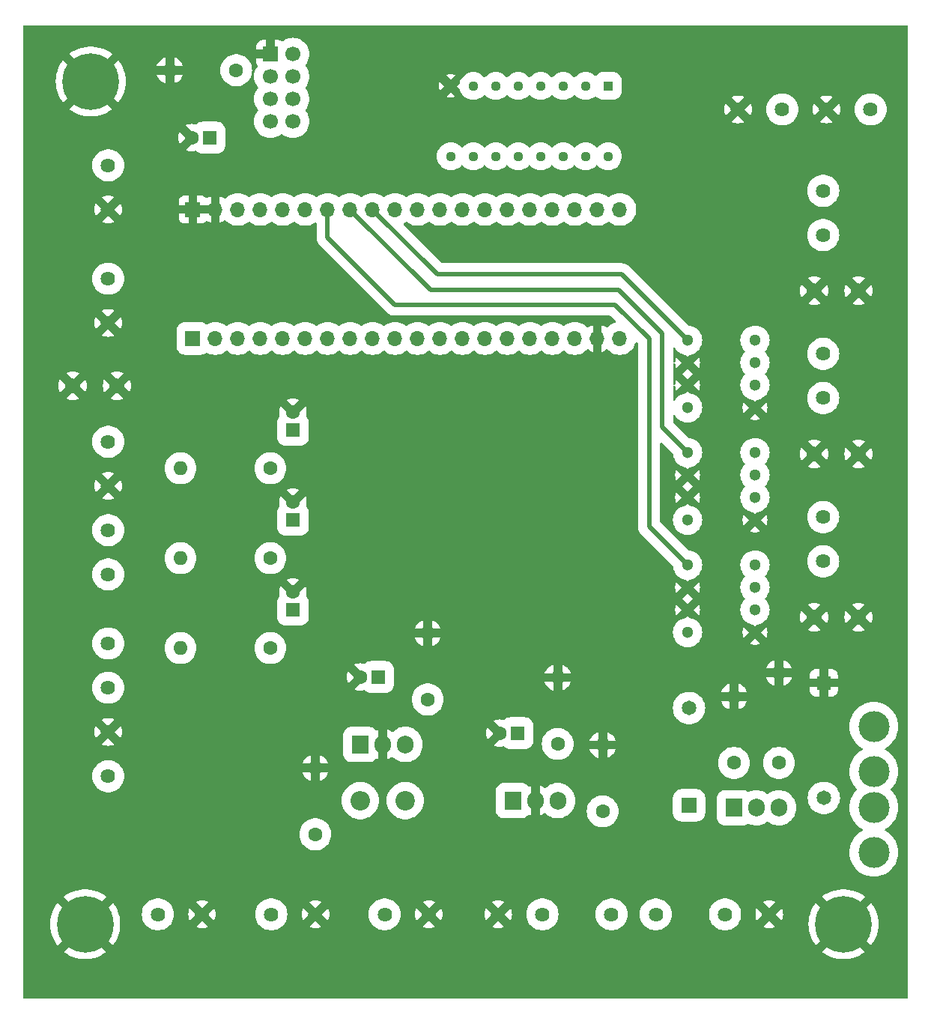
<source format=gbr>
%TF.GenerationSoftware,KiCad,Pcbnew,7.0.9*%
%TF.CreationDate,2024-01-05T18:10:49+02:00*%
%TF.ProjectId,kikad_project,6b696b61-645f-4707-926f-6a6563742e6b,rev?*%
%TF.SameCoordinates,Original*%
%TF.FileFunction,Copper,L2,Bot*%
%TF.FilePolarity,Positive*%
%FSLAX46Y46*%
G04 Gerber Fmt 4.6, Leading zero omitted, Abs format (unit mm)*
G04 Created by KiCad (PCBNEW 7.0.9) date 2024-01-05 18:10:49*
%MOMM*%
%LPD*%
G01*
G04 APERTURE LIST*
%TA.AperFunction,ComponentPad*%
%ADD10C,1.300000*%
%TD*%
%TA.AperFunction,ComponentPad*%
%ADD11C,1.625600*%
%TD*%
%TA.AperFunction,ComponentPad*%
%ADD12R,1.651000X1.651000*%
%TD*%
%TA.AperFunction,ComponentPad*%
%ADD13C,1.651000*%
%TD*%
%TA.AperFunction,ComponentPad*%
%ADD14R,1.905000X2.000000*%
%TD*%
%TA.AperFunction,ComponentPad*%
%ADD15O,1.905000X2.000000*%
%TD*%
%TA.AperFunction,ComponentPad*%
%ADD16C,1.600000*%
%TD*%
%TA.AperFunction,ComponentPad*%
%ADD17O,1.600000X1.600000*%
%TD*%
%TA.AperFunction,ComponentPad*%
%ADD18C,1.701800*%
%TD*%
%TA.AperFunction,ComponentPad*%
%ADD19C,1.650000*%
%TD*%
%TA.AperFunction,ComponentPad*%
%ADD20R,1.650000X1.650000*%
%TD*%
%TA.AperFunction,ComponentPad*%
%ADD21O,1.700000X1.700000*%
%TD*%
%TA.AperFunction,ComponentPad*%
%ADD22R,1.700000X1.700000*%
%TD*%
%TA.AperFunction,ComponentPad*%
%ADD23R,1.600000X1.600000*%
%TD*%
%TA.AperFunction,ComponentPad*%
%ADD24C,6.400000*%
%TD*%
%TA.AperFunction,ComponentPad*%
%ADD25C,2.200000*%
%TD*%
%TA.AperFunction,ComponentPad*%
%ADD26O,2.200000X2.200000*%
%TD*%
%TA.AperFunction,ComponentPad*%
%ADD27C,3.500000*%
%TD*%
%TA.AperFunction,ComponentPad*%
%ADD28R,1.130000X1.130000*%
%TD*%
%TA.AperFunction,ComponentPad*%
%ADD29C,1.130000*%
%TD*%
%TA.AperFunction,ComponentPad*%
%ADD30C,1.700000*%
%TD*%
%TA.AperFunction,Conductor*%
%ADD31C,0.500000*%
%TD*%
%TA.AperFunction,Conductor*%
%ADD32C,0.250000*%
%TD*%
G04 APERTURE END LIST*
D10*
%TO.P,IC1,1,VF1+*%
%TO.N,DISK_PWM*%
X75090000Y-35600000D03*
%TO.P,IC1,2,VF1-*%
%TO.N,GND*%
X75090000Y-38140000D03*
%TO.P,IC1,3,VF2-*%
X75090000Y-40680000D03*
%TO.P,IC1,4,VF2+*%
%TO.N,DISK_DIR*%
X75090000Y-43220000D03*
%TO.P,IC1,5,GND*%
%TO.N,GND*%
X82710000Y-43220000D03*
%TO.P,IC1,6,V02*%
%TO.N,Net-(IC1-V02)*%
X82710000Y-40680000D03*
%TO.P,IC1,7,V01*%
%TO.N,Net-(IC1-V01)*%
X82710000Y-38140000D03*
%TO.P,IC1,8,Vcc*%
%TO.N,+5V*%
X82710000Y-35600000D03*
%TD*%
D11*
%TO.P,J9,1,1*%
%TO.N,+24V*%
X28034900Y-100480001D03*
%TO.P,J9,2,2*%
%TO.N,GND*%
X33034900Y-100480001D03*
%TD*%
%TO.P,J7,1,1*%
%TO.N,Net-(IC2-V02)*%
X90420001Y-42135101D03*
%TO.P,J7,2,2*%
%TO.N,Net-(IC2-V01)*%
X90420001Y-37135101D03*
%TD*%
D10*
%TO.P,IC3,1,VF1+*%
%TO.N,WHEEL_RIGHT_PWM*%
X75090000Y-61000000D03*
%TO.P,IC3,2,VF1-*%
%TO.N,GND*%
X75090000Y-63540000D03*
%TO.P,IC3,3,VF2-*%
X75090000Y-66080000D03*
%TO.P,IC3,4,VF2+*%
%TO.N,WHEEL_RIGHT_DIR*%
X75090000Y-68620000D03*
%TO.P,IC3,5,GND*%
%TO.N,GND*%
X82710000Y-68620000D03*
%TO.P,IC3,6,V02*%
%TO.N,Net-(IC3-V02)*%
X82710000Y-66080000D03*
%TO.P,IC3,7,V01*%
%TO.N,Net-(IC3-V01)*%
X82710000Y-63540000D03*
%TO.P,IC3,8,Vcc*%
%TO.N,+5V*%
X82710000Y-61000000D03*
%TD*%
D12*
%TO.P,D1,1*%
%TO.N,+24V*%
X75260000Y-88160600D03*
D13*
%TO.P,D1,2*%
%TO.N,Net-(Q2-G)*%
X75260000Y-77162400D03*
%TD*%
D11*
%TO.P,J16,1,1*%
%TO.N,Net-(IC3-V02)*%
X90420001Y-60575101D03*
%TO.P,J16,2,2*%
%TO.N,Net-(IC3-V01)*%
X90420001Y-55575101D03*
%TD*%
%TO.P,J11,1,1*%
%TO.N,Net-(J11-Pad1)*%
X9600000Y-47060000D03*
%TO.P,J11,2,2*%
%TO.N,GND*%
X9600000Y-52060000D03*
%TO.P,J11,3,3*%
%TO.N,VCC*%
X9600000Y-57060000D03*
%TO.P,J11,4,4*%
%TO.N,Net-(J11-Pad4)*%
X9600000Y-62060001D03*
%TD*%
D14*
%TO.P,U4,1,IN*%
%TO.N,+24V*%
X55340000Y-87630000D03*
D15*
%TO.P,U4,2,GND*%
%TO.N,GND*%
X57880000Y-87630000D03*
%TO.P,U4,3,OUT*%
%TO.N,+5V*%
X60420000Y-87630000D03*
%TD*%
D16*
%TO.P,C6,1*%
%TO.N,+5V*%
X60420000Y-81220000D03*
D17*
%TO.P,C6,2*%
%TO.N,GND*%
X60420000Y-73720000D03*
%TD*%
D18*
%TO.P,J17,1,1*%
%TO.N,GND*%
X89420000Y-66890000D03*
%TO.P,J17,2,2*%
X94420000Y-66890000D03*
%TD*%
D19*
%TO.P,D3,A*%
%TO.N,Net-(Q2-S)*%
X90500000Y-87320000D03*
D20*
%TO.P,D3,C*%
%TO.N,GND*%
X90500000Y-74320000D03*
%TD*%
D16*
%TO.P,C9,1*%
%TO.N,+3.3V*%
X24070000Y-5080000D03*
D17*
%TO.P,C9,2*%
%TO.N,GND*%
X16570000Y-5080000D03*
%TD*%
D21*
%TO.P,U2,1,VBAT*%
%TO.N,unconnected-(U2-VBAT-Pad1)*%
X67430000Y-20810000D03*
%TO.P,U2,2,PC13*%
%TO.N,unconnected-(U2-PC13-Pad2)*%
X64890000Y-20810000D03*
%TO.P,U2,3,PC14*%
%TO.N,unconnected-(U2-PC14-Pad3)*%
X62350000Y-20810000D03*
%TO.P,U2,3v,3V3*%
%TO.N,+3.3V*%
X67430000Y-35385000D03*
X24250000Y-20810000D03*
%TO.P,U2,4,PC15*%
%TO.N,unconnected-(U2-PC15-Pad4)*%
X59810000Y-20810000D03*
%TO.P,U2,5v,5V*%
%TO.N,VCC*%
X62350000Y-35385000D03*
%TO.P,U2,7,NRST*%
%TO.N,unconnected-(U2-NRST-Pad7)*%
X26790000Y-20810000D03*
%TO.P,U2,10,PA0*%
%TO.N,unconnected-(U2-PA0-Pad10)*%
X57270000Y-20810000D03*
%TO.P,U2,11,PA1*%
%TO.N,HAND_PWM*%
X54730000Y-20810000D03*
%TO.P,U2,12,PA2*%
%TO.N,HAND_DIR*%
X52190000Y-20810000D03*
%TO.P,U2,13,PA3*%
%TO.N,unconnected-(U2-PA3-Pad13)*%
X49650000Y-20810000D03*
%TO.P,U2,14,PA4*%
%TO.N,DISK_DIR*%
X47110000Y-20810000D03*
%TO.P,U2,15,PA5*%
%TO.N,WHEEL_LEFT_DIR*%
X44570000Y-20810000D03*
%TO.P,U2,16,PA6*%
%TO.N,WHEEL_RIGHT_DIR*%
X42030000Y-20810000D03*
%TO.P,U2,17,PA7*%
%TO.N,DISK_PWM*%
X39490000Y-20810000D03*
%TO.P,U2,18,PB0*%
%TO.N,WHEEL_LEFT_PWM*%
X36950000Y-20810000D03*
%TO.P,U2,19,PB1*%
%TO.N,WHEEL_RIGHT_PWM*%
X34410000Y-20810000D03*
%TO.P,U2,21,PB10*%
%TO.N,unconnected-(U2-PB10-Pad21)*%
X31870000Y-20810000D03*
%TO.P,U2,22,PB11*%
%TO.N,unconnected-(U2-PB11-Pad22)*%
X29330000Y-20810000D03*
D22*
%TO.P,U2,25,PB12*%
%TO.N,unconnected-(U2-PB12-Pad25)*%
X19170000Y-35385000D03*
D21*
%TO.P,U2,26,PB13*%
%TO.N,unconnected-(U2-PB13-Pad26)*%
X21710000Y-35385000D03*
%TO.P,U2,27,PB14*%
%TO.N,unconnected-(U2-PB14-Pad27)*%
X24250000Y-35385000D03*
%TO.P,U2,28,PB15*%
%TO.N,HAND_END_RIGHT*%
X26790000Y-35385000D03*
%TO.P,U2,29,PA8*%
%TO.N,HAND_END_LEFT*%
X29330000Y-35385000D03*
%TO.P,U2,30,PA9*%
%TO.N,PA9*%
X31870000Y-35385000D03*
%TO.P,U2,31,PA10*%
%TO.N,PA10*%
X34410000Y-35385000D03*
%TO.P,U2,32,PA11*%
%TO.N,unconnected-(U2-PA11-Pad32)*%
X36950000Y-35385000D03*
%TO.P,U2,33,PA12*%
%TO.N,unconnected-(U2-PA12-Pad33)*%
X39490000Y-35385000D03*
%TO.P,U2,38,PA15*%
%TO.N,PA15*%
X42030000Y-35385000D03*
%TO.P,U2,39,PB3*%
%TO.N,PB3*%
X44570000Y-35385000D03*
%TO.P,U2,40,PB4*%
%TO.N,PB4*%
X47110000Y-35385000D03*
%TO.P,U2,41,PB5*%
%TO.N,PB5*%
X49650000Y-35385000D03*
%TO.P,U2,42,PB6*%
%TO.N,unconnected-(U2-PB6-Pad42)*%
X52190000Y-35385000D03*
%TO.P,U2,43,PB7*%
%TO.N,OPT_END_WHEEL_RIGHT*%
X54730000Y-35385000D03*
%TO.P,U2,45,PB8*%
%TO.N,OPT_END_WHEEL_LEFT*%
X57270000Y-35385000D03*
%TO.P,U2,46,PB9*%
%TO.N,OPT_END_DISK*%
X59810000Y-35385000D03*
%TO.P,U2,G,GND*%
%TO.N,GND*%
X64890000Y-35385000D03*
D22*
X19170000Y-20810000D03*
D21*
X21710000Y-20810000D03*
%TD*%
D23*
%TO.P,C12,1*%
%TO.N,OPT_END_WHEEL_LEFT*%
X30480000Y-55880000D03*
D16*
%TO.P,C12,2*%
%TO.N,GND*%
X30480000Y-53880000D03*
%TD*%
%TO.P,C4,1*%
%TO.N,+24V*%
X65500000Y-88840000D03*
D17*
%TO.P,C4,2*%
%TO.N,GND*%
X65500000Y-81340000D03*
%TD*%
D11*
%TO.P,J10,1,1*%
%TO.N,VCC*%
X9600000Y-69870000D03*
%TO.P,J10,2,2*%
%TO.N,Net-(J10-Pad2)*%
X9600000Y-74870000D03*
%TO.P,J10,3,3*%
%TO.N,GND*%
X9600000Y-79870000D03*
%TO.P,J10,4,4*%
%TO.N,VCC*%
X9600000Y-84870001D03*
%TD*%
%TO.P,J6,1,1*%
%TO.N,+24V*%
X15214900Y-100480001D03*
%TO.P,J6,2,2*%
%TO.N,GND*%
X20214900Y-100480001D03*
%TD*%
%TO.P,J2,1,1*%
%TO.N,Net-(U12-E)*%
X95790000Y-9510000D03*
%TO.P,J2,2,2*%
%TO.N,GND*%
X90790000Y-9510000D03*
%TO.P,J2,3,3*%
%TO.N,Net-(U12-F)*%
X85790000Y-9510000D03*
%TO.P,J2,4,4*%
%TO.N,GND*%
X80789999Y-9510000D03*
%TD*%
%TO.P,J14,1,1*%
%TO.N,HAND_END_RIGHT*%
X9600000Y-28640000D03*
%TO.P,J14,2,2*%
%TO.N,GND*%
X9600000Y-33640000D03*
%TD*%
D24*
%TO.P,H2,1,1*%
%TO.N,GND*%
X7620000Y-6350000D03*
%TD*%
D16*
%TO.P,C2,1*%
%TO.N,VCC*%
X45720000Y-76200000D03*
D17*
%TO.P,C2,2*%
%TO.N,GND*%
X45720000Y-68700000D03*
%TD*%
D25*
%TO.P,L1,1,1*%
%TO.N,+24V*%
X43180000Y-87630000D03*
D26*
%TO.P,L1,2,2*%
%TO.N,Net-(U3-IN)*%
X38100000Y-87630000D03*
%TD*%
D14*
%TO.P,U3,1,IN*%
%TO.N,Net-(U3-IN)*%
X38100000Y-81280000D03*
D15*
%TO.P,U3,2,GND*%
%TO.N,GND*%
X40640000Y-81280000D03*
%TO.P,U3,3,OUT*%
%TO.N,VCC*%
X43180000Y-81280000D03*
%TD*%
D16*
%TO.P,R3,1*%
%TO.N,OPT_END_WHEEL_RIGHT*%
X27940000Y-50070000D03*
D17*
%TO.P,R3,2*%
%TO.N,Net-(J11-Pad1)*%
X17780000Y-50070000D03*
%TD*%
D11*
%TO.P,J1,1,1*%
%TO.N,Net-(J1-Pad1)*%
X79324900Y-100480001D03*
%TO.P,J1,2,2*%
%TO.N,GND*%
X84324900Y-100480001D03*
%TD*%
D16*
%TO.P,C3,1*%
%TO.N,Net-(U3-IN)*%
X33020000Y-91440000D03*
D17*
%TO.P,C3,2*%
%TO.N,GND*%
X33020000Y-83940000D03*
%TD*%
D18*
%TO.P,J8,1,1*%
%TO.N,GND*%
X89420000Y-48450000D03*
%TO.P,J8,2,2*%
X94420000Y-48450000D03*
%TD*%
D11*
%TO.P,J3,1,1*%
%TO.N,GND*%
X53684900Y-100480001D03*
%TO.P,J3,2,2*%
%TO.N,+24V*%
X58684900Y-100480001D03*
%TD*%
D23*
%TO.P,C1,1*%
%TO.N,VCC*%
X40100000Y-73660000D03*
D16*
%TO.P,C1,2*%
%TO.N,GND*%
X38100000Y-73660000D03*
%TD*%
D24*
%TO.P,H1,1,1*%
%TO.N,GND*%
X7000000Y-101600000D03*
%TD*%
D11*
%TO.P,J15,1,1*%
%TO.N,/BAT_SW*%
X66494900Y-100480001D03*
%TO.P,J15,2,2*%
%TO.N,Net-(J1-Pad1)*%
X71494900Y-100480001D03*
%TD*%
D23*
%TO.P,C11,1*%
%TO.N,OPT_END_WHEEL_RIGHT*%
X30480000Y-45720000D03*
D16*
%TO.P,C11,2*%
%TO.N,GND*%
X30480000Y-43720000D03*
%TD*%
%TO.P,R1,1*%
%TO.N,Net-(Q2-G)*%
X85420000Y-83360000D03*
D17*
%TO.P,R1,2*%
%TO.N,GND*%
X85420000Y-73200000D03*
%TD*%
D14*
%TO.P,Q2,1,G*%
%TO.N,Net-(Q2-G)*%
X80340000Y-88440000D03*
D15*
%TO.P,Q2,2,D*%
%TO.N,+24V*%
X82880000Y-88440000D03*
%TO.P,Q2,3,S*%
%TO.N,Net-(Q2-S)*%
X85420000Y-88440000D03*
%TD*%
D11*
%TO.P,J4,1,1*%
%TO.N,Net-(IC1-V02)*%
X90420001Y-23705101D03*
%TO.P,J4,2,2*%
%TO.N,Net-(IC1-V01)*%
X90420001Y-18705101D03*
%TD*%
D23*
%TO.P,C5,1*%
%TO.N,+5V*%
X55880000Y-80010000D03*
D16*
%TO.P,C5,2*%
%TO.N,GND*%
X53880000Y-80010000D03*
%TD*%
D23*
%TO.P,C8,1*%
%TO.N,+3.3V*%
X21050000Y-12700000D03*
D16*
%TO.P,C8,2*%
%TO.N,GND*%
X19050000Y-12700000D03*
%TD*%
D24*
%TO.P,H3,1,1*%
%TO.N,GND*%
X92710000Y-101600000D03*
%TD*%
D16*
%TO.P,C7,1*%
%TO.N,Net-(Q2-G)*%
X80340000Y-83360000D03*
D17*
%TO.P,C7,2*%
%TO.N,GND*%
X80340000Y-75860000D03*
%TD*%
D18*
%TO.P,J12,1,1*%
%TO.N,GND*%
X10600001Y-40749999D03*
%TO.P,J12,2,2*%
X5600001Y-40749999D03*
%TD*%
D27*
%TO.P,X1,1A*%
%TO.N,/BAT_SW*%
X96150000Y-93470000D03*
%TO.P,X1,1B*%
X96150000Y-88390000D03*
%TO.P,X1,2A*%
%TO.N,Net-(Q2-S)*%
X96150000Y-84330000D03*
%TO.P,X1,2B*%
X96150000Y-79250000D03*
%TD*%
D28*
%TO.P,U12,1,VCC*%
%TO.N,+3.3V*%
X66100000Y-6860000D03*
D29*
%TO.P,U12,2,EN_A*%
X63560000Y-6860000D03*
%TO.P,U12,3,A*%
%TO.N,HAND_PWM*%
X61020000Y-6860000D03*
%TO.P,U12,4,E*%
%TO.N,Net-(U12-E)*%
X58480000Y-6860000D03*
%TO.P,U12,5,F*%
%TO.N,Net-(U12-F)*%
X55940000Y-6860000D03*
%TO.P,U12,6,B*%
%TO.N,HAND_DIR*%
X53400000Y-6860000D03*
%TO.P,U12,7,EN_B*%
%TO.N,+3.3V*%
X50860000Y-6860000D03*
%TO.P,U12,8,VSS*%
%TO.N,GND*%
X48320000Y-6860000D03*
%TO.P,U12,9,EN_C*%
%TO.N,unconnected-(U12-EN_C-Pad9)*%
X48320000Y-14800000D03*
%TO.P,U12,10,C*%
%TO.N,unconnected-(U12-C-Pad10)*%
X50860000Y-14800000D03*
%TO.P,U12,11,G*%
%TO.N,unconnected-(U12-G-Pad11)*%
X53400000Y-14800000D03*
%TO.P,U12,12*%
%TO.N,N/C*%
X55940000Y-14800000D03*
%TO.P,U12,13,H*%
%TO.N,unconnected-(U12-H-Pad13)*%
X58480000Y-14800000D03*
%TO.P,U12,14,D*%
%TO.N,unconnected-(U12-D-Pad14)*%
X61020000Y-14800000D03*
%TO.P,U12,15,EN_D*%
%TO.N,unconnected-(U12-EN_D-Pad15)*%
X63560000Y-14800000D03*
%TO.P,U12,16,VDD*%
%TO.N,+5V*%
X66100000Y-14800000D03*
%TD*%
D18*
%TO.P,J5,1,1*%
%TO.N,GND*%
X89420000Y-30010000D03*
%TO.P,J5,2,2*%
X94420000Y-30010000D03*
%TD*%
D11*
%TO.P,J13,1,1*%
%TO.N,HAND_END_LEFT*%
X9600000Y-15820000D03*
%TO.P,J13,2,2*%
%TO.N,GND*%
X9600000Y-20820000D03*
%TD*%
D10*
%TO.P,IC2,1,VF1+*%
%TO.N,WHEEL_LEFT_PWM*%
X75090000Y-48300000D03*
%TO.P,IC2,2,VF1-*%
%TO.N,GND*%
X75090000Y-50840000D03*
%TO.P,IC2,3,VF2-*%
X75090000Y-53380000D03*
%TO.P,IC2,4,VF2+*%
%TO.N,WHEEL_LEFT_DIR*%
X75090000Y-55920000D03*
%TO.P,IC2,5,GND*%
%TO.N,GND*%
X82710000Y-55920000D03*
%TO.P,IC2,6,V02*%
%TO.N,Net-(IC2-V02)*%
X82710000Y-53380000D03*
%TO.P,IC2,7,V01*%
%TO.N,Net-(IC2-V01)*%
X82710000Y-50840000D03*
%TO.P,IC2,8,Vcc*%
%TO.N,+5V*%
X82710000Y-48300000D03*
%TD*%
D11*
%TO.P,J18,1,1*%
%TO.N,+24V*%
X40854900Y-100480001D03*
%TO.P,J18,2,2*%
%TO.N,GND*%
X45854900Y-100480001D03*
%TD*%
D16*
%TO.P,R2,1*%
%TO.N,OPT_END_DISK*%
X27940000Y-70390000D03*
D17*
%TO.P,R2,2*%
%TO.N,Net-(J10-Pad2)*%
X17780000Y-70390000D03*
%TD*%
D23*
%TO.P,C10,1*%
%TO.N,OPT_END_DISK*%
X30480000Y-66040000D03*
D16*
%TO.P,C10,2*%
%TO.N,GND*%
X30480000Y-64040000D03*
%TD*%
D22*
%TO.P,U1,1,GND*%
%TO.N,GND*%
X27940000Y-3265000D03*
D30*
%TO.P,U1,2,VCC*%
%TO.N,+3.3V*%
X30480000Y-3265000D03*
%TO.P,U1,3,CE*%
%TO.N,PA10*%
X27940000Y-5805000D03*
%TO.P,U1,4,~{CSN}*%
%TO.N,PA15*%
X30480000Y-5805000D03*
%TO.P,U1,5,SCK*%
%TO.N,PB3*%
X27940000Y-8345000D03*
%TO.P,U1,6,MOSI*%
%TO.N,PB5*%
X30480000Y-8345000D03*
%TO.P,U1,7,MISO*%
%TO.N,PB4*%
X27940000Y-10885000D03*
%TO.P,U1,8,IRQ*%
%TO.N,PA9*%
X30480000Y-10885000D03*
%TD*%
D16*
%TO.P,R4,1*%
%TO.N,OPT_END_WHEEL_LEFT*%
X27940000Y-60230000D03*
D17*
%TO.P,R4,2*%
%TO.N,Net-(J11-Pad4)*%
X17780000Y-60230000D03*
%TD*%
D31*
%TO.N,WHEEL_LEFT_PWM*%
X36950000Y-20810000D02*
X46030000Y-29890000D01*
X46030000Y-29890000D02*
X67280000Y-29890000D01*
X67280000Y-29890000D02*
X72200000Y-34810000D01*
X72200000Y-34810000D02*
X72200000Y-45410000D01*
X72200000Y-45410000D02*
X75090000Y-48300000D01*
%TO.N,WHEEL_RIGHT_PWM*%
X34410000Y-23970000D02*
X42010000Y-31570000D01*
X66880000Y-31570000D02*
X70750000Y-35440000D01*
X70750000Y-56660000D02*
X75090000Y-61000000D01*
X70750000Y-35440000D02*
X70750000Y-56660000D01*
X34410000Y-20810000D02*
X34410000Y-23970000D01*
X42010000Y-31570000D02*
X66880000Y-31570000D01*
%TO.N,DISK_PWM*%
X39490000Y-20810000D02*
X46820000Y-28140000D01*
X46820000Y-28140000D02*
X67630000Y-28140000D01*
X67630000Y-28140000D02*
X75090000Y-35600000D01*
D32*
%TO.N,GND*%
X92880000Y-100500000D02*
X93980000Y-101600000D01*
%TD*%
%TA.AperFunction,Conductor*%
%TO.N,GND*%
G36*
X28440000Y-3641000D02*
G01*
X28420315Y-3708039D01*
X28367511Y-3753794D01*
X28316000Y-3765000D01*
X27975763Y-3765000D01*
X28082315Y-3749680D01*
X28213100Y-3689952D01*
X28321761Y-3595798D01*
X28399493Y-3474844D01*
X28440000Y-3336889D01*
X28440000Y-3641000D01*
G37*
%TD.AperFunction*%
%TA.AperFunction,Conductor*%
G36*
X99942539Y-20185D02*
G01*
X99988294Y-72989D01*
X99999500Y-124500D01*
X99999500Y-109875500D01*
X99979815Y-109942539D01*
X99927011Y-109988294D01*
X99875500Y-109999500D01*
X124500Y-109999500D01*
X57461Y-109979815D01*
X11706Y-109927011D01*
X500Y-109875500D01*
X500Y-101600000D01*
X3044924Y-101600000D01*
X3065215Y-102000127D01*
X3125884Y-102396146D01*
X3226309Y-102784012D01*
X3365448Y-103159698D01*
X3365454Y-103159711D01*
X3541892Y-103519405D01*
X3541897Y-103519414D01*
X3753818Y-103859409D01*
X3875842Y-104017051D01*
X5568305Y-102324587D01*
X5569981Y-102328631D01*
X5701570Y-102543365D01*
X5865130Y-102734870D01*
X6056635Y-102898430D01*
X6271369Y-103030019D01*
X6275411Y-103031693D01*
X4579340Y-104727763D01*
X4579341Y-104727764D01*
X4907906Y-104956452D01*
X4907911Y-104956455D01*
X5258208Y-105150885D01*
X5626375Y-105308878D01*
X5626396Y-105308886D01*
X6008639Y-105428816D01*
X6008645Y-105428817D01*
X6401096Y-105509467D01*
X6799678Y-105550000D01*
X7200322Y-105550000D01*
X7598903Y-105509467D01*
X7991354Y-105428817D01*
X7991360Y-105428816D01*
X8373603Y-105308886D01*
X8373624Y-105308878D01*
X8741791Y-105150885D01*
X9092088Y-104956455D01*
X9092093Y-104956452D01*
X9420657Y-104727764D01*
X9420658Y-104727763D01*
X7724587Y-103031693D01*
X7728631Y-103030019D01*
X7943365Y-102898430D01*
X8134870Y-102734870D01*
X8298430Y-102543365D01*
X8430019Y-102328631D01*
X8431693Y-102324587D01*
X10124156Y-104017050D01*
X10246184Y-103859405D01*
X10246187Y-103859400D01*
X10458102Y-103519414D01*
X10458107Y-103519405D01*
X10634545Y-103159711D01*
X10634551Y-103159698D01*
X10773690Y-102784012D01*
X10874115Y-102396146D01*
X10934784Y-102000127D01*
X10955075Y-101600000D01*
X10934784Y-101199872D01*
X10874115Y-100803853D01*
X10790265Y-100480005D01*
X13396515Y-100480005D01*
X13416823Y-100751007D01*
X13416824Y-100751012D01*
X13477297Y-101015965D01*
X13477299Y-101015974D01*
X13477301Y-101015979D01*
X13576592Y-101268969D01*
X13712480Y-101504334D01*
X13788770Y-101599999D01*
X13881932Y-101716821D01*
X13998882Y-101825334D01*
X14081155Y-101901672D01*
X14305708Y-102054769D01*
X14550565Y-102172686D01*
X14550566Y-102172686D01*
X14550569Y-102172688D01*
X14810271Y-102252795D01*
X14810272Y-102252795D01*
X14810275Y-102252796D01*
X15079004Y-102293300D01*
X15079009Y-102293300D01*
X15079012Y-102293301D01*
X15079013Y-102293301D01*
X15350787Y-102293301D01*
X15350788Y-102293301D01*
X15350795Y-102293300D01*
X15619524Y-102252796D01*
X15619525Y-102252795D01*
X15619529Y-102252795D01*
X15879231Y-102172688D01*
X16124093Y-102054769D01*
X16348645Y-101901672D01*
X16368530Y-101883221D01*
X19518784Y-101883221D01*
X19730479Y-101970909D01*
X19969671Y-102028333D01*
X19969670Y-102028333D01*
X20214900Y-102047632D01*
X20460129Y-102028333D01*
X20699317Y-101970910D01*
X20911014Y-101883221D01*
X20214901Y-101187108D01*
X20214900Y-101187108D01*
X19518784Y-101883221D01*
X16368530Y-101883221D01*
X16547871Y-101716817D01*
X16717320Y-101504334D01*
X16853208Y-101268969D01*
X16952499Y-101015979D01*
X17012975Y-100751017D01*
X17013838Y-100739503D01*
X17033285Y-100480005D01*
X17033285Y-100480001D01*
X18647268Y-100480001D01*
X18666567Y-100725230D01*
X18723991Y-100964421D01*
X18811678Y-101176115D01*
X19469301Y-100518493D01*
X19652161Y-100518493D01*
X19683414Y-100668891D01*
X19754085Y-100805280D01*
X19858932Y-100917544D01*
X19990180Y-100997358D01*
X20138095Y-101038801D01*
X20253125Y-101038801D01*
X20367080Y-101023138D01*
X20507973Y-100961940D01*
X20627131Y-100864998D01*
X20715715Y-100739503D01*
X20767156Y-100594761D01*
X20775006Y-100480002D01*
X20922007Y-100480002D01*
X21618120Y-101176115D01*
X21705809Y-100964418D01*
X21763232Y-100725230D01*
X21782531Y-100480005D01*
X26216515Y-100480005D01*
X26236823Y-100751007D01*
X26236824Y-100751012D01*
X26297297Y-101015965D01*
X26297299Y-101015974D01*
X26297301Y-101015979D01*
X26396592Y-101268969D01*
X26532480Y-101504334D01*
X26608770Y-101599999D01*
X26701932Y-101716821D01*
X26818882Y-101825334D01*
X26901155Y-101901672D01*
X27125708Y-102054769D01*
X27370565Y-102172686D01*
X27370566Y-102172686D01*
X27370569Y-102172688D01*
X27630271Y-102252795D01*
X27630272Y-102252795D01*
X27630275Y-102252796D01*
X27899004Y-102293300D01*
X27899009Y-102293300D01*
X27899012Y-102293301D01*
X27899013Y-102293301D01*
X28170787Y-102293301D01*
X28170788Y-102293301D01*
X28170795Y-102293300D01*
X28439524Y-102252796D01*
X28439525Y-102252795D01*
X28439529Y-102252795D01*
X28699231Y-102172688D01*
X28944093Y-102054769D01*
X29168645Y-101901672D01*
X29188530Y-101883221D01*
X32338784Y-101883221D01*
X32550479Y-101970909D01*
X32789671Y-102028333D01*
X32789670Y-102028333D01*
X33034900Y-102047632D01*
X33280129Y-102028333D01*
X33519317Y-101970910D01*
X33731014Y-101883221D01*
X33034901Y-101187108D01*
X33034900Y-101187108D01*
X32338784Y-101883221D01*
X29188530Y-101883221D01*
X29367871Y-101716817D01*
X29537320Y-101504334D01*
X29673208Y-101268969D01*
X29772499Y-101015979D01*
X29832975Y-100751017D01*
X29833838Y-100739503D01*
X29853285Y-100480005D01*
X29853285Y-100480001D01*
X31467268Y-100480001D01*
X31486567Y-100725230D01*
X31543991Y-100964421D01*
X31631678Y-101176115D01*
X32289301Y-100518493D01*
X32472161Y-100518493D01*
X32503414Y-100668891D01*
X32574085Y-100805280D01*
X32678932Y-100917544D01*
X32810180Y-100997358D01*
X32958095Y-101038801D01*
X33073125Y-101038801D01*
X33187080Y-101023138D01*
X33327973Y-100961940D01*
X33447131Y-100864998D01*
X33535715Y-100739503D01*
X33587156Y-100594761D01*
X33595006Y-100480002D01*
X33742007Y-100480002D01*
X34438120Y-101176115D01*
X34525809Y-100964418D01*
X34583232Y-100725230D01*
X34602531Y-100480005D01*
X39036515Y-100480005D01*
X39056823Y-100751007D01*
X39056824Y-100751012D01*
X39117297Y-101015965D01*
X39117299Y-101015974D01*
X39117301Y-101015979D01*
X39216592Y-101268969D01*
X39352480Y-101504334D01*
X39428770Y-101599999D01*
X39521932Y-101716821D01*
X39638882Y-101825334D01*
X39721155Y-101901672D01*
X39945708Y-102054769D01*
X40190565Y-102172686D01*
X40190566Y-102172686D01*
X40190569Y-102172688D01*
X40450271Y-102252795D01*
X40450272Y-102252795D01*
X40450275Y-102252796D01*
X40719004Y-102293300D01*
X40719009Y-102293300D01*
X40719012Y-102293301D01*
X40719013Y-102293301D01*
X40990787Y-102293301D01*
X40990788Y-102293301D01*
X40990795Y-102293300D01*
X41259524Y-102252796D01*
X41259525Y-102252795D01*
X41259529Y-102252795D01*
X41519231Y-102172688D01*
X41764093Y-102054769D01*
X41988645Y-101901672D01*
X42008530Y-101883221D01*
X45158784Y-101883221D01*
X45370479Y-101970909D01*
X45609671Y-102028333D01*
X45609670Y-102028333D01*
X45854900Y-102047632D01*
X46100129Y-102028333D01*
X46339317Y-101970910D01*
X46551014Y-101883221D01*
X52988784Y-101883221D01*
X53200479Y-101970909D01*
X53439671Y-102028333D01*
X53439670Y-102028333D01*
X53684900Y-102047632D01*
X53930129Y-102028333D01*
X54169317Y-101970910D01*
X54381014Y-101883221D01*
X53684901Y-101187108D01*
X53684900Y-101187108D01*
X52988784Y-101883221D01*
X46551014Y-101883221D01*
X45854901Y-101187108D01*
X45854900Y-101187108D01*
X45158784Y-101883221D01*
X42008530Y-101883221D01*
X42187871Y-101716817D01*
X42357320Y-101504334D01*
X42493208Y-101268969D01*
X42592499Y-101015979D01*
X42652975Y-100751017D01*
X42653838Y-100739503D01*
X42673285Y-100480005D01*
X42673285Y-100480001D01*
X44287268Y-100480001D01*
X44306567Y-100725230D01*
X44363991Y-100964421D01*
X44451678Y-101176115D01*
X45109301Y-100518493D01*
X45292161Y-100518493D01*
X45323414Y-100668891D01*
X45394085Y-100805280D01*
X45498932Y-100917544D01*
X45630180Y-100997358D01*
X45778095Y-101038801D01*
X45893125Y-101038801D01*
X46007080Y-101023138D01*
X46147973Y-100961940D01*
X46267131Y-100864998D01*
X46355715Y-100739503D01*
X46407156Y-100594761D01*
X46415006Y-100480002D01*
X46562007Y-100480002D01*
X47258120Y-101176115D01*
X47345809Y-100964418D01*
X47403232Y-100725230D01*
X47422531Y-100480001D01*
X52117268Y-100480001D01*
X52136567Y-100725230D01*
X52193991Y-100964421D01*
X52281678Y-101176115D01*
X52939301Y-100518493D01*
X53122161Y-100518493D01*
X53153414Y-100668891D01*
X53224085Y-100805280D01*
X53328932Y-100917544D01*
X53460180Y-100997358D01*
X53608095Y-101038801D01*
X53723125Y-101038801D01*
X53837080Y-101023138D01*
X53977973Y-100961940D01*
X54097131Y-100864998D01*
X54185715Y-100739503D01*
X54237156Y-100594761D01*
X54245006Y-100480001D01*
X54392007Y-100480001D01*
X55088120Y-101176114D01*
X55175809Y-100964418D01*
X55233232Y-100725230D01*
X55252531Y-100480005D01*
X56866515Y-100480005D01*
X56886823Y-100751007D01*
X56886824Y-100751012D01*
X56947297Y-101015965D01*
X56947299Y-101015974D01*
X56947301Y-101015979D01*
X57046592Y-101268969D01*
X57182480Y-101504334D01*
X57258770Y-101599999D01*
X57351932Y-101716821D01*
X57468882Y-101825334D01*
X57551155Y-101901672D01*
X57775708Y-102054769D01*
X58020565Y-102172686D01*
X58020566Y-102172686D01*
X58020569Y-102172688D01*
X58280271Y-102252795D01*
X58280272Y-102252795D01*
X58280275Y-102252796D01*
X58549004Y-102293300D01*
X58549009Y-102293300D01*
X58549012Y-102293301D01*
X58549013Y-102293301D01*
X58820787Y-102293301D01*
X58820788Y-102293301D01*
X58820795Y-102293300D01*
X59089524Y-102252796D01*
X59089525Y-102252795D01*
X59089529Y-102252795D01*
X59349231Y-102172688D01*
X59594093Y-102054769D01*
X59818645Y-101901672D01*
X60017871Y-101716817D01*
X60187320Y-101504334D01*
X60323208Y-101268969D01*
X60422499Y-101015979D01*
X60482975Y-100751017D01*
X60483838Y-100739503D01*
X60503285Y-100480005D01*
X64676515Y-100480005D01*
X64696823Y-100751007D01*
X64696824Y-100751012D01*
X64757297Y-101015965D01*
X64757299Y-101015974D01*
X64757301Y-101015979D01*
X64856592Y-101268969D01*
X64992480Y-101504334D01*
X65068770Y-101599999D01*
X65161932Y-101716821D01*
X65278882Y-101825334D01*
X65361155Y-101901672D01*
X65585708Y-102054769D01*
X65830565Y-102172686D01*
X65830566Y-102172686D01*
X65830569Y-102172688D01*
X66090271Y-102252795D01*
X66090272Y-102252795D01*
X66090275Y-102252796D01*
X66359004Y-102293300D01*
X66359009Y-102293300D01*
X66359012Y-102293301D01*
X66359013Y-102293301D01*
X66630787Y-102293301D01*
X66630788Y-102293301D01*
X66630795Y-102293300D01*
X66899524Y-102252796D01*
X66899525Y-102252795D01*
X66899529Y-102252795D01*
X67159231Y-102172688D01*
X67404093Y-102054769D01*
X67628645Y-101901672D01*
X67827871Y-101716817D01*
X67997320Y-101504334D01*
X68133208Y-101268969D01*
X68232499Y-101015979D01*
X68292975Y-100751017D01*
X68293838Y-100739503D01*
X68313285Y-100480005D01*
X69676515Y-100480005D01*
X69696823Y-100751007D01*
X69696824Y-100751012D01*
X69757297Y-101015965D01*
X69757299Y-101015974D01*
X69757301Y-101015979D01*
X69856592Y-101268969D01*
X69992480Y-101504334D01*
X70068770Y-101599999D01*
X70161932Y-101716821D01*
X70278882Y-101825334D01*
X70361155Y-101901672D01*
X70585708Y-102054769D01*
X70830565Y-102172686D01*
X70830566Y-102172686D01*
X70830569Y-102172688D01*
X71090271Y-102252795D01*
X71090272Y-102252795D01*
X71090275Y-102252796D01*
X71359004Y-102293300D01*
X71359009Y-102293300D01*
X71359012Y-102293301D01*
X71359013Y-102293301D01*
X71630787Y-102293301D01*
X71630788Y-102293301D01*
X71630795Y-102293300D01*
X71899524Y-102252796D01*
X71899525Y-102252795D01*
X71899529Y-102252795D01*
X72159231Y-102172688D01*
X72404093Y-102054769D01*
X72628645Y-101901672D01*
X72827871Y-101716817D01*
X72997320Y-101504334D01*
X73133208Y-101268969D01*
X73232499Y-101015979D01*
X73292975Y-100751017D01*
X73293838Y-100739503D01*
X73313285Y-100480005D01*
X77506515Y-100480005D01*
X77526823Y-100751007D01*
X77526824Y-100751012D01*
X77587297Y-101015965D01*
X77587299Y-101015974D01*
X77587301Y-101015979D01*
X77686592Y-101268969D01*
X77822480Y-101504334D01*
X77898770Y-101599999D01*
X77991932Y-101716821D01*
X78108882Y-101825334D01*
X78191155Y-101901672D01*
X78415708Y-102054769D01*
X78660565Y-102172686D01*
X78660566Y-102172686D01*
X78660569Y-102172688D01*
X78920271Y-102252795D01*
X78920272Y-102252795D01*
X78920275Y-102252796D01*
X79189004Y-102293300D01*
X79189009Y-102293300D01*
X79189012Y-102293301D01*
X79189013Y-102293301D01*
X79460787Y-102293301D01*
X79460788Y-102293301D01*
X79460795Y-102293300D01*
X79729524Y-102252796D01*
X79729525Y-102252795D01*
X79729529Y-102252795D01*
X79989231Y-102172688D01*
X80234093Y-102054769D01*
X80458645Y-101901672D01*
X80478530Y-101883221D01*
X83628784Y-101883221D01*
X83840479Y-101970909D01*
X84079671Y-102028333D01*
X84079670Y-102028333D01*
X84324900Y-102047632D01*
X84570129Y-102028333D01*
X84809317Y-101970910D01*
X85021014Y-101883221D01*
X84737793Y-101600000D01*
X88754924Y-101600000D01*
X88775215Y-102000127D01*
X88835884Y-102396146D01*
X88936309Y-102784012D01*
X89075448Y-103159698D01*
X89075454Y-103159711D01*
X89251892Y-103519405D01*
X89251897Y-103519414D01*
X89463818Y-103859409D01*
X89585842Y-104017051D01*
X91278306Y-102324587D01*
X91279981Y-102328631D01*
X91411570Y-102543365D01*
X91575130Y-102734870D01*
X91766635Y-102898430D01*
X91981369Y-103030019D01*
X91985411Y-103031693D01*
X90289340Y-104727763D01*
X90289341Y-104727764D01*
X90617906Y-104956452D01*
X90617911Y-104956455D01*
X90968208Y-105150885D01*
X91336375Y-105308878D01*
X91336396Y-105308886D01*
X91718639Y-105428816D01*
X91718645Y-105428817D01*
X92111096Y-105509467D01*
X92509678Y-105550000D01*
X92910322Y-105550000D01*
X93308903Y-105509467D01*
X93701354Y-105428817D01*
X93701360Y-105428816D01*
X94083603Y-105308886D01*
X94083624Y-105308878D01*
X94451791Y-105150885D01*
X94802088Y-104956455D01*
X94802093Y-104956452D01*
X95130657Y-104727764D01*
X95130658Y-104727763D01*
X93434587Y-103031693D01*
X93438631Y-103030019D01*
X93653365Y-102898430D01*
X93844870Y-102734870D01*
X94008430Y-102543365D01*
X94140019Y-102328631D01*
X94141693Y-102324587D01*
X95834156Y-104017050D01*
X95956184Y-103859405D01*
X95956187Y-103859400D01*
X96168102Y-103519414D01*
X96168107Y-103519405D01*
X96344545Y-103159711D01*
X96344551Y-103159698D01*
X96483690Y-102784012D01*
X96584115Y-102396146D01*
X96644784Y-102000127D01*
X96665075Y-101600000D01*
X96644784Y-101199872D01*
X96584115Y-100803853D01*
X96483690Y-100415987D01*
X96344551Y-100040301D01*
X96344545Y-100040288D01*
X96168107Y-99680594D01*
X96168102Y-99680585D01*
X95956181Y-99340590D01*
X95834156Y-99182947D01*
X94141693Y-100875411D01*
X94140019Y-100871369D01*
X94008430Y-100656635D01*
X93844870Y-100465130D01*
X93653365Y-100301570D01*
X93438631Y-100169981D01*
X93434586Y-100168305D01*
X95130658Y-98472235D01*
X94802093Y-98243547D01*
X94802088Y-98243544D01*
X94451791Y-98049114D01*
X94083624Y-97891121D01*
X94083603Y-97891113D01*
X93701360Y-97771183D01*
X93701354Y-97771182D01*
X93308903Y-97690532D01*
X92910322Y-97650000D01*
X92509678Y-97650000D01*
X92111096Y-97690532D01*
X91718645Y-97771182D01*
X91718639Y-97771183D01*
X91336396Y-97891113D01*
X91336375Y-97891121D01*
X90968208Y-98049114D01*
X90617911Y-98243544D01*
X90617906Y-98243547D01*
X90289340Y-98472235D01*
X91985412Y-100168306D01*
X91981369Y-100169981D01*
X91766635Y-100301570D01*
X91575130Y-100465130D01*
X91411570Y-100656635D01*
X91279981Y-100871369D01*
X91278306Y-100875412D01*
X89585842Y-99182947D01*
X89585841Y-99182947D01*
X89463818Y-99340590D01*
X89251897Y-99680585D01*
X89251892Y-99680594D01*
X89075454Y-100040288D01*
X89075448Y-100040301D01*
X88936309Y-100415987D01*
X88835884Y-100803853D01*
X88775215Y-101199872D01*
X88754924Y-101600000D01*
X84737793Y-101600000D01*
X84324901Y-101187108D01*
X84324900Y-101187108D01*
X83628784Y-101883221D01*
X80478530Y-101883221D01*
X80657871Y-101716817D01*
X80827320Y-101504334D01*
X80963208Y-101268969D01*
X81062499Y-101015979D01*
X81122975Y-100751017D01*
X81123838Y-100739503D01*
X81143285Y-100480005D01*
X81143285Y-100480001D01*
X82757268Y-100480001D01*
X82776567Y-100725230D01*
X82833991Y-100964421D01*
X82921678Y-101176115D01*
X83579301Y-100518493D01*
X83762161Y-100518493D01*
X83793414Y-100668891D01*
X83864085Y-100805280D01*
X83968932Y-100917544D01*
X84100180Y-100997358D01*
X84248095Y-101038801D01*
X84363125Y-101038801D01*
X84477080Y-101023138D01*
X84617973Y-100961940D01*
X84737131Y-100864998D01*
X84825715Y-100739503D01*
X84877156Y-100594761D01*
X84885006Y-100480002D01*
X85032007Y-100480002D01*
X85728120Y-101176115D01*
X85815809Y-100964418D01*
X85873232Y-100725230D01*
X85892531Y-100480001D01*
X85873232Y-100234771D01*
X85815808Y-99995580D01*
X85728120Y-99783885D01*
X85032007Y-100480000D01*
X85032007Y-100480002D01*
X84885006Y-100480002D01*
X84887639Y-100441509D01*
X84856386Y-100291111D01*
X84785715Y-100154722D01*
X84680868Y-100042458D01*
X84549620Y-99962644D01*
X84401705Y-99921201D01*
X84286675Y-99921201D01*
X84172720Y-99936864D01*
X84031827Y-99998062D01*
X83912669Y-100095004D01*
X83824085Y-100220499D01*
X83772644Y-100365241D01*
X83762161Y-100518493D01*
X83579301Y-100518493D01*
X83617793Y-100480001D01*
X83617793Y-100480000D01*
X82921678Y-99783885D01*
X82833991Y-99995580D01*
X82776567Y-100234771D01*
X82757268Y-100480001D01*
X81143285Y-100480001D01*
X81143285Y-100479996D01*
X81122976Y-100208994D01*
X81122975Y-100208989D01*
X81122975Y-100208985D01*
X81062499Y-99944023D01*
X80963208Y-99691033D01*
X80827320Y-99455668D01*
X80657871Y-99243185D01*
X80657870Y-99243184D01*
X80657867Y-99243180D01*
X80478528Y-99076779D01*
X83628784Y-99076779D01*
X84324900Y-99772894D01*
X84324901Y-99772894D01*
X85021014Y-99076779D01*
X84809320Y-98989092D01*
X84570128Y-98931668D01*
X84570129Y-98931668D01*
X84324900Y-98912369D01*
X84079670Y-98931668D01*
X83840479Y-98989092D01*
X83628784Y-99076779D01*
X80478528Y-99076779D01*
X80458645Y-99058330D01*
X80458642Y-99058328D01*
X80234093Y-98905233D01*
X80234089Y-98905231D01*
X80234086Y-98905229D01*
X80234085Y-98905228D01*
X79989233Y-98787315D01*
X79989235Y-98787315D01*
X79729530Y-98707207D01*
X79729524Y-98707205D01*
X79460795Y-98666701D01*
X79460788Y-98666701D01*
X79189012Y-98666701D01*
X79189004Y-98666701D01*
X78920275Y-98707205D01*
X78920269Y-98707207D01*
X78660565Y-98787315D01*
X78415716Y-98905228D01*
X78415707Y-98905233D01*
X78191157Y-99058328D01*
X77991932Y-99243180D01*
X77822480Y-99455668D01*
X77686592Y-99691032D01*
X77587303Y-99944017D01*
X77587297Y-99944036D01*
X77526824Y-100208989D01*
X77526823Y-100208994D01*
X77506515Y-100479996D01*
X77506515Y-100480005D01*
X73313285Y-100480005D01*
X73313285Y-100479996D01*
X73292976Y-100208994D01*
X73292975Y-100208989D01*
X73292975Y-100208985D01*
X73232499Y-99944023D01*
X73133208Y-99691033D01*
X72997320Y-99455668D01*
X72827871Y-99243185D01*
X72827870Y-99243184D01*
X72827867Y-99243180D01*
X72628645Y-99058330D01*
X72628642Y-99058328D01*
X72404093Y-98905233D01*
X72404089Y-98905231D01*
X72404086Y-98905229D01*
X72404085Y-98905228D01*
X72159233Y-98787315D01*
X72159235Y-98787315D01*
X71899530Y-98707207D01*
X71899524Y-98707205D01*
X71630795Y-98666701D01*
X71630788Y-98666701D01*
X71359012Y-98666701D01*
X71359004Y-98666701D01*
X71090275Y-98707205D01*
X71090269Y-98707207D01*
X70830565Y-98787315D01*
X70585716Y-98905228D01*
X70585707Y-98905233D01*
X70361157Y-99058328D01*
X70161932Y-99243180D01*
X69992480Y-99455668D01*
X69856592Y-99691032D01*
X69757303Y-99944017D01*
X69757297Y-99944036D01*
X69696824Y-100208989D01*
X69696823Y-100208994D01*
X69676515Y-100479996D01*
X69676515Y-100480005D01*
X68313285Y-100480005D01*
X68313285Y-100479996D01*
X68292976Y-100208994D01*
X68292975Y-100208989D01*
X68292975Y-100208985D01*
X68232499Y-99944023D01*
X68133208Y-99691033D01*
X67997320Y-99455668D01*
X67827871Y-99243185D01*
X67827870Y-99243184D01*
X67827867Y-99243180D01*
X67628645Y-99058330D01*
X67628642Y-99058328D01*
X67404093Y-98905233D01*
X67404089Y-98905231D01*
X67404086Y-98905229D01*
X67404085Y-98905228D01*
X67159233Y-98787315D01*
X67159235Y-98787315D01*
X66899530Y-98707207D01*
X66899524Y-98707205D01*
X66630795Y-98666701D01*
X66630788Y-98666701D01*
X66359012Y-98666701D01*
X66359004Y-98666701D01*
X66090275Y-98707205D01*
X66090269Y-98707207D01*
X65830565Y-98787315D01*
X65585716Y-98905228D01*
X65585707Y-98905233D01*
X65361157Y-99058328D01*
X65161932Y-99243180D01*
X64992480Y-99455668D01*
X64856592Y-99691032D01*
X64757303Y-99944017D01*
X64757297Y-99944036D01*
X64696824Y-100208989D01*
X64696823Y-100208994D01*
X64676515Y-100479996D01*
X64676515Y-100480005D01*
X60503285Y-100480005D01*
X60503285Y-100479996D01*
X60482976Y-100208994D01*
X60482975Y-100208989D01*
X60482975Y-100208985D01*
X60422499Y-99944023D01*
X60323208Y-99691033D01*
X60187320Y-99455668D01*
X60017871Y-99243185D01*
X60017870Y-99243184D01*
X60017867Y-99243180D01*
X59818645Y-99058330D01*
X59818642Y-99058328D01*
X59594093Y-98905233D01*
X59594089Y-98905231D01*
X59594086Y-98905229D01*
X59594085Y-98905228D01*
X59349233Y-98787315D01*
X59349235Y-98787315D01*
X59089530Y-98707207D01*
X59089524Y-98707205D01*
X58820795Y-98666701D01*
X58820788Y-98666701D01*
X58549012Y-98666701D01*
X58549004Y-98666701D01*
X58280275Y-98707205D01*
X58280269Y-98707207D01*
X58020565Y-98787315D01*
X57775716Y-98905228D01*
X57775707Y-98905233D01*
X57551157Y-99058328D01*
X57351932Y-99243180D01*
X57182480Y-99455668D01*
X57046592Y-99691032D01*
X56947303Y-99944017D01*
X56947297Y-99944036D01*
X56886824Y-100208989D01*
X56886823Y-100208994D01*
X56866515Y-100479996D01*
X56866515Y-100480005D01*
X55252531Y-100480005D01*
X55252531Y-100480001D01*
X55233232Y-100234771D01*
X55175808Y-99995580D01*
X55088120Y-99783885D01*
X54392007Y-100480000D01*
X54392007Y-100480001D01*
X54245006Y-100480001D01*
X54247639Y-100441509D01*
X54216386Y-100291111D01*
X54145715Y-100154722D01*
X54040868Y-100042458D01*
X53909620Y-99962644D01*
X53761705Y-99921201D01*
X53646675Y-99921201D01*
X53532720Y-99936864D01*
X53391827Y-99998062D01*
X53272669Y-100095004D01*
X53184085Y-100220499D01*
X53132644Y-100365241D01*
X53122161Y-100518493D01*
X52939301Y-100518493D01*
X52977793Y-100480001D01*
X52977793Y-100480000D01*
X52281678Y-99783885D01*
X52193991Y-99995580D01*
X52136567Y-100234771D01*
X52117268Y-100480001D01*
X47422531Y-100480001D01*
X47403232Y-100234771D01*
X47345808Y-99995580D01*
X47258120Y-99783885D01*
X46562007Y-100480000D01*
X46562007Y-100480002D01*
X46415006Y-100480002D01*
X46417639Y-100441509D01*
X46386386Y-100291111D01*
X46315715Y-100154722D01*
X46210868Y-100042458D01*
X46079620Y-99962644D01*
X45931705Y-99921201D01*
X45816675Y-99921201D01*
X45702720Y-99936864D01*
X45561827Y-99998062D01*
X45442669Y-100095004D01*
X45354085Y-100220499D01*
X45302644Y-100365241D01*
X45292161Y-100518493D01*
X45109301Y-100518493D01*
X45147793Y-100480001D01*
X45147793Y-100480000D01*
X44451678Y-99783885D01*
X44363991Y-99995580D01*
X44306567Y-100234771D01*
X44287268Y-100480001D01*
X42673285Y-100480001D01*
X42673285Y-100479996D01*
X42652976Y-100208994D01*
X42652975Y-100208989D01*
X42652975Y-100208985D01*
X42592499Y-99944023D01*
X42493208Y-99691033D01*
X42357320Y-99455668D01*
X42187871Y-99243185D01*
X42187870Y-99243184D01*
X42187867Y-99243180D01*
X42008528Y-99076779D01*
X45158784Y-99076779D01*
X45854900Y-99772894D01*
X45854901Y-99772894D01*
X46551014Y-99076779D01*
X52988784Y-99076779D01*
X53684900Y-99772894D01*
X53684901Y-99772894D01*
X54381014Y-99076779D01*
X54169320Y-98989092D01*
X53930128Y-98931668D01*
X53930129Y-98931668D01*
X53684900Y-98912369D01*
X53439670Y-98931668D01*
X53200479Y-98989092D01*
X52988784Y-99076779D01*
X46551014Y-99076779D01*
X46339320Y-98989092D01*
X46100128Y-98931668D01*
X46100129Y-98931668D01*
X45854900Y-98912369D01*
X45609670Y-98931668D01*
X45370479Y-98989092D01*
X45158784Y-99076779D01*
X42008528Y-99076779D01*
X41988645Y-99058330D01*
X41988642Y-99058328D01*
X41764093Y-98905233D01*
X41764089Y-98905231D01*
X41764086Y-98905229D01*
X41764085Y-98905228D01*
X41519233Y-98787315D01*
X41519235Y-98787315D01*
X41259530Y-98707207D01*
X41259524Y-98707205D01*
X40990795Y-98666701D01*
X40990788Y-98666701D01*
X40719012Y-98666701D01*
X40719004Y-98666701D01*
X40450275Y-98707205D01*
X40450269Y-98707207D01*
X40190565Y-98787315D01*
X39945716Y-98905228D01*
X39945707Y-98905233D01*
X39721157Y-99058328D01*
X39521932Y-99243180D01*
X39352480Y-99455668D01*
X39216592Y-99691032D01*
X39117303Y-99944017D01*
X39117297Y-99944036D01*
X39056824Y-100208989D01*
X39056823Y-100208994D01*
X39036515Y-100479996D01*
X39036515Y-100480005D01*
X34602531Y-100480005D01*
X34602531Y-100480001D01*
X34583232Y-100234771D01*
X34525808Y-99995580D01*
X34438120Y-99783885D01*
X33742007Y-100480000D01*
X33742007Y-100480002D01*
X33595006Y-100480002D01*
X33597639Y-100441509D01*
X33566386Y-100291111D01*
X33495715Y-100154722D01*
X33390868Y-100042458D01*
X33259620Y-99962644D01*
X33111705Y-99921201D01*
X32996675Y-99921201D01*
X32882720Y-99936864D01*
X32741827Y-99998062D01*
X32622669Y-100095004D01*
X32534085Y-100220499D01*
X32482644Y-100365241D01*
X32472161Y-100518493D01*
X32289301Y-100518493D01*
X32327793Y-100480001D01*
X32327793Y-100480000D01*
X31631678Y-99783885D01*
X31543991Y-99995580D01*
X31486567Y-100234771D01*
X31467268Y-100480001D01*
X29853285Y-100480001D01*
X29853285Y-100479996D01*
X29832976Y-100208994D01*
X29832975Y-100208989D01*
X29832975Y-100208985D01*
X29772499Y-99944023D01*
X29673208Y-99691033D01*
X29537320Y-99455668D01*
X29367871Y-99243185D01*
X29367870Y-99243184D01*
X29367867Y-99243180D01*
X29188528Y-99076779D01*
X32338784Y-99076779D01*
X33034900Y-99772894D01*
X33034901Y-99772894D01*
X33731014Y-99076779D01*
X33519320Y-98989092D01*
X33280128Y-98931668D01*
X33280129Y-98931668D01*
X33034900Y-98912369D01*
X32789670Y-98931668D01*
X32550479Y-98989092D01*
X32338784Y-99076779D01*
X29188528Y-99076779D01*
X29168645Y-99058330D01*
X29168642Y-99058328D01*
X28944093Y-98905233D01*
X28944089Y-98905231D01*
X28944086Y-98905229D01*
X28944085Y-98905228D01*
X28699233Y-98787315D01*
X28699235Y-98787315D01*
X28439530Y-98707207D01*
X28439524Y-98707205D01*
X28170795Y-98666701D01*
X28170788Y-98666701D01*
X27899012Y-98666701D01*
X27899004Y-98666701D01*
X27630275Y-98707205D01*
X27630269Y-98707207D01*
X27370565Y-98787315D01*
X27125716Y-98905228D01*
X27125707Y-98905233D01*
X26901157Y-99058328D01*
X26701932Y-99243180D01*
X26532480Y-99455668D01*
X26396592Y-99691032D01*
X26297303Y-99944017D01*
X26297297Y-99944036D01*
X26236824Y-100208989D01*
X26236823Y-100208994D01*
X26216515Y-100479996D01*
X26216515Y-100480005D01*
X21782531Y-100480005D01*
X21782531Y-100480001D01*
X21763232Y-100234771D01*
X21705808Y-99995580D01*
X21618120Y-99783885D01*
X20922007Y-100480000D01*
X20922007Y-100480002D01*
X20775006Y-100480002D01*
X20777639Y-100441509D01*
X20746386Y-100291111D01*
X20675715Y-100154722D01*
X20570868Y-100042458D01*
X20439620Y-99962644D01*
X20291705Y-99921201D01*
X20176675Y-99921201D01*
X20062720Y-99936864D01*
X19921827Y-99998062D01*
X19802669Y-100095004D01*
X19714085Y-100220499D01*
X19662644Y-100365241D01*
X19652161Y-100518493D01*
X19469301Y-100518493D01*
X19507793Y-100480001D01*
X19507793Y-100480000D01*
X18811678Y-99783885D01*
X18723991Y-99995580D01*
X18666567Y-100234771D01*
X18647268Y-100480001D01*
X17033285Y-100480001D01*
X17033285Y-100479996D01*
X17012976Y-100208994D01*
X17012975Y-100208989D01*
X17012975Y-100208985D01*
X16952499Y-99944023D01*
X16853208Y-99691033D01*
X16717320Y-99455668D01*
X16547871Y-99243185D01*
X16547870Y-99243184D01*
X16547867Y-99243180D01*
X16368528Y-99076779D01*
X19518784Y-99076779D01*
X20214900Y-99772894D01*
X20214901Y-99772894D01*
X20911014Y-99076779D01*
X20699320Y-98989092D01*
X20460128Y-98931668D01*
X20460129Y-98931668D01*
X20214900Y-98912369D01*
X19969670Y-98931668D01*
X19730479Y-98989092D01*
X19518784Y-99076779D01*
X16368528Y-99076779D01*
X16348645Y-99058330D01*
X16348642Y-99058328D01*
X16124093Y-98905233D01*
X16124089Y-98905231D01*
X16124086Y-98905229D01*
X16124085Y-98905228D01*
X15879233Y-98787315D01*
X15879235Y-98787315D01*
X15619530Y-98707207D01*
X15619524Y-98707205D01*
X15350795Y-98666701D01*
X15350788Y-98666701D01*
X15079012Y-98666701D01*
X15079004Y-98666701D01*
X14810275Y-98707205D01*
X14810269Y-98707207D01*
X14550565Y-98787315D01*
X14305716Y-98905228D01*
X14305707Y-98905233D01*
X14081157Y-99058328D01*
X13881932Y-99243180D01*
X13712480Y-99455668D01*
X13576592Y-99691032D01*
X13477303Y-99944017D01*
X13477297Y-99944036D01*
X13416824Y-100208989D01*
X13416823Y-100208994D01*
X13396515Y-100479996D01*
X13396515Y-100480005D01*
X10790265Y-100480005D01*
X10773690Y-100415987D01*
X10634551Y-100040301D01*
X10634545Y-100040288D01*
X10458107Y-99680594D01*
X10458102Y-99680585D01*
X10246181Y-99340590D01*
X10124156Y-99182947D01*
X8431693Y-100875411D01*
X8430019Y-100871369D01*
X8298430Y-100656635D01*
X8134870Y-100465130D01*
X7943365Y-100301570D01*
X7728631Y-100169981D01*
X7724586Y-100168305D01*
X9420658Y-98472235D01*
X9092093Y-98243547D01*
X9092088Y-98243544D01*
X8741791Y-98049114D01*
X8373624Y-97891121D01*
X8373603Y-97891113D01*
X7991360Y-97771183D01*
X7991354Y-97771182D01*
X7598903Y-97690532D01*
X7200322Y-97650000D01*
X6799678Y-97650000D01*
X6401096Y-97690532D01*
X6008645Y-97771182D01*
X6008639Y-97771183D01*
X5626396Y-97891113D01*
X5626375Y-97891121D01*
X5258208Y-98049114D01*
X4907911Y-98243544D01*
X4907906Y-98243547D01*
X4579340Y-98472235D01*
X6275412Y-100168306D01*
X6271369Y-100169981D01*
X6056635Y-100301570D01*
X5865130Y-100465130D01*
X5701570Y-100656635D01*
X5569981Y-100871369D01*
X5568306Y-100875412D01*
X3875842Y-99182947D01*
X3875841Y-99182947D01*
X3753818Y-99340590D01*
X3541897Y-99680585D01*
X3541892Y-99680594D01*
X3365454Y-100040288D01*
X3365448Y-100040301D01*
X3226309Y-100415987D01*
X3125884Y-100803853D01*
X3065215Y-101199872D01*
X3044924Y-101600000D01*
X500Y-101600000D01*
X500Y-93470000D01*
X93394473Y-93470000D01*
X93414563Y-93802136D01*
X93414563Y-93802141D01*
X93414564Y-93802142D01*
X93474544Y-94129441D01*
X93474545Y-94129445D01*
X93474546Y-94129449D01*
X93573530Y-94447104D01*
X93573534Y-94447116D01*
X93573537Y-94447123D01*
X93710102Y-94750557D01*
X93882246Y-95035318D01*
X93882251Y-95035326D01*
X94087460Y-95297255D01*
X94322744Y-95532539D01*
X94584673Y-95737748D01*
X94584678Y-95737751D01*
X94584682Y-95737754D01*
X94869443Y-95909898D01*
X95172877Y-96046463D01*
X95172890Y-96046467D01*
X95172895Y-96046469D01*
X95384665Y-96112458D01*
X95490559Y-96145456D01*
X95817858Y-96205436D01*
X96150000Y-96225527D01*
X96482142Y-96205436D01*
X96809441Y-96145456D01*
X97127123Y-96046463D01*
X97430557Y-95909898D01*
X97715318Y-95737754D01*
X97977252Y-95532542D01*
X98212542Y-95297252D01*
X98417754Y-95035318D01*
X98589898Y-94750557D01*
X98726463Y-94447123D01*
X98825456Y-94129441D01*
X98885436Y-93802142D01*
X98905527Y-93470000D01*
X98885436Y-93137858D01*
X98825456Y-92810559D01*
X98726463Y-92492877D01*
X98589898Y-92189443D01*
X98417754Y-91904682D01*
X98417751Y-91904678D01*
X98417748Y-91904673D01*
X98212539Y-91642744D01*
X97977255Y-91407460D01*
X97715326Y-91202252D01*
X97715324Y-91202251D01*
X97715318Y-91202246D01*
X97440502Y-91036114D01*
X97393318Y-90984589D01*
X97381479Y-90915730D01*
X97408748Y-90851401D01*
X97440500Y-90823887D01*
X97715318Y-90657754D01*
X97977252Y-90452542D01*
X98212542Y-90217252D01*
X98401562Y-89975986D01*
X98417748Y-89955326D01*
X98417748Y-89955324D01*
X98417754Y-89955318D01*
X98589898Y-89670557D01*
X98726463Y-89367123D01*
X98825456Y-89049441D01*
X98885436Y-88722142D01*
X98905527Y-88390000D01*
X98885436Y-88057858D01*
X98825456Y-87730559D01*
X98778267Y-87579122D01*
X98726469Y-87412895D01*
X98726467Y-87412890D01*
X98726463Y-87412877D01*
X98589898Y-87109443D01*
X98417754Y-86824682D01*
X98417751Y-86824678D01*
X98417748Y-86824673D01*
X98212542Y-86562748D01*
X98155883Y-86506089D01*
X98097473Y-86447679D01*
X98063990Y-86386359D01*
X98068974Y-86316667D01*
X98097473Y-86272320D01*
X98212542Y-86157252D01*
X98399287Y-85918890D01*
X98417748Y-85895326D01*
X98417748Y-85895324D01*
X98417754Y-85895318D01*
X98589898Y-85610557D01*
X98726463Y-85307123D01*
X98825456Y-84989441D01*
X98885436Y-84662142D01*
X98905527Y-84330000D01*
X98885436Y-83997858D01*
X98825456Y-83670559D01*
X98789395Y-83554835D01*
X98726469Y-83352895D01*
X98726467Y-83352890D01*
X98726463Y-83352877D01*
X98589898Y-83049443D01*
X98417754Y-82764682D01*
X98417751Y-82764678D01*
X98417748Y-82764673D01*
X98212539Y-82502744D01*
X97977255Y-82267460D01*
X97715326Y-82062252D01*
X97715324Y-82062251D01*
X97715318Y-82062246D01*
X97440502Y-81896114D01*
X97393318Y-81844589D01*
X97381479Y-81775730D01*
X97408748Y-81711401D01*
X97440500Y-81683887D01*
X97715318Y-81517754D01*
X97977252Y-81312542D01*
X98212542Y-81077252D01*
X98417754Y-80815318D01*
X98589898Y-80530557D01*
X98726463Y-80227123D01*
X98825456Y-79909441D01*
X98885436Y-79582142D01*
X98905527Y-79250000D01*
X98885436Y-78917858D01*
X98825456Y-78590559D01*
X98768531Y-78407878D01*
X98726469Y-78272895D01*
X98726467Y-78272890D01*
X98726463Y-78272877D01*
X98589898Y-77969443D01*
X98417754Y-77684682D01*
X98417751Y-77684678D01*
X98417748Y-77684673D01*
X98212539Y-77422744D01*
X97977255Y-77187460D01*
X97715326Y-76982251D01*
X97715318Y-76982246D01*
X97430557Y-76810102D01*
X97127123Y-76673537D01*
X97127116Y-76673534D01*
X97127104Y-76673530D01*
X96809449Y-76574546D01*
X96809445Y-76574545D01*
X96809441Y-76574544D01*
X96482142Y-76514564D01*
X96482141Y-76514563D01*
X96482136Y-76514563D01*
X96150000Y-76494473D01*
X95817863Y-76514563D01*
X95817858Y-76514564D01*
X95490559Y-76574544D01*
X95490556Y-76574544D01*
X95490550Y-76574546D01*
X95172895Y-76673530D01*
X95172879Y-76673536D01*
X95172877Y-76673537D01*
X95151187Y-76683299D01*
X94869447Y-76810100D01*
X94869445Y-76810101D01*
X94584673Y-76982251D01*
X94322744Y-77187460D01*
X94087460Y-77422744D01*
X93882251Y-77684673D01*
X93834506Y-77763653D01*
X93710102Y-77969443D01*
X93602061Y-78209501D01*
X93573536Y-78272880D01*
X93573530Y-78272895D01*
X93474546Y-78590550D01*
X93474544Y-78590556D01*
X93474544Y-78590559D01*
X93462443Y-78656593D01*
X93414563Y-78917863D01*
X93394473Y-79250000D01*
X93414563Y-79582136D01*
X93414563Y-79582141D01*
X93414564Y-79582142D01*
X93474544Y-79909441D01*
X93474545Y-79909445D01*
X93474546Y-79909449D01*
X93573530Y-80227104D01*
X93573534Y-80227116D01*
X93573537Y-80227123D01*
X93710102Y-80530557D01*
X93876402Y-80805651D01*
X93882251Y-80815326D01*
X94087460Y-81077255D01*
X94322744Y-81312539D01*
X94584673Y-81517748D01*
X94584678Y-81517751D01*
X94584682Y-81517754D01*
X94859495Y-81683884D01*
X94906681Y-81735411D01*
X94918520Y-81804270D01*
X94891251Y-81868599D01*
X94859496Y-81896114D01*
X94698775Y-81993273D01*
X94584673Y-82062251D01*
X94322744Y-82267460D01*
X94087460Y-82502744D01*
X93882251Y-82764673D01*
X93779586Y-82934503D01*
X93724203Y-83026118D01*
X93710101Y-83049445D01*
X93710100Y-83049447D01*
X93688606Y-83097205D01*
X93599483Y-83295229D01*
X93573536Y-83352880D01*
X93573530Y-83352895D01*
X93474546Y-83670550D01*
X93474544Y-83670556D01*
X93474544Y-83670559D01*
X93448101Y-83814852D01*
X93414563Y-83997863D01*
X93394473Y-84330000D01*
X93414563Y-84662136D01*
X93414563Y-84662141D01*
X93414564Y-84662142D01*
X93474544Y-84989441D01*
X93474545Y-84989445D01*
X93474546Y-84989449D01*
X93573530Y-85307104D01*
X93573534Y-85307116D01*
X93573537Y-85307123D01*
X93710102Y-85610557D01*
X93825503Y-85801453D01*
X93882251Y-85895326D01*
X94087460Y-86157255D01*
X94202524Y-86272319D01*
X94236009Y-86333642D01*
X94231025Y-86403334D01*
X94202524Y-86447681D01*
X94087460Y-86562744D01*
X93882251Y-86824673D01*
X93799202Y-86962054D01*
X93728072Y-87079718D01*
X93710101Y-87109445D01*
X93710100Y-87109447D01*
X93687680Y-87159262D01*
X93587450Y-87381965D01*
X93573536Y-87412880D01*
X93573530Y-87412895D01*
X93474546Y-87730550D01*
X93474544Y-87730556D01*
X93474544Y-87730559D01*
X93440436Y-87916680D01*
X93414563Y-88057863D01*
X93394473Y-88390000D01*
X93414563Y-88722136D01*
X93414563Y-88722141D01*
X93414564Y-88722142D01*
X93474544Y-89049441D01*
X93474545Y-89049445D01*
X93474546Y-89049449D01*
X93573530Y-89367104D01*
X93573534Y-89367116D01*
X93573537Y-89367123D01*
X93710102Y-89670557D01*
X93834506Y-89876346D01*
X93882251Y-89955326D01*
X94087460Y-90217255D01*
X94322744Y-90452539D01*
X94584673Y-90657748D01*
X94584678Y-90657751D01*
X94584682Y-90657754D01*
X94859495Y-90823884D01*
X94906681Y-90875411D01*
X94918520Y-90944270D01*
X94891251Y-91008599D01*
X94859496Y-91036114D01*
X94698775Y-91133273D01*
X94584673Y-91202251D01*
X94322744Y-91407460D01*
X94087460Y-91642744D01*
X93882251Y-91904673D01*
X93710101Y-92189445D01*
X93710100Y-92189447D01*
X93573536Y-92492880D01*
X93573530Y-92492895D01*
X93474546Y-92810550D01*
X93474544Y-92810556D01*
X93474544Y-92810559D01*
X93439158Y-93003653D01*
X93414563Y-93137863D01*
X93394473Y-93470000D01*
X500Y-93470000D01*
X500Y-91440004D01*
X31214451Y-91440004D01*
X31234616Y-91709101D01*
X31294664Y-91972188D01*
X31294666Y-91972195D01*
X31393257Y-92223398D01*
X31528185Y-92457102D01*
X31664080Y-92627509D01*
X31696442Y-92668089D01*
X31883183Y-92841358D01*
X31894259Y-92851635D01*
X32117226Y-93003651D01*
X32360359Y-93120738D01*
X32618228Y-93200280D01*
X32618229Y-93200280D01*
X32618232Y-93200281D01*
X32885063Y-93240499D01*
X32885068Y-93240499D01*
X32885071Y-93240500D01*
X32885072Y-93240500D01*
X33154928Y-93240500D01*
X33154929Y-93240500D01*
X33154936Y-93240499D01*
X33421767Y-93200281D01*
X33421768Y-93200280D01*
X33421772Y-93200280D01*
X33679641Y-93120738D01*
X33922775Y-93003651D01*
X34145741Y-92851635D01*
X34343561Y-92668085D01*
X34511815Y-92457102D01*
X34646743Y-92223398D01*
X34745334Y-91972195D01*
X34805383Y-91709103D01*
X34825549Y-91440000D01*
X34823110Y-91407458D01*
X34805383Y-91170898D01*
X34773247Y-91030102D01*
X34745334Y-90907805D01*
X34646743Y-90656602D01*
X34511815Y-90422898D01*
X34343561Y-90211915D01*
X34343560Y-90211914D01*
X34343557Y-90211910D01*
X34145741Y-90028365D01*
X34084483Y-89986600D01*
X33922775Y-89876349D01*
X33922769Y-89876346D01*
X33922768Y-89876345D01*
X33922767Y-89876344D01*
X33679643Y-89759263D01*
X33679645Y-89759263D01*
X33421773Y-89679720D01*
X33421767Y-89679718D01*
X33154936Y-89639500D01*
X33154929Y-89639500D01*
X32885071Y-89639500D01*
X32885063Y-89639500D01*
X32618232Y-89679718D01*
X32618226Y-89679720D01*
X32360358Y-89759262D01*
X32117230Y-89876346D01*
X31894258Y-90028365D01*
X31696442Y-90211910D01*
X31528185Y-90422898D01*
X31393258Y-90656599D01*
X31393256Y-90656603D01*
X31294666Y-90907804D01*
X31294664Y-90907811D01*
X31234616Y-91170898D01*
X31214451Y-91439995D01*
X31214451Y-91440004D01*
X500Y-91440004D01*
X500Y-87630000D01*
X35994592Y-87630000D01*
X36014201Y-87916680D01*
X36072666Y-88198034D01*
X36072667Y-88198037D01*
X36168894Y-88468793D01*
X36168893Y-88468793D01*
X36301098Y-88723935D01*
X36466812Y-88958700D01*
X36467765Y-88959720D01*
X36662947Y-89168708D01*
X36885853Y-89350055D01*
X37129196Y-89498036D01*
X37131382Y-89499365D01*
X37279982Y-89563910D01*
X37394942Y-89613844D01*
X37671642Y-89691371D01*
X37921920Y-89725771D01*
X37956321Y-89730500D01*
X37956322Y-89730500D01*
X38243679Y-89730500D01*
X38274370Y-89726281D01*
X38528358Y-89691371D01*
X38805058Y-89613844D01*
X38976195Y-89539509D01*
X39068617Y-89499365D01*
X39068620Y-89499363D01*
X39068625Y-89499361D01*
X39314147Y-89350055D01*
X39537053Y-89168708D01*
X39733189Y-88958698D01*
X39898901Y-88723936D01*
X40031104Y-88468797D01*
X40127334Y-88198032D01*
X40185798Y-87916686D01*
X40205408Y-87630000D01*
X41074592Y-87630000D01*
X41094201Y-87916680D01*
X41152666Y-88198034D01*
X41152667Y-88198037D01*
X41248894Y-88468793D01*
X41248893Y-88468793D01*
X41381098Y-88723935D01*
X41546812Y-88958700D01*
X41547765Y-88959720D01*
X41742947Y-89168708D01*
X41965853Y-89350055D01*
X42209196Y-89498036D01*
X42211382Y-89499365D01*
X42359982Y-89563910D01*
X42474942Y-89613844D01*
X42751642Y-89691371D01*
X43001920Y-89725771D01*
X43036321Y-89730500D01*
X43036322Y-89730500D01*
X43323679Y-89730500D01*
X43354370Y-89726281D01*
X43608358Y-89691371D01*
X43885058Y-89613844D01*
X44056195Y-89539509D01*
X44148617Y-89499365D01*
X44148620Y-89499363D01*
X44148625Y-89499361D01*
X44394147Y-89350055D01*
X44617053Y-89168708D01*
X44813189Y-88958698D01*
X44978901Y-88723936D01*
X45111104Y-88468797D01*
X45207334Y-88198032D01*
X45265798Y-87916686D01*
X45285408Y-87630000D01*
X45265798Y-87343314D01*
X45207334Y-87061968D01*
X45171823Y-86962051D01*
X45111105Y-86791206D01*
X45111106Y-86791206D01*
X44997504Y-86571966D01*
X53387000Y-86571966D01*
X53387001Y-88688032D01*
X53387001Y-88688033D01*
X53397613Y-88807415D01*
X53453589Y-89003045D01*
X53453590Y-89003048D01*
X53453591Y-89003049D01*
X53547802Y-89183407D01*
X53547804Y-89183409D01*
X53676390Y-89341109D01*
X53770303Y-89417684D01*
X53834093Y-89469698D01*
X54014451Y-89563909D01*
X54210082Y-89619886D01*
X54329463Y-89630500D01*
X54329464Y-89630499D01*
X54329465Y-89630500D01*
X54329466Y-89630500D01*
X55195637Y-89630499D01*
X56350536Y-89630499D01*
X56469918Y-89619886D01*
X56665549Y-89563909D01*
X56845907Y-89469698D01*
X57003609Y-89341109D01*
X57057431Y-89275100D01*
X57115048Y-89235586D01*
X57184886Y-89233494D01*
X57204255Y-89240314D01*
X57302827Y-89284503D01*
X57302828Y-89284504D01*
X57380000Y-89305710D01*
X57380000Y-87860526D01*
X57426442Y-87950156D01*
X57529638Y-88060652D01*
X57658819Y-88139209D01*
X57804404Y-88180000D01*
X57917622Y-88180000D01*
X58029783Y-88164584D01*
X58168458Y-88104349D01*
X58285739Y-88008934D01*
X58372928Y-87885415D01*
X58380000Y-87865516D01*
X58380000Y-89306896D01*
X58578484Y-89235611D01*
X58808150Y-89110723D01*
X58882595Y-89053975D01*
X58947844Y-89028988D01*
X59016244Y-89043244D01*
X59045449Y-89064909D01*
X59137779Y-89157239D01*
X59137797Y-89157255D01*
X59361428Y-89324663D01*
X59361436Y-89324668D01*
X59606616Y-89458546D01*
X59606615Y-89458546D01*
X59606619Y-89458547D01*
X59606622Y-89458549D01*
X59868371Y-89556177D01*
X60024215Y-89590078D01*
X60141338Y-89615557D01*
X60141343Y-89615557D01*
X60141349Y-89615559D01*
X60350232Y-89630499D01*
X60419999Y-89635489D01*
X60420000Y-89635489D01*
X60420001Y-89635489D01*
X60475730Y-89631503D01*
X60698651Y-89615559D01*
X60698658Y-89615557D01*
X60698661Y-89615557D01*
X60750932Y-89604185D01*
X60971629Y-89556177D01*
X61233378Y-89458549D01*
X61233382Y-89458546D01*
X61233384Y-89458546D01*
X61400820Y-89367119D01*
X61478569Y-89324665D01*
X61702210Y-89157249D01*
X61899749Y-88959710D01*
X61989360Y-88840004D01*
X63694451Y-88840004D01*
X63714616Y-89109101D01*
X63774664Y-89372188D01*
X63774666Y-89372195D01*
X63871878Y-89619886D01*
X63873257Y-89623398D01*
X64008185Y-89857102D01*
X64102992Y-89975986D01*
X64176442Y-90068089D01*
X64331451Y-90211915D01*
X64374259Y-90251635D01*
X64597226Y-90403651D01*
X64840359Y-90520738D01*
X65098228Y-90600280D01*
X65098229Y-90600280D01*
X65098232Y-90600281D01*
X65365063Y-90640499D01*
X65365068Y-90640499D01*
X65365071Y-90640500D01*
X65365072Y-90640500D01*
X65634928Y-90640500D01*
X65634929Y-90640500D01*
X65634936Y-90640499D01*
X65901767Y-90600281D01*
X65901768Y-90600280D01*
X65901772Y-90600280D01*
X66159641Y-90520738D01*
X66402775Y-90403651D01*
X66625741Y-90251635D01*
X66823561Y-90068085D01*
X66991815Y-89857102D01*
X67126743Y-89623398D01*
X67225334Y-89372195D01*
X67285383Y-89109103D01*
X67293331Y-89003045D01*
X67305549Y-88840004D01*
X67305549Y-88839995D01*
X67285383Y-88570898D01*
X67282269Y-88557254D01*
X67225334Y-88307805D01*
X67126743Y-88056602D01*
X66991815Y-87822898D01*
X66823561Y-87611915D01*
X66823560Y-87611914D01*
X66823557Y-87611910D01*
X66625741Y-87428365D01*
X66546860Y-87374585D01*
X66403822Y-87277063D01*
X73434000Y-87277063D01*
X73434001Y-89044136D01*
X73434876Y-89053975D01*
X73444613Y-89163515D01*
X73500589Y-89359145D01*
X73500590Y-89359148D01*
X73500591Y-89359149D01*
X73594802Y-89539507D01*
X73614699Y-89563909D01*
X73723390Y-89697209D01*
X73764219Y-89730500D01*
X73881093Y-89825798D01*
X74061451Y-89920009D01*
X74257082Y-89975986D01*
X74376463Y-89986600D01*
X74376464Y-89986599D01*
X74376465Y-89986600D01*
X74376466Y-89986600D01*
X75133780Y-89986599D01*
X76143536Y-89986599D01*
X76262918Y-89975986D01*
X76458549Y-89920009D01*
X76638907Y-89825798D01*
X76796609Y-89697209D01*
X76925198Y-89539507D01*
X77019409Y-89359149D01*
X77075386Y-89163518D01*
X77086000Y-89044137D01*
X77085999Y-87381966D01*
X78387000Y-87381966D01*
X78387001Y-89498032D01*
X78387001Y-89498033D01*
X78397613Y-89617415D01*
X78453589Y-89813045D01*
X78453590Y-89813048D01*
X78453591Y-89813049D01*
X78547802Y-89993407D01*
X78579284Y-90032017D01*
X78676390Y-90151109D01*
X78757509Y-90217252D01*
X78834093Y-90279698D01*
X79014451Y-90373909D01*
X79210082Y-90429886D01*
X79329463Y-90440500D01*
X79329464Y-90440499D01*
X79329465Y-90440500D01*
X79329466Y-90440500D01*
X80195637Y-90440499D01*
X81350536Y-90440499D01*
X81469918Y-90429886D01*
X81665549Y-90373909D01*
X81845907Y-90279698D01*
X81878007Y-90253523D01*
X81942399Y-90226415D01*
X82011229Y-90238423D01*
X82015767Y-90240780D01*
X82066622Y-90268549D01*
X82328371Y-90366177D01*
X82484215Y-90400078D01*
X82601338Y-90425557D01*
X82601343Y-90425557D01*
X82601349Y-90425559D01*
X82810232Y-90440499D01*
X82879999Y-90445489D01*
X82880000Y-90445489D01*
X82880001Y-90445489D01*
X82935730Y-90441503D01*
X83158651Y-90425559D01*
X83158658Y-90425557D01*
X83158661Y-90425557D01*
X83259343Y-90403655D01*
X83431629Y-90366177D01*
X83693378Y-90268549D01*
X83693382Y-90268546D01*
X83693384Y-90268546D01*
X83908454Y-90151109D01*
X83938569Y-90134665D01*
X84075691Y-90032016D01*
X84141154Y-90007600D01*
X84209427Y-90022452D01*
X84224303Y-90032012D01*
X84361431Y-90134665D01*
X84361435Y-90134667D01*
X84361436Y-90134668D01*
X84606616Y-90268546D01*
X84606615Y-90268546D01*
X84606619Y-90268547D01*
X84606622Y-90268549D01*
X84868371Y-90366177D01*
X85024215Y-90400078D01*
X85141338Y-90425557D01*
X85141343Y-90425557D01*
X85141349Y-90425559D01*
X85350232Y-90440499D01*
X85419999Y-90445489D01*
X85420000Y-90445489D01*
X85420001Y-90445489D01*
X85475730Y-90441503D01*
X85698651Y-90425559D01*
X85698658Y-90425557D01*
X85698661Y-90425557D01*
X85799343Y-90403655D01*
X85971629Y-90366177D01*
X86233378Y-90268549D01*
X86233382Y-90268546D01*
X86233384Y-90268546D01*
X86448454Y-90151109D01*
X86478569Y-90134665D01*
X86702210Y-89967249D01*
X86899749Y-89769710D01*
X87067165Y-89546069D01*
X87169233Y-89359145D01*
X87201046Y-89300884D01*
X87201046Y-89300882D01*
X87201049Y-89300878D01*
X87298677Y-89039129D01*
X87358059Y-88766151D01*
X87373000Y-88557254D01*
X87373000Y-88322746D01*
X87358059Y-88113849D01*
X87355992Y-88104349D01*
X87315168Y-87916680D01*
X87298677Y-87840871D01*
X87201049Y-87579122D01*
X87201047Y-87579119D01*
X87201046Y-87579115D01*
X87067168Y-87333936D01*
X87067163Y-87333928D01*
X87056739Y-87320003D01*
X88669381Y-87320003D01*
X88689827Y-87592839D01*
X88689827Y-87592840D01*
X88750706Y-87859570D01*
X88750708Y-87859579D01*
X88750710Y-87859584D01*
X88850669Y-88114276D01*
X88987472Y-88351224D01*
X89018395Y-88390000D01*
X89158064Y-88565141D01*
X89342275Y-88736063D01*
X89358628Y-88751236D01*
X89584691Y-88905363D01*
X89584696Y-88905365D01*
X89584697Y-88905366D01*
X89584698Y-88905367D01*
X89697544Y-88959710D01*
X89831196Y-89024073D01*
X89831197Y-89024073D01*
X89831200Y-89024075D01*
X90092649Y-89104722D01*
X90092650Y-89104722D01*
X90092653Y-89104723D01*
X90363190Y-89145499D01*
X90363195Y-89145499D01*
X90363198Y-89145500D01*
X90363199Y-89145500D01*
X90636801Y-89145500D01*
X90636802Y-89145500D01*
X90636809Y-89145499D01*
X90907346Y-89104723D01*
X90907347Y-89104722D01*
X90907351Y-89104722D01*
X91168800Y-89024075D01*
X91415310Y-88905363D01*
X91641372Y-88751236D01*
X91841939Y-88565137D01*
X92012528Y-88351224D01*
X92149331Y-88114276D01*
X92249290Y-87859584D01*
X92310172Y-87592840D01*
X92323657Y-87412895D01*
X92330619Y-87320003D01*
X92330619Y-87319996D01*
X92310172Y-87047160D01*
X92310172Y-87047159D01*
X92249293Y-86780429D01*
X92249292Y-86780428D01*
X92249290Y-86780416D01*
X92149331Y-86525724D01*
X92012528Y-86288776D01*
X91841939Y-86074863D01*
X91841938Y-86074862D01*
X91841935Y-86074858D01*
X91641372Y-85888764D01*
X91415310Y-85734637D01*
X91415306Y-85734635D01*
X91415303Y-85734633D01*
X91415302Y-85734632D01*
X91168802Y-85615926D01*
X91168804Y-85615926D01*
X90907352Y-85535278D01*
X90907346Y-85535276D01*
X90636809Y-85494500D01*
X90636802Y-85494500D01*
X90363198Y-85494500D01*
X90363190Y-85494500D01*
X90092653Y-85535276D01*
X90092647Y-85535278D01*
X89831196Y-85615926D01*
X89584698Y-85734632D01*
X89584697Y-85734633D01*
X89358627Y-85888764D01*
X89158064Y-86074858D01*
X88987472Y-86288776D01*
X88850669Y-86525723D01*
X88750712Y-86780410D01*
X88750706Y-86780429D01*
X88689827Y-87047159D01*
X88689827Y-87047160D01*
X88669381Y-87319996D01*
X88669381Y-87320003D01*
X87056739Y-87320003D01*
X86899755Y-87110297D01*
X86899739Y-87110279D01*
X86702220Y-86912760D01*
X86702202Y-86912744D01*
X86478571Y-86745336D01*
X86478563Y-86745331D01*
X86233383Y-86611453D01*
X86233384Y-86611453D01*
X86127515Y-86571966D01*
X85971629Y-86513823D01*
X85971622Y-86513821D01*
X85971621Y-86513821D01*
X85698661Y-86454442D01*
X85698647Y-86454440D01*
X85420001Y-86434511D01*
X85419999Y-86434511D01*
X85141352Y-86454440D01*
X85141338Y-86454442D01*
X84868378Y-86513821D01*
X84868374Y-86513822D01*
X84868371Y-86513823D01*
X84737496Y-86562637D01*
X84606615Y-86611453D01*
X84361436Y-86745331D01*
X84361428Y-86745336D01*
X84224310Y-86847982D01*
X84158846Y-86872399D01*
X84090573Y-86857547D01*
X84075690Y-86847982D01*
X83938571Y-86745336D01*
X83938563Y-86745331D01*
X83693383Y-86611453D01*
X83693384Y-86611453D01*
X83587515Y-86571966D01*
X83431629Y-86513823D01*
X83431622Y-86513821D01*
X83431621Y-86513821D01*
X83158661Y-86454442D01*
X83158647Y-86454440D01*
X82880001Y-86434511D01*
X82879999Y-86434511D01*
X82601352Y-86454440D01*
X82601338Y-86454442D01*
X82328378Y-86513821D01*
X82328374Y-86513822D01*
X82328371Y-86513823D01*
X82197496Y-86562637D01*
X82066615Y-86611453D01*
X82015793Y-86639205D01*
X81947520Y-86654057D01*
X81882055Y-86629640D01*
X81878005Y-86626475D01*
X81874959Y-86623991D01*
X81845907Y-86600302D01*
X81665549Y-86506091D01*
X81665548Y-86506090D01*
X81665547Y-86506090D01*
X81581870Y-86482147D01*
X81469918Y-86450114D01*
X81469915Y-86450113D01*
X81469913Y-86450113D01*
X81379483Y-86442073D01*
X81350537Y-86439500D01*
X81350535Y-86439500D01*
X81350534Y-86439500D01*
X80484362Y-86439500D01*
X79329464Y-86439501D01*
X79300227Y-86442100D01*
X79210084Y-86450113D01*
X79014454Y-86506089D01*
X78924272Y-86553196D01*
X78834093Y-86600302D01*
X78834091Y-86600303D01*
X78834090Y-86600304D01*
X78676390Y-86728890D01*
X78547804Y-86886590D01*
X78547802Y-86886593D01*
X78534134Y-86912760D01*
X78453589Y-87066954D01*
X78397614Y-87262583D01*
X78397613Y-87262586D01*
X78387000Y-87381965D01*
X78387000Y-87381966D01*
X77085999Y-87381966D01*
X77085999Y-87277064D01*
X77075386Y-87157682D01*
X77019409Y-86962051D01*
X76925198Y-86781693D01*
X76844969Y-86683300D01*
X76796609Y-86623990D01*
X76673891Y-86523928D01*
X76638907Y-86495402D01*
X76458549Y-86401191D01*
X76458548Y-86401190D01*
X76458545Y-86401189D01*
X76341329Y-86367650D01*
X76262918Y-86345214D01*
X76262915Y-86345213D01*
X76262913Y-86345213D01*
X76172483Y-86337173D01*
X76143537Y-86334600D01*
X76143535Y-86334600D01*
X76143534Y-86334600D01*
X75386220Y-86334600D01*
X74376464Y-86334601D01*
X74347227Y-86337200D01*
X74257084Y-86345213D01*
X74061454Y-86401189D01*
X74057348Y-86403334D01*
X73881093Y-86495402D01*
X73881091Y-86495403D01*
X73881090Y-86495404D01*
X73723390Y-86623990D01*
X73594804Y-86781690D01*
X73594802Y-86781693D01*
X73560176Y-86847982D01*
X73500589Y-86962054D01*
X73444614Y-87157683D01*
X73444613Y-87157686D01*
X73436311Y-87251066D01*
X73434000Y-87277063D01*
X66403822Y-87277063D01*
X66402775Y-87276349D01*
X66402769Y-87276346D01*
X66402768Y-87276345D01*
X66402767Y-87276344D01*
X66159643Y-87159263D01*
X66159645Y-87159263D01*
X65901773Y-87079720D01*
X65901767Y-87079718D01*
X65634936Y-87039500D01*
X65634929Y-87039500D01*
X65365071Y-87039500D01*
X65365063Y-87039500D01*
X65098232Y-87079718D01*
X65098226Y-87079720D01*
X64840358Y-87159262D01*
X64597230Y-87276346D01*
X64374258Y-87428365D01*
X64176442Y-87611910D01*
X64008185Y-87822898D01*
X63873258Y-88056599D01*
X63873256Y-88056603D01*
X63774666Y-88307804D01*
X63774664Y-88307811D01*
X63714616Y-88570898D01*
X63694451Y-88839995D01*
X63694451Y-88840004D01*
X61989360Y-88840004D01*
X62067165Y-88736069D01*
X62157355Y-88570898D01*
X62201046Y-88490884D01*
X62201046Y-88490882D01*
X62201049Y-88490878D01*
X62298677Y-88229129D01*
X62358059Y-87956151D01*
X62373000Y-87747254D01*
X62373000Y-87512746D01*
X62358059Y-87303849D01*
X62352233Y-87277068D01*
X62326606Y-87159262D01*
X62298677Y-87030871D01*
X62201049Y-86769122D01*
X62201047Y-86769119D01*
X62201046Y-86769115D01*
X62067168Y-86523936D01*
X62067163Y-86523928D01*
X61899755Y-86300297D01*
X61899739Y-86300279D01*
X61702220Y-86102760D01*
X61702202Y-86102744D01*
X61478571Y-85935336D01*
X61478563Y-85935331D01*
X61233383Y-85801453D01*
X61233384Y-85801453D01*
X61182414Y-85782442D01*
X60971629Y-85703823D01*
X60971622Y-85703821D01*
X60971621Y-85703821D01*
X60698661Y-85644442D01*
X60698647Y-85644440D01*
X60420001Y-85624511D01*
X60419999Y-85624511D01*
X60141352Y-85644440D01*
X60141338Y-85644442D01*
X59868378Y-85703821D01*
X59868374Y-85703822D01*
X59868371Y-85703823D01*
X59737496Y-85752637D01*
X59606615Y-85801453D01*
X59361436Y-85935331D01*
X59361428Y-85935336D01*
X59137797Y-86102744D01*
X59137786Y-86102754D01*
X59047272Y-86193268D01*
X58985948Y-86226752D01*
X58916257Y-86221768D01*
X58892189Y-86209668D01*
X58695708Y-86082430D01*
X58457173Y-85975496D01*
X58457160Y-85975491D01*
X58380000Y-85954287D01*
X58380000Y-87399473D01*
X58333558Y-87309844D01*
X58230362Y-87199348D01*
X58101181Y-87120791D01*
X57955596Y-87080000D01*
X57842378Y-87080000D01*
X57730217Y-87095416D01*
X57591542Y-87155651D01*
X57474261Y-87251066D01*
X57387072Y-87374585D01*
X57380000Y-87394483D01*
X57380000Y-85953101D01*
X57193016Y-86020258D01*
X57123269Y-86024393D01*
X57062358Y-85990163D01*
X57055009Y-85981928D01*
X57003609Y-85918891D01*
X56992636Y-85909944D01*
X56951041Y-85876028D01*
X56845907Y-85790302D01*
X56665549Y-85696091D01*
X56665548Y-85696090D01*
X56665545Y-85696089D01*
X56535813Y-85658969D01*
X56469918Y-85640114D01*
X56469915Y-85640113D01*
X56469913Y-85640113D01*
X56379483Y-85632073D01*
X56350537Y-85629500D01*
X56350535Y-85629500D01*
X56350534Y-85629500D01*
X55484362Y-85629500D01*
X54329464Y-85629501D01*
X54300227Y-85632100D01*
X54210084Y-85640113D01*
X54014454Y-85696089D01*
X53940668Y-85734632D01*
X53834093Y-85790302D01*
X53834091Y-85790303D01*
X53834090Y-85790304D01*
X53676390Y-85918890D01*
X53547804Y-86076590D01*
X53547802Y-86076593D01*
X53505670Y-86157251D01*
X53453589Y-86256954D01*
X53424105Y-86360000D01*
X53398321Y-86450113D01*
X53397614Y-86452583D01*
X53397613Y-86452586D01*
X53387000Y-86571965D01*
X53387000Y-86571966D01*
X44997504Y-86571966D01*
X44978901Y-86536064D01*
X44813187Y-86301299D01*
X44678655Y-86157252D01*
X44617053Y-86091292D01*
X44394147Y-85909945D01*
X44394146Y-85909944D01*
X44148617Y-85760634D01*
X43885063Y-85646158D01*
X43885061Y-85646157D01*
X43885058Y-85646156D01*
X43755578Y-85609877D01*
X43608364Y-85568630D01*
X43608359Y-85568629D01*
X43608358Y-85568629D01*
X43466018Y-85549064D01*
X43323679Y-85529500D01*
X43323678Y-85529500D01*
X43036322Y-85529500D01*
X43036321Y-85529500D01*
X42751642Y-85568629D01*
X42751635Y-85568630D01*
X42582835Y-85615926D01*
X42474942Y-85646156D01*
X42474939Y-85646156D01*
X42474936Y-85646158D01*
X42474935Y-85646158D01*
X42211382Y-85760634D01*
X41965853Y-85909944D01*
X41742950Y-86091289D01*
X41546812Y-86301299D01*
X41381098Y-86536064D01*
X41248894Y-86791206D01*
X41152667Y-87061962D01*
X41152666Y-87061965D01*
X41094201Y-87343319D01*
X41074592Y-87630000D01*
X40205408Y-87630000D01*
X40185798Y-87343314D01*
X40127334Y-87061968D01*
X40091823Y-86962051D01*
X40031105Y-86791206D01*
X40031106Y-86791206D01*
X39898901Y-86536064D01*
X39733187Y-86301299D01*
X39598655Y-86157252D01*
X39537053Y-86091292D01*
X39314147Y-85909945D01*
X39314146Y-85909944D01*
X39068617Y-85760634D01*
X38805063Y-85646158D01*
X38805061Y-85646157D01*
X38805058Y-85646156D01*
X38675578Y-85609877D01*
X38528364Y-85568630D01*
X38528359Y-85568629D01*
X38528358Y-85568629D01*
X38386018Y-85549064D01*
X38243679Y-85529500D01*
X38243678Y-85529500D01*
X37956322Y-85529500D01*
X37956321Y-85529500D01*
X37671642Y-85568629D01*
X37671635Y-85568630D01*
X37502835Y-85615926D01*
X37394942Y-85646156D01*
X37394939Y-85646156D01*
X37394936Y-85646158D01*
X37394935Y-85646158D01*
X37131382Y-85760634D01*
X36885853Y-85909944D01*
X36662950Y-86091289D01*
X36466812Y-86301299D01*
X36301098Y-86536064D01*
X36168894Y-86791206D01*
X36072667Y-87061962D01*
X36072666Y-87061965D01*
X36014201Y-87343319D01*
X35994592Y-87630000D01*
X500Y-87630000D01*
X500Y-84870005D01*
X7781615Y-84870005D01*
X7801923Y-85141007D01*
X7801924Y-85141012D01*
X7862397Y-85405965D01*
X7862399Y-85405974D01*
X7862401Y-85405979D01*
X7961692Y-85658969D01*
X8097580Y-85894334D01*
X8167425Y-85981917D01*
X8267032Y-86106821D01*
X8360201Y-86193268D01*
X8466255Y-86291672D01*
X8690808Y-86444769D01*
X8935665Y-86562686D01*
X8935666Y-86562686D01*
X8935669Y-86562688D01*
X9195371Y-86642795D01*
X9195372Y-86642795D01*
X9195375Y-86642796D01*
X9464104Y-86683300D01*
X9464109Y-86683300D01*
X9464112Y-86683301D01*
X9464113Y-86683301D01*
X9735887Y-86683301D01*
X9735888Y-86683301D01*
X9735895Y-86683300D01*
X10004624Y-86642796D01*
X10004625Y-86642795D01*
X10004629Y-86642795D01*
X10264331Y-86562688D01*
X10509193Y-86444769D01*
X10733745Y-86291672D01*
X10932971Y-86106817D01*
X11102420Y-85894334D01*
X11238308Y-85658969D01*
X11337599Y-85405979D01*
X11398075Y-85141017D01*
X11414364Y-84923655D01*
X11418385Y-84870005D01*
X11418385Y-84869996D01*
X11398076Y-84598994D01*
X11398075Y-84598989D01*
X11398075Y-84598985D01*
X11361788Y-84440000D01*
X31549399Y-84440000D01*
X31634666Y-84645857D01*
X31634668Y-84645860D01*
X31762144Y-84853881D01*
X31762147Y-84853886D01*
X31920595Y-85039404D01*
X32106113Y-85197852D01*
X32106118Y-85197855D01*
X32314139Y-85325331D01*
X32314142Y-85325333D01*
X32519999Y-85410601D01*
X32520000Y-85410601D01*
X32520000Y-84440000D01*
X33520000Y-84440000D01*
X33520000Y-85410601D01*
X33725857Y-85325333D01*
X33725860Y-85325331D01*
X33933881Y-85197855D01*
X33933886Y-85197852D01*
X34119404Y-85039404D01*
X34277852Y-84853886D01*
X34277855Y-84853881D01*
X34405331Y-84645860D01*
X34405333Y-84645857D01*
X34490601Y-84440000D01*
X33520000Y-84440000D01*
X32520000Y-84440000D01*
X31549399Y-84440000D01*
X11361788Y-84440000D01*
X11337599Y-84334023D01*
X11238308Y-84081033D01*
X11156883Y-83940000D01*
X32615014Y-83940000D01*
X32634835Y-84065148D01*
X32692359Y-84178045D01*
X32781955Y-84267641D01*
X32894852Y-84325165D01*
X32988519Y-84340000D01*
X33051481Y-84340000D01*
X33145148Y-84325165D01*
X33258045Y-84267641D01*
X33347641Y-84178045D01*
X33405165Y-84065148D01*
X33424986Y-83940000D01*
X33405165Y-83814852D01*
X33347641Y-83701955D01*
X33258045Y-83612359D01*
X33145148Y-83554835D01*
X33051481Y-83540000D01*
X32988519Y-83540000D01*
X32894852Y-83554835D01*
X32781955Y-83612359D01*
X32692359Y-83701955D01*
X32634835Y-83814852D01*
X32615014Y-83940000D01*
X11156883Y-83940000D01*
X11102420Y-83845668D01*
X10932971Y-83633185D01*
X10932970Y-83633184D01*
X10932967Y-83633180D01*
X10733745Y-83448330D01*
X10721526Y-83439999D01*
X31549398Y-83439999D01*
X31549399Y-83440000D01*
X32520000Y-83440000D01*
X32520000Y-82469398D01*
X33520000Y-82469398D01*
X33520000Y-83440000D01*
X34490601Y-83440000D01*
X34490601Y-83439999D01*
X34457466Y-83360004D01*
X78534451Y-83360004D01*
X78554616Y-83629101D01*
X78614664Y-83892188D01*
X78614666Y-83892195D01*
X78713257Y-84143398D01*
X78848185Y-84377102D01*
X78898345Y-84440000D01*
X79016442Y-84588089D01*
X79203183Y-84761358D01*
X79214259Y-84771635D01*
X79437226Y-84923651D01*
X79680359Y-85040738D01*
X79938228Y-85120280D01*
X79938229Y-85120280D01*
X79938232Y-85120281D01*
X80205063Y-85160499D01*
X80205068Y-85160499D01*
X80205071Y-85160500D01*
X80205072Y-85160500D01*
X80474928Y-85160500D01*
X80474929Y-85160500D01*
X80474936Y-85160499D01*
X80741767Y-85120281D01*
X80741768Y-85120280D01*
X80741772Y-85120280D01*
X80999641Y-85040738D01*
X81242775Y-84923651D01*
X81465741Y-84771635D01*
X81651804Y-84598994D01*
X81663557Y-84588089D01*
X81663557Y-84588087D01*
X81663561Y-84588085D01*
X81831815Y-84377102D01*
X81966743Y-84143398D01*
X82065334Y-83892195D01*
X82125383Y-83629103D01*
X82145549Y-83360004D01*
X83614451Y-83360004D01*
X83634616Y-83629101D01*
X83694664Y-83892188D01*
X83694666Y-83892195D01*
X83793257Y-84143398D01*
X83928185Y-84377102D01*
X83978345Y-84440000D01*
X84096442Y-84588089D01*
X84283183Y-84761358D01*
X84294259Y-84771635D01*
X84517226Y-84923651D01*
X84760359Y-85040738D01*
X85018228Y-85120280D01*
X85018229Y-85120280D01*
X85018232Y-85120281D01*
X85285063Y-85160499D01*
X85285068Y-85160499D01*
X85285071Y-85160500D01*
X85285072Y-85160500D01*
X85554928Y-85160500D01*
X85554929Y-85160500D01*
X85554936Y-85160499D01*
X85821767Y-85120281D01*
X85821768Y-85120280D01*
X85821772Y-85120280D01*
X86079641Y-85040738D01*
X86322775Y-84923651D01*
X86545741Y-84771635D01*
X86731804Y-84598994D01*
X86743557Y-84588089D01*
X86743557Y-84588087D01*
X86743561Y-84588085D01*
X86911815Y-84377102D01*
X87046743Y-84143398D01*
X87145334Y-83892195D01*
X87205383Y-83629103D01*
X87225549Y-83360000D01*
X87225015Y-83352880D01*
X87205383Y-83090898D01*
X87195921Y-83049443D01*
X87145334Y-82827805D01*
X87046743Y-82576602D01*
X86911815Y-82342898D01*
X86743561Y-82131915D01*
X86743560Y-82131914D01*
X86743557Y-82131910D01*
X86545741Y-81948365D01*
X86460285Y-81890102D01*
X86322775Y-81796349D01*
X86322769Y-81796346D01*
X86322768Y-81796345D01*
X86322767Y-81796344D01*
X86079643Y-81679263D01*
X86079645Y-81679263D01*
X85821773Y-81599720D01*
X85821767Y-81599718D01*
X85554936Y-81559500D01*
X85554929Y-81559500D01*
X85285071Y-81559500D01*
X85285063Y-81559500D01*
X85018232Y-81599718D01*
X85018226Y-81599720D01*
X84760358Y-81679262D01*
X84517230Y-81796346D01*
X84294258Y-81948365D01*
X84096442Y-82131910D01*
X83928185Y-82342898D01*
X83793258Y-82576599D01*
X83793256Y-82576603D01*
X83694666Y-82827804D01*
X83694664Y-82827811D01*
X83634616Y-83090898D01*
X83614451Y-83359995D01*
X83614451Y-83360004D01*
X82145549Y-83360004D01*
X82145549Y-83360000D01*
X82145015Y-83352880D01*
X82125383Y-83090898D01*
X82115921Y-83049443D01*
X82065334Y-82827805D01*
X81966743Y-82576602D01*
X81831815Y-82342898D01*
X81663561Y-82131915D01*
X81663560Y-82131914D01*
X81663557Y-82131910D01*
X81465741Y-81948365D01*
X81380285Y-81890102D01*
X81242775Y-81796349D01*
X81242769Y-81796346D01*
X81242768Y-81796345D01*
X81242767Y-81796344D01*
X80999643Y-81679263D01*
X80999645Y-81679263D01*
X80741773Y-81599720D01*
X80741767Y-81599718D01*
X80474936Y-81559500D01*
X80474929Y-81559500D01*
X80205071Y-81559500D01*
X80205063Y-81559500D01*
X79938232Y-81599718D01*
X79938226Y-81599720D01*
X79680358Y-81679262D01*
X79437230Y-81796346D01*
X79214258Y-81948365D01*
X79016442Y-82131910D01*
X78848185Y-82342898D01*
X78713258Y-82576599D01*
X78713256Y-82576603D01*
X78614666Y-82827804D01*
X78614664Y-82827811D01*
X78554616Y-83090898D01*
X78534451Y-83359995D01*
X78534451Y-83360004D01*
X34457466Y-83360004D01*
X34405333Y-83234142D01*
X34405331Y-83234139D01*
X34277855Y-83026118D01*
X34277852Y-83026113D01*
X34119404Y-82840595D01*
X33933886Y-82682147D01*
X33933881Y-82682144D01*
X33725861Y-82554668D01*
X33520000Y-82469398D01*
X32520000Y-82469398D01*
X32519999Y-82469398D01*
X32314138Y-82554668D01*
X32106118Y-82682144D01*
X32106113Y-82682147D01*
X31920595Y-82840595D01*
X31762147Y-83026113D01*
X31762144Y-83026118D01*
X31634668Y-83234139D01*
X31634666Y-83234142D01*
X31549398Y-83439999D01*
X10721526Y-83439999D01*
X10509193Y-83295233D01*
X10509189Y-83295231D01*
X10509186Y-83295229D01*
X10509185Y-83295228D01*
X10264333Y-83177315D01*
X10264335Y-83177315D01*
X10004630Y-83097207D01*
X10004624Y-83097205D01*
X9735895Y-83056701D01*
X9735888Y-83056701D01*
X9464112Y-83056701D01*
X9464104Y-83056701D01*
X9195375Y-83097205D01*
X9195369Y-83097207D01*
X8935665Y-83177315D01*
X8690816Y-83295228D01*
X8690807Y-83295233D01*
X8466257Y-83448328D01*
X8267032Y-83633180D01*
X8097580Y-83845668D01*
X7961692Y-84081032D01*
X7862403Y-84334017D01*
X7862397Y-84334036D01*
X7801924Y-84598989D01*
X7801923Y-84598994D01*
X7781615Y-84869996D01*
X7781615Y-84870005D01*
X500Y-84870005D01*
X500Y-81273220D01*
X8903884Y-81273220D01*
X9115579Y-81360908D01*
X9354771Y-81418332D01*
X9354770Y-81418332D01*
X9600000Y-81437631D01*
X9845229Y-81418332D01*
X10084417Y-81360909D01*
X10296114Y-81273220D01*
X9600001Y-80577107D01*
X9600000Y-80577107D01*
X8903884Y-81273220D01*
X500Y-81273220D01*
X500Y-79870000D01*
X8032368Y-79870000D01*
X8051667Y-80115229D01*
X8109091Y-80354420D01*
X8196778Y-80566114D01*
X8854401Y-79908492D01*
X9037261Y-79908492D01*
X9068514Y-80058890D01*
X9139185Y-80195279D01*
X9244032Y-80307543D01*
X9375280Y-80387357D01*
X9523195Y-80428800D01*
X9638225Y-80428800D01*
X9752180Y-80413137D01*
X9893073Y-80351939D01*
X10012231Y-80254997D01*
X10100815Y-80129502D01*
X10152256Y-79984760D01*
X10160106Y-79870001D01*
X10307107Y-79870001D01*
X11003220Y-80566114D01*
X11090909Y-80354417D01*
X11122707Y-80221966D01*
X36147000Y-80221966D01*
X36147001Y-82338032D01*
X36147001Y-82338033D01*
X36157613Y-82457415D01*
X36213589Y-82653045D01*
X36213590Y-82653048D01*
X36213591Y-82653049D01*
X36307802Y-82833407D01*
X36307804Y-82833409D01*
X36436390Y-82991109D01*
X36479326Y-83026118D01*
X36594093Y-83119698D01*
X36774451Y-83213909D01*
X36970082Y-83269886D01*
X37089463Y-83280500D01*
X37089464Y-83280499D01*
X37089465Y-83280500D01*
X37089466Y-83280500D01*
X37955637Y-83280499D01*
X39110536Y-83280499D01*
X39229918Y-83269886D01*
X39425549Y-83213909D01*
X39605907Y-83119698D01*
X39763609Y-82991109D01*
X39817431Y-82925100D01*
X39875048Y-82885586D01*
X39944886Y-82883494D01*
X39964255Y-82890314D01*
X40062827Y-82934503D01*
X40062828Y-82934504D01*
X40140000Y-82955710D01*
X40140000Y-81510526D01*
X40186442Y-81600156D01*
X40289638Y-81710652D01*
X40418819Y-81789209D01*
X40564404Y-81830000D01*
X40677622Y-81830000D01*
X40789783Y-81814584D01*
X40928458Y-81754349D01*
X41045739Y-81658934D01*
X41132928Y-81535415D01*
X41140000Y-81515516D01*
X41140000Y-82956896D01*
X41338484Y-82885611D01*
X41568150Y-82760723D01*
X41642595Y-82703975D01*
X41707844Y-82678988D01*
X41776244Y-82693244D01*
X41805449Y-82714909D01*
X41897779Y-82807239D01*
X41897797Y-82807255D01*
X42121428Y-82974663D01*
X42121436Y-82974668D01*
X42366616Y-83108546D01*
X42366615Y-83108546D01*
X42366619Y-83108547D01*
X42366622Y-83108549D01*
X42628371Y-83206177D01*
X42756912Y-83234139D01*
X42901338Y-83265557D01*
X42901343Y-83265557D01*
X42901349Y-83265559D01*
X43110232Y-83280499D01*
X43179999Y-83285489D01*
X43180000Y-83285489D01*
X43180001Y-83285489D01*
X43235730Y-83281503D01*
X43458651Y-83265559D01*
X43458658Y-83265557D01*
X43458661Y-83265557D01*
X43510932Y-83254185D01*
X43731629Y-83206177D01*
X43993378Y-83108549D01*
X43993382Y-83108546D01*
X43993384Y-83108546D01*
X44115973Y-83041607D01*
X44238569Y-82974665D01*
X44462210Y-82807249D01*
X44659749Y-82609710D01*
X44827165Y-82386069D01*
X44961049Y-82140878D01*
X45058677Y-81879129D01*
X45118059Y-81606151D01*
X45132559Y-81403424D01*
X53193680Y-81403424D01*
X53399547Y-81488697D01*
X53636780Y-81545651D01*
X53636779Y-81545651D01*
X53879999Y-81564792D01*
X54123224Y-81545650D01*
X54276548Y-81508840D01*
X54346331Y-81512331D01*
X54383856Y-81533311D01*
X54526593Y-81649698D01*
X54706951Y-81743909D01*
X54902582Y-81799886D01*
X55021963Y-81810500D01*
X55021964Y-81810499D01*
X55021965Y-81810500D01*
X55021966Y-81810500D01*
X55757422Y-81810499D01*
X56738036Y-81810499D01*
X56857418Y-81799886D01*
X57053049Y-81743909D01*
X57233407Y-81649698D01*
X57391109Y-81521109D01*
X57519698Y-81363407D01*
X57594605Y-81220004D01*
X58614451Y-81220004D01*
X58634616Y-81489101D01*
X58694664Y-81752188D01*
X58694666Y-81752195D01*
X58793256Y-82003396D01*
X58793258Y-82003400D01*
X58817772Y-82045860D01*
X58928185Y-82237102D01*
X59012555Y-82342898D01*
X59096442Y-82448089D01*
X59257853Y-82597855D01*
X59294259Y-82631635D01*
X59517226Y-82783651D01*
X59760359Y-82900738D01*
X60018228Y-82980280D01*
X60018229Y-82980280D01*
X60018232Y-82980281D01*
X60285063Y-83020499D01*
X60285068Y-83020499D01*
X60285071Y-83020500D01*
X60285072Y-83020500D01*
X60554928Y-83020500D01*
X60554929Y-83020500D01*
X60554936Y-83020499D01*
X60821767Y-82980281D01*
X60821768Y-82980280D01*
X60821772Y-82980280D01*
X61079641Y-82900738D01*
X61322775Y-82783651D01*
X61545741Y-82631635D01*
X61720591Y-82469398D01*
X61743557Y-82448089D01*
X61743557Y-82448087D01*
X61743561Y-82448085D01*
X61911815Y-82237102D01*
X62046743Y-82003398D01*
X62110873Y-81840000D01*
X64029399Y-81840000D01*
X64114666Y-82045857D01*
X64114668Y-82045860D01*
X64242144Y-82253881D01*
X64242147Y-82253886D01*
X64400595Y-82439404D01*
X64586113Y-82597852D01*
X64586118Y-82597855D01*
X64794139Y-82725331D01*
X64794142Y-82725333D01*
X64999999Y-82810601D01*
X65000000Y-82810601D01*
X65000000Y-81840000D01*
X66000000Y-81840000D01*
X66000000Y-82810601D01*
X66205857Y-82725333D01*
X66205860Y-82725331D01*
X66413881Y-82597855D01*
X66413886Y-82597852D01*
X66599404Y-82439404D01*
X66757852Y-82253886D01*
X66757855Y-82253881D01*
X66885331Y-82045860D01*
X66885333Y-82045857D01*
X66970601Y-81840000D01*
X66000000Y-81840000D01*
X65000000Y-81840000D01*
X64029399Y-81840000D01*
X62110873Y-81840000D01*
X62145334Y-81752195D01*
X62205383Y-81489103D01*
X62214990Y-81360908D01*
X62216557Y-81340000D01*
X65095014Y-81340000D01*
X65114835Y-81465148D01*
X65172359Y-81578045D01*
X65261955Y-81667641D01*
X65374852Y-81725165D01*
X65468519Y-81740000D01*
X65531481Y-81740000D01*
X65625148Y-81725165D01*
X65738045Y-81667641D01*
X65827641Y-81578045D01*
X65885165Y-81465148D01*
X65904986Y-81340000D01*
X65885165Y-81214852D01*
X65827641Y-81101955D01*
X65738045Y-81012359D01*
X65625148Y-80954835D01*
X65531481Y-80940000D01*
X65468519Y-80940000D01*
X65374852Y-80954835D01*
X65261955Y-81012359D01*
X65172359Y-81101955D01*
X65114835Y-81214852D01*
X65095014Y-81340000D01*
X62216557Y-81340000D01*
X62225549Y-81220004D01*
X62225549Y-81219995D01*
X62205383Y-80950898D01*
X62194009Y-80901066D01*
X62180071Y-80839999D01*
X64029398Y-80839999D01*
X64029399Y-80840000D01*
X65000000Y-80840000D01*
X65000000Y-79869398D01*
X66000000Y-79869398D01*
X66000000Y-80840000D01*
X66970601Y-80840000D01*
X66970601Y-80839999D01*
X66885333Y-80634142D01*
X66885331Y-80634139D01*
X66757855Y-80426118D01*
X66757852Y-80426113D01*
X66599404Y-80240595D01*
X66413886Y-80082147D01*
X66413881Y-80082144D01*
X66205861Y-79954668D01*
X66000000Y-79869398D01*
X65000000Y-79869398D01*
X64999999Y-79869398D01*
X64794138Y-79954668D01*
X64586118Y-80082144D01*
X64586113Y-80082147D01*
X64400595Y-80240595D01*
X64242147Y-80426113D01*
X64242144Y-80426118D01*
X64114668Y-80634139D01*
X64114666Y-80634142D01*
X64029398Y-80839999D01*
X62180071Y-80839999D01*
X62145334Y-80687805D01*
X62046743Y-80436602D01*
X61911815Y-80202898D01*
X61743561Y-79991915D01*
X61743560Y-79991914D01*
X61743557Y-79991910D01*
X61545741Y-79808365D01*
X61467821Y-79755240D01*
X61322775Y-79656349D01*
X61322769Y-79656346D01*
X61322768Y-79656345D01*
X61322767Y-79656344D01*
X61079643Y-79539263D01*
X61079645Y-79539263D01*
X60821773Y-79459720D01*
X60821767Y-79459718D01*
X60554936Y-79419500D01*
X60554929Y-79419500D01*
X60285071Y-79419500D01*
X60285063Y-79419500D01*
X60018232Y-79459718D01*
X60018226Y-79459720D01*
X59760358Y-79539262D01*
X59517230Y-79656346D01*
X59294258Y-79808365D01*
X59096442Y-79991910D01*
X58928185Y-80202898D01*
X58793258Y-80436599D01*
X58793256Y-80436603D01*
X58694666Y-80687804D01*
X58694664Y-80687811D01*
X58634616Y-80950898D01*
X58614451Y-81219995D01*
X58614451Y-81220004D01*
X57594605Y-81220004D01*
X57613909Y-81183049D01*
X57669886Y-80987418D01*
X57680500Y-80868037D01*
X57680499Y-79151964D01*
X57669886Y-79032582D01*
X57625012Y-78875756D01*
X57613910Y-78836954D01*
X57613909Y-78836953D01*
X57613909Y-78836951D01*
X57519698Y-78656593D01*
X57465847Y-78590550D01*
X57391109Y-78498890D01*
X57244186Y-78379091D01*
X57233407Y-78370302D01*
X57053049Y-78276091D01*
X57053048Y-78276090D01*
X57053045Y-78276089D01*
X56935829Y-78242550D01*
X56857418Y-78220114D01*
X56857415Y-78220113D01*
X56857413Y-78220113D01*
X56766983Y-78212073D01*
X56738037Y-78209500D01*
X56738035Y-78209500D01*
X56738034Y-78209500D01*
X56002577Y-78209500D01*
X55021964Y-78209501D01*
X54992727Y-78212100D01*
X54902584Y-78220113D01*
X54706954Y-78276089D01*
X54526587Y-78370305D01*
X54383856Y-78486687D01*
X54319460Y-78513796D01*
X54276549Y-78511159D01*
X54123219Y-78474348D01*
X54123220Y-78474348D01*
X53880000Y-78455207D01*
X53636780Y-78474348D01*
X53399544Y-78531303D01*
X53193680Y-78616574D01*
X53880000Y-79302893D01*
X54043181Y-79466074D01*
X54076666Y-79527397D01*
X54079500Y-79553755D01*
X54079500Y-79662719D01*
X54005148Y-79624835D01*
X53911481Y-79610000D01*
X53848519Y-79610000D01*
X53754852Y-79624835D01*
X53641955Y-79682359D01*
X53552359Y-79771955D01*
X53494835Y-79884852D01*
X53475014Y-80010000D01*
X53494835Y-80135148D01*
X53552359Y-80248045D01*
X53641955Y-80337641D01*
X53754852Y-80395165D01*
X53848519Y-80410000D01*
X53911481Y-80410000D01*
X54005148Y-80395165D01*
X54079500Y-80357280D01*
X54079500Y-80466243D01*
X54059815Y-80533282D01*
X54043181Y-80553924D01*
X53193680Y-81403424D01*
X45132559Y-81403424D01*
X45133000Y-81397254D01*
X45133000Y-81162746D01*
X45118059Y-80953849D01*
X45115046Y-80940000D01*
X45092578Y-80836715D01*
X45058677Y-80680871D01*
X44961049Y-80419122D01*
X44961047Y-80419119D01*
X44961046Y-80419115D01*
X44827168Y-80173936D01*
X44827163Y-80173928D01*
X44704448Y-80010000D01*
X52325207Y-80010000D01*
X52344348Y-80253219D01*
X52401303Y-80490455D01*
X52486574Y-80696318D01*
X53172893Y-80010000D01*
X53172893Y-80009999D01*
X52486574Y-79323680D01*
X52401303Y-79529544D01*
X52344348Y-79766780D01*
X52325207Y-80010000D01*
X44704448Y-80010000D01*
X44659755Y-79950297D01*
X44659739Y-79950279D01*
X44462220Y-79752760D01*
X44462202Y-79752744D01*
X44238571Y-79585336D01*
X44238563Y-79585331D01*
X43993383Y-79451453D01*
X43993384Y-79451453D01*
X43942414Y-79432442D01*
X43731629Y-79353823D01*
X43731622Y-79353821D01*
X43731621Y-79353821D01*
X43458661Y-79294442D01*
X43458647Y-79294440D01*
X43180001Y-79274511D01*
X43179999Y-79274511D01*
X42901352Y-79294440D01*
X42901338Y-79294442D01*
X42628378Y-79353821D01*
X42628374Y-79353822D01*
X42628371Y-79353823D01*
X42536576Y-79388061D01*
X42366615Y-79451453D01*
X42121436Y-79585331D01*
X42121428Y-79585336D01*
X41897797Y-79752744D01*
X41897786Y-79752754D01*
X41807272Y-79843268D01*
X41745948Y-79876752D01*
X41676257Y-79871768D01*
X41652189Y-79859668D01*
X41455708Y-79732430D01*
X41217173Y-79625496D01*
X41217160Y-79625491D01*
X41140000Y-79604287D01*
X41140000Y-81049473D01*
X41093558Y-80959844D01*
X40990362Y-80849348D01*
X40861181Y-80770791D01*
X40715596Y-80730000D01*
X40602378Y-80730000D01*
X40490217Y-80745416D01*
X40351542Y-80805651D01*
X40234261Y-80901066D01*
X40147072Y-81024585D01*
X40140000Y-81044483D01*
X40140000Y-79603101D01*
X39953016Y-79670258D01*
X39883269Y-79674393D01*
X39822358Y-79640163D01*
X39815009Y-79631928D01*
X39763609Y-79568891D01*
X39605907Y-79440302D01*
X39425549Y-79346091D01*
X39425548Y-79346090D01*
X39425545Y-79346089D01*
X39303610Y-79311200D01*
X39229918Y-79290114D01*
X39229915Y-79290113D01*
X39229913Y-79290113D01*
X39139483Y-79282073D01*
X39110537Y-79279500D01*
X39110535Y-79279500D01*
X39110534Y-79279500D01*
X38244362Y-79279500D01*
X37089464Y-79279501D01*
X37060227Y-79282100D01*
X36970084Y-79290113D01*
X36774454Y-79346089D01*
X36698855Y-79385579D01*
X36594093Y-79440302D01*
X36594091Y-79440303D01*
X36594090Y-79440304D01*
X36436390Y-79568890D01*
X36307804Y-79726590D01*
X36307802Y-79726593D01*
X36294137Y-79752754D01*
X36213589Y-79906954D01*
X36157614Y-80102583D01*
X36157613Y-80102586D01*
X36147000Y-80221965D01*
X36147000Y-80221966D01*
X11122707Y-80221966D01*
X11148332Y-80115229D01*
X11167631Y-79870000D01*
X11148332Y-79624770D01*
X11090908Y-79385579D01*
X11003220Y-79173884D01*
X10307107Y-79869999D01*
X10307107Y-79870001D01*
X10160106Y-79870001D01*
X10162739Y-79831508D01*
X10131486Y-79681110D01*
X10060815Y-79544721D01*
X9955968Y-79432457D01*
X9824720Y-79352643D01*
X9676805Y-79311200D01*
X9561775Y-79311200D01*
X9447820Y-79326863D01*
X9306927Y-79388061D01*
X9187769Y-79485003D01*
X9099185Y-79610498D01*
X9047744Y-79755240D01*
X9037261Y-79908492D01*
X8854401Y-79908492D01*
X8892893Y-79870000D01*
X8892893Y-79869999D01*
X8196778Y-79173884D01*
X8109091Y-79385579D01*
X8051667Y-79624770D01*
X8032368Y-79870000D01*
X500Y-79870000D01*
X500Y-78466778D01*
X8903884Y-78466778D01*
X9600000Y-79162893D01*
X9600001Y-79162893D01*
X10296114Y-78466778D01*
X10084420Y-78379091D01*
X9845228Y-78321667D01*
X9845229Y-78321667D01*
X9600000Y-78302368D01*
X9354770Y-78321667D01*
X9115579Y-78379091D01*
X8903884Y-78466778D01*
X500Y-78466778D01*
X500Y-74870004D01*
X7781615Y-74870004D01*
X7801923Y-75141006D01*
X7801924Y-75141011D01*
X7862397Y-75405964D01*
X7862399Y-75405973D01*
X7862401Y-75405978D01*
X7961692Y-75658968D01*
X8097580Y-75894333D01*
X8234443Y-76065955D01*
X8267032Y-76106820D01*
X8383982Y-76215333D01*
X8466255Y-76291671D01*
X8690808Y-76444768D01*
X8935665Y-76562685D01*
X8935666Y-76562685D01*
X8935669Y-76562687D01*
X9195371Y-76642794D01*
X9195372Y-76642794D01*
X9195375Y-76642795D01*
X9464104Y-76683299D01*
X9464109Y-76683299D01*
X9464112Y-76683300D01*
X9464113Y-76683300D01*
X9735887Y-76683300D01*
X9735888Y-76683300D01*
X9800662Y-76673537D01*
X10004624Y-76642795D01*
X10004625Y-76642794D01*
X10004629Y-76642794D01*
X10264331Y-76562687D01*
X10509193Y-76444768D01*
X10733745Y-76291671D01*
X10832538Y-76200004D01*
X43914451Y-76200004D01*
X43934616Y-76469101D01*
X43983506Y-76683300D01*
X43994666Y-76732195D01*
X44093257Y-76983398D01*
X44228185Y-77217102D01*
X44250699Y-77245333D01*
X44396442Y-77428089D01*
X44583183Y-77601358D01*
X44594259Y-77611635D01*
X44817226Y-77763651D01*
X45060359Y-77880738D01*
X45318228Y-77960280D01*
X45318229Y-77960280D01*
X45318232Y-77960281D01*
X45585063Y-78000499D01*
X45585068Y-78000499D01*
X45585071Y-78000500D01*
X45585072Y-78000500D01*
X45854928Y-78000500D01*
X45854929Y-78000500D01*
X45854936Y-78000499D01*
X46121767Y-77960281D01*
X46121768Y-77960280D01*
X46121772Y-77960280D01*
X46379641Y-77880738D01*
X46622775Y-77763651D01*
X46845741Y-77611635D01*
X47035770Y-77435314D01*
X47043557Y-77428089D01*
X47043557Y-77428087D01*
X47043561Y-77428085D01*
X47211815Y-77217102D01*
X47243395Y-77162404D01*
X73428880Y-77162404D01*
X73449330Y-77435304D01*
X73449331Y-77435309D01*
X73510228Y-77702118D01*
X73510230Y-77702127D01*
X73510232Y-77702132D01*
X73610218Y-77956893D01*
X73747058Y-78193907D01*
X73833553Y-78302368D01*
X73917697Y-78407882D01*
X74035467Y-78517155D01*
X74118315Y-78594027D01*
X74344440Y-78748196D01*
X74591017Y-78866942D01*
X74852537Y-78947610D01*
X75123160Y-78988400D01*
X75123161Y-78988400D01*
X75396839Y-78988400D01*
X75396840Y-78988400D01*
X75667463Y-78947610D01*
X75928983Y-78866942D01*
X76175560Y-78748196D01*
X76401685Y-78594027D01*
X76602306Y-78407878D01*
X76772942Y-78193907D01*
X76909782Y-77956893D01*
X77009768Y-77702132D01*
X77070668Y-77435314D01*
X77070669Y-77435304D01*
X77091120Y-77162404D01*
X77091120Y-77162395D01*
X77070669Y-76889495D01*
X77070668Y-76889490D01*
X77070668Y-76889486D01*
X77009768Y-76622668D01*
X76909782Y-76367907D01*
X76905217Y-76360000D01*
X78869399Y-76360000D01*
X78954666Y-76565857D01*
X78954668Y-76565860D01*
X79082144Y-76773881D01*
X79082147Y-76773886D01*
X79240595Y-76959404D01*
X79426113Y-77117852D01*
X79426118Y-77117855D01*
X79634139Y-77245331D01*
X79634142Y-77245333D01*
X79839999Y-77330601D01*
X79840000Y-77330601D01*
X79840000Y-76360000D01*
X80840000Y-76360000D01*
X80840000Y-77330601D01*
X81045857Y-77245333D01*
X81045860Y-77245331D01*
X81253881Y-77117855D01*
X81253886Y-77117852D01*
X81439404Y-76959404D01*
X81597852Y-76773886D01*
X81597855Y-76773881D01*
X81725331Y-76565860D01*
X81725333Y-76565857D01*
X81810601Y-76360000D01*
X80840000Y-76360000D01*
X79840000Y-76360000D01*
X78869399Y-76360000D01*
X76905217Y-76360000D01*
X76772942Y-76130893D01*
X76602306Y-75916922D01*
X76602305Y-75916921D01*
X76602302Y-75916917D01*
X76540959Y-75860000D01*
X79935014Y-75860000D01*
X79954835Y-75985148D01*
X80012359Y-76098045D01*
X80101955Y-76187641D01*
X80214852Y-76245165D01*
X80308519Y-76260000D01*
X80371481Y-76260000D01*
X80465148Y-76245165D01*
X80578045Y-76187641D01*
X80667641Y-76098045D01*
X80725165Y-75985148D01*
X80744986Y-75860000D01*
X80725165Y-75734852D01*
X80667641Y-75621955D01*
X80578045Y-75532359D01*
X80465148Y-75474835D01*
X80371481Y-75460000D01*
X80308519Y-75460000D01*
X80214852Y-75474835D01*
X80101955Y-75532359D01*
X80012359Y-75621955D01*
X79954835Y-75734852D01*
X79935014Y-75860000D01*
X76540959Y-75860000D01*
X76477547Y-75801163D01*
X76401685Y-75730773D01*
X76175560Y-75576604D01*
X76083685Y-75532359D01*
X75928988Y-75457860D01*
X75928986Y-75457859D01*
X75928983Y-75457858D01*
X75760746Y-75405964D01*
X75667471Y-75377192D01*
X75667467Y-75377191D01*
X75667463Y-75377190D01*
X75553409Y-75359999D01*
X78869398Y-75359999D01*
X78869399Y-75360000D01*
X79840000Y-75360000D01*
X79840000Y-74389398D01*
X80840000Y-74389398D01*
X80840000Y-75360000D01*
X81810601Y-75360000D01*
X81810601Y-75359999D01*
X81725333Y-75154142D01*
X81725331Y-75154139D01*
X81597855Y-74946118D01*
X81597852Y-74946113D01*
X81490141Y-74820000D01*
X88925001Y-74820000D01*
X88925001Y-75194986D01*
X88935494Y-75297697D01*
X88990641Y-75464119D01*
X88990643Y-75464124D01*
X89082684Y-75613345D01*
X89206654Y-75737315D01*
X89355875Y-75829356D01*
X89355880Y-75829358D01*
X89522302Y-75884505D01*
X89522309Y-75884506D01*
X89625019Y-75894999D01*
X89999999Y-75894999D01*
X90000000Y-75894998D01*
X90000000Y-74820000D01*
X88925001Y-74820000D01*
X81490141Y-74820000D01*
X81439404Y-74760595D01*
X81253886Y-74602147D01*
X81253881Y-74602144D01*
X81045861Y-74474668D01*
X80840000Y-74389398D01*
X79840000Y-74389398D01*
X79839999Y-74389398D01*
X79634138Y-74474668D01*
X79426118Y-74602144D01*
X79426113Y-74602147D01*
X79240595Y-74760595D01*
X79082147Y-74946113D01*
X79082144Y-74946118D01*
X78954668Y-75154139D01*
X78954666Y-75154142D01*
X78869398Y-75359999D01*
X75553409Y-75359999D01*
X75537287Y-75357569D01*
X75396845Y-75336400D01*
X75396840Y-75336400D01*
X75123160Y-75336400D01*
X75123154Y-75336400D01*
X74954622Y-75361802D01*
X74852537Y-75377190D01*
X74852534Y-75377191D01*
X74852528Y-75377192D01*
X74677437Y-75431200D01*
X74591017Y-75457858D01*
X74591015Y-75457859D01*
X74591011Y-75457860D01*
X74344443Y-75576602D01*
X74344439Y-75576604D01*
X74118317Y-75730771D01*
X73917697Y-75916917D01*
X73747058Y-76130893D01*
X73610218Y-76367906D01*
X73510234Y-76622662D01*
X73510228Y-76622681D01*
X73449331Y-76889490D01*
X73449330Y-76889495D01*
X73428880Y-77162395D01*
X73428880Y-77162404D01*
X47243395Y-77162404D01*
X47346743Y-76983398D01*
X47445334Y-76732195D01*
X47505383Y-76469103D01*
X47512966Y-76367907D01*
X47525549Y-76200004D01*
X47525549Y-76199995D01*
X47505383Y-75930898D01*
X47502192Y-75916917D01*
X47445334Y-75667805D01*
X47346743Y-75416602D01*
X47211815Y-75182898D01*
X47043561Y-74971915D01*
X47043560Y-74971914D01*
X47043557Y-74971910D01*
X46845741Y-74788365D01*
X46790426Y-74750652D01*
X46622775Y-74636349D01*
X46622769Y-74636346D01*
X46622768Y-74636345D01*
X46622767Y-74636344D01*
X46379643Y-74519263D01*
X46379645Y-74519263D01*
X46121773Y-74439720D01*
X46121767Y-74439718D01*
X45854936Y-74399500D01*
X45854929Y-74399500D01*
X45585071Y-74399500D01*
X45585063Y-74399500D01*
X45318232Y-74439718D01*
X45318226Y-74439720D01*
X45060358Y-74519262D01*
X44817230Y-74636346D01*
X44594258Y-74788365D01*
X44396442Y-74971910D01*
X44228185Y-75182898D01*
X44093258Y-75416599D01*
X44093256Y-75416603D01*
X43994666Y-75667804D01*
X43994664Y-75667811D01*
X43934616Y-75930898D01*
X43914451Y-76199995D01*
X43914451Y-76200004D01*
X10832538Y-76200004D01*
X10932971Y-76106816D01*
X11102420Y-75894333D01*
X11238308Y-75658968D01*
X11337599Y-75405978D01*
X11398075Y-75141016D01*
X11404639Y-75053424D01*
X37413680Y-75053424D01*
X37619547Y-75138697D01*
X37856780Y-75195651D01*
X37856779Y-75195651D01*
X38099999Y-75214792D01*
X38343224Y-75195650D01*
X38496548Y-75158840D01*
X38566331Y-75162331D01*
X38603856Y-75183311D01*
X38746593Y-75299698D01*
X38926951Y-75393909D01*
X39122582Y-75449886D01*
X39241963Y-75460500D01*
X39241964Y-75460499D01*
X39241965Y-75460500D01*
X39241966Y-75460500D01*
X39977422Y-75460499D01*
X40958036Y-75460499D01*
X41077418Y-75449886D01*
X41273049Y-75393909D01*
X41453407Y-75299698D01*
X41611109Y-75171109D01*
X41739698Y-75013407D01*
X41833909Y-74833049D01*
X41889886Y-74637418D01*
X41900500Y-74518037D01*
X41900500Y-74220000D01*
X58949399Y-74220000D01*
X59034666Y-74425857D01*
X59034668Y-74425860D01*
X59162144Y-74633881D01*
X59162147Y-74633886D01*
X59320595Y-74819404D01*
X59506113Y-74977852D01*
X59506118Y-74977855D01*
X59714139Y-75105331D01*
X59714142Y-75105333D01*
X59919999Y-75190601D01*
X59920000Y-75190601D01*
X59920000Y-74220000D01*
X60920000Y-74220000D01*
X60920000Y-75190601D01*
X61125857Y-75105333D01*
X61125860Y-75105331D01*
X61333881Y-74977855D01*
X61333886Y-74977852D01*
X61519404Y-74819404D01*
X61677852Y-74633886D01*
X61677855Y-74633881D01*
X61805331Y-74425860D01*
X61805333Y-74425857D01*
X61890601Y-74220000D01*
X60920000Y-74220000D01*
X59920000Y-74220000D01*
X58949399Y-74220000D01*
X41900500Y-74220000D01*
X41900500Y-73720000D01*
X60015014Y-73720000D01*
X60034835Y-73845148D01*
X60092359Y-73958045D01*
X60181955Y-74047641D01*
X60294852Y-74105165D01*
X60388519Y-74120000D01*
X60451481Y-74120000D01*
X60545148Y-74105165D01*
X60658045Y-74047641D01*
X60747641Y-73958045D01*
X60805165Y-73845148D01*
X60824986Y-73720000D01*
X60821818Y-73700000D01*
X83949399Y-73700000D01*
X84034666Y-73905857D01*
X84034668Y-73905860D01*
X84162144Y-74113881D01*
X84162147Y-74113886D01*
X84320595Y-74299404D01*
X84506113Y-74457852D01*
X84506118Y-74457855D01*
X84714139Y-74585331D01*
X84714142Y-74585333D01*
X84919999Y-74670601D01*
X84920000Y-74670601D01*
X84920000Y-73700000D01*
X85920000Y-73700000D01*
X85920000Y-74670601D01*
X86125857Y-74585333D01*
X86125860Y-74585331D01*
X86333881Y-74457855D01*
X86333886Y-74457852D01*
X86450931Y-74357886D01*
X89946123Y-74357886D01*
X89976884Y-74505915D01*
X90046442Y-74640156D01*
X90149638Y-74750652D01*
X90278819Y-74829209D01*
X90424404Y-74870000D01*
X90537622Y-74870000D01*
X90649783Y-74854584D01*
X90729403Y-74820000D01*
X91000000Y-74820000D01*
X91000000Y-75894999D01*
X91374972Y-75894999D01*
X91374986Y-75894998D01*
X91477697Y-75884505D01*
X91644119Y-75829358D01*
X91644124Y-75829356D01*
X91793345Y-75737315D01*
X91917315Y-75613345D01*
X92009356Y-75464124D01*
X92009358Y-75464119D01*
X92064505Y-75297697D01*
X92064506Y-75297690D01*
X92074999Y-75194986D01*
X92075000Y-75194973D01*
X92075000Y-74820000D01*
X91000000Y-74820000D01*
X90729403Y-74820000D01*
X90788458Y-74794349D01*
X90905739Y-74698934D01*
X90992928Y-74575415D01*
X91043559Y-74432953D01*
X91053877Y-74282114D01*
X91023116Y-74134085D01*
X90953558Y-73999844D01*
X90850362Y-73889348D01*
X90721181Y-73810791D01*
X90575596Y-73770000D01*
X90462378Y-73770000D01*
X90350217Y-73785416D01*
X90211542Y-73845651D01*
X90094261Y-73941066D01*
X90007072Y-74064585D01*
X89956441Y-74207047D01*
X89946123Y-74357886D01*
X86450931Y-74357886D01*
X86519404Y-74299404D01*
X86677852Y-74113886D01*
X86677855Y-74113881D01*
X86805331Y-73905860D01*
X86805333Y-73905857D01*
X86840896Y-73820000D01*
X88925000Y-73820000D01*
X90000000Y-73820000D01*
X90000000Y-72745000D01*
X91000000Y-72745000D01*
X91000000Y-73820000D01*
X92074999Y-73820000D01*
X92074999Y-73445028D01*
X92074998Y-73445013D01*
X92064505Y-73342302D01*
X92009358Y-73175880D01*
X92009356Y-73175875D01*
X91917315Y-73026654D01*
X91793345Y-72902684D01*
X91644124Y-72810643D01*
X91644119Y-72810641D01*
X91477697Y-72755494D01*
X91477690Y-72755493D01*
X91374986Y-72745000D01*
X91000000Y-72745000D01*
X90000000Y-72745000D01*
X89625028Y-72745000D01*
X89625012Y-72745001D01*
X89522302Y-72755494D01*
X89355880Y-72810641D01*
X89355875Y-72810643D01*
X89206654Y-72902684D01*
X89082684Y-73026654D01*
X88990643Y-73175875D01*
X88990641Y-73175880D01*
X88935494Y-73342302D01*
X88935493Y-73342309D01*
X88925000Y-73445013D01*
X88925000Y-73820000D01*
X86840896Y-73820000D01*
X86890601Y-73700000D01*
X85920000Y-73700000D01*
X84920000Y-73700000D01*
X83949399Y-73700000D01*
X60821818Y-73700000D01*
X60805165Y-73594852D01*
X60747641Y-73481955D01*
X60658045Y-73392359D01*
X60545148Y-73334835D01*
X60451481Y-73320000D01*
X60388519Y-73320000D01*
X60294852Y-73334835D01*
X60181955Y-73392359D01*
X60092359Y-73481955D01*
X60034835Y-73594852D01*
X60015014Y-73720000D01*
X41900500Y-73720000D01*
X41900499Y-73219999D01*
X58949398Y-73219999D01*
X58949399Y-73220000D01*
X59920000Y-73220000D01*
X59920000Y-72249398D01*
X60920000Y-72249398D01*
X60920000Y-73220000D01*
X61890601Y-73220000D01*
X61890601Y-73219999D01*
X61882317Y-73200000D01*
X85015014Y-73200000D01*
X85034835Y-73325148D01*
X85092359Y-73438045D01*
X85181955Y-73527641D01*
X85294852Y-73585165D01*
X85388519Y-73600000D01*
X85451481Y-73600000D01*
X85545148Y-73585165D01*
X85658045Y-73527641D01*
X85747641Y-73438045D01*
X85805165Y-73325148D01*
X85824986Y-73200000D01*
X85805165Y-73074852D01*
X85747641Y-72961955D01*
X85658045Y-72872359D01*
X85545148Y-72814835D01*
X85451481Y-72800000D01*
X85388519Y-72800000D01*
X85294852Y-72814835D01*
X85181955Y-72872359D01*
X85092359Y-72961955D01*
X85034835Y-73074852D01*
X85015014Y-73200000D01*
X61882317Y-73200000D01*
X61805333Y-73014142D01*
X61805331Y-73014139D01*
X61677855Y-72806118D01*
X61677852Y-72806113D01*
X61587222Y-72699999D01*
X83949398Y-72699999D01*
X83949399Y-72700000D01*
X84920000Y-72700000D01*
X84920000Y-71729398D01*
X85920000Y-71729398D01*
X85920000Y-72700000D01*
X86890601Y-72700000D01*
X86890601Y-72699999D01*
X86805333Y-72494142D01*
X86805331Y-72494139D01*
X86677855Y-72286118D01*
X86677852Y-72286113D01*
X86519404Y-72100595D01*
X86333886Y-71942147D01*
X86333881Y-71942144D01*
X86125861Y-71814668D01*
X85920000Y-71729398D01*
X84920000Y-71729398D01*
X84919999Y-71729398D01*
X84714138Y-71814668D01*
X84506118Y-71942144D01*
X84506113Y-71942147D01*
X84320595Y-72100595D01*
X84162147Y-72286113D01*
X84162144Y-72286118D01*
X84034668Y-72494139D01*
X84034666Y-72494142D01*
X83949398Y-72699999D01*
X61587222Y-72699999D01*
X61519404Y-72620595D01*
X61333886Y-72462147D01*
X61333881Y-72462144D01*
X61125861Y-72334668D01*
X60920000Y-72249398D01*
X59920000Y-72249398D01*
X59919999Y-72249398D01*
X59714138Y-72334668D01*
X59506118Y-72462144D01*
X59506113Y-72462147D01*
X59320595Y-72620595D01*
X59162147Y-72806113D01*
X59162144Y-72806118D01*
X59034668Y-73014139D01*
X59034666Y-73014142D01*
X58949398Y-73219999D01*
X41900499Y-73219999D01*
X41900499Y-72801964D01*
X41889886Y-72682582D01*
X41833909Y-72486951D01*
X41739698Y-72306593D01*
X41645036Y-72190499D01*
X41611109Y-72148890D01*
X41495933Y-72054977D01*
X41453407Y-72020302D01*
X41273049Y-71926091D01*
X41273048Y-71926090D01*
X41273045Y-71926089D01*
X41155829Y-71892550D01*
X41077418Y-71870114D01*
X41077415Y-71870113D01*
X41077413Y-71870113D01*
X40986983Y-71862073D01*
X40958037Y-71859500D01*
X40958035Y-71859500D01*
X40958034Y-71859500D01*
X40222577Y-71859500D01*
X39241964Y-71859501D01*
X39212727Y-71862100D01*
X39122584Y-71870113D01*
X38926954Y-71926089D01*
X38746587Y-72020305D01*
X38603856Y-72136687D01*
X38539460Y-72163796D01*
X38496549Y-72161159D01*
X38343219Y-72124348D01*
X38343220Y-72124348D01*
X38100000Y-72105207D01*
X37856780Y-72124348D01*
X37619544Y-72181303D01*
X37413680Y-72266574D01*
X38100000Y-72952893D01*
X38263181Y-73116074D01*
X38296666Y-73177397D01*
X38299500Y-73203755D01*
X38299500Y-73312719D01*
X38225148Y-73274835D01*
X38131481Y-73260000D01*
X38068519Y-73260000D01*
X37974852Y-73274835D01*
X37861955Y-73332359D01*
X37772359Y-73421955D01*
X37714835Y-73534852D01*
X37695014Y-73660000D01*
X37714835Y-73785148D01*
X37772359Y-73898045D01*
X37861955Y-73987641D01*
X37974852Y-74045165D01*
X38068519Y-74060000D01*
X38131481Y-74060000D01*
X38225148Y-74045165D01*
X38299500Y-74007280D01*
X38299500Y-74116243D01*
X38279815Y-74183282D01*
X38263181Y-74203924D01*
X37413680Y-75053424D01*
X11404639Y-75053424D01*
X11407638Y-75013407D01*
X11418385Y-74870004D01*
X11418385Y-74869995D01*
X11398076Y-74598993D01*
X11398075Y-74598988D01*
X11398075Y-74598984D01*
X11337599Y-74334022D01*
X11238308Y-74081032D01*
X11102420Y-73845667D01*
X10954356Y-73660000D01*
X36545207Y-73660000D01*
X36564348Y-73903219D01*
X36621303Y-74140455D01*
X36706574Y-74346318D01*
X37392893Y-73660000D01*
X37392893Y-73659999D01*
X36706574Y-72973680D01*
X36621303Y-73179544D01*
X36564348Y-73416780D01*
X36545207Y-73660000D01*
X10954356Y-73660000D01*
X10932971Y-73633184D01*
X10932970Y-73633183D01*
X10932967Y-73633179D01*
X10733745Y-73448329D01*
X10651652Y-73392359D01*
X10509193Y-73295232D01*
X10509189Y-73295230D01*
X10509186Y-73295228D01*
X10509185Y-73295227D01*
X10264333Y-73177314D01*
X10264335Y-73177314D01*
X10004630Y-73097206D01*
X10004624Y-73097204D01*
X9735895Y-73056700D01*
X9735888Y-73056700D01*
X9464112Y-73056700D01*
X9464104Y-73056700D01*
X9195375Y-73097204D01*
X9195369Y-73097206D01*
X8935665Y-73177314D01*
X8690816Y-73295227D01*
X8690807Y-73295232D01*
X8466257Y-73448327D01*
X8267032Y-73633179D01*
X8097580Y-73845667D01*
X7961692Y-74081031D01*
X7862403Y-74334016D01*
X7862397Y-74334035D01*
X7801924Y-74598988D01*
X7801923Y-74598993D01*
X7781615Y-74869995D01*
X7781615Y-74870004D01*
X500Y-74870004D01*
X500Y-69870004D01*
X7781615Y-69870004D01*
X7801923Y-70141006D01*
X7801924Y-70141011D01*
X7862397Y-70405964D01*
X7862399Y-70405973D01*
X7862401Y-70405978D01*
X7961692Y-70658968D01*
X8097580Y-70894333D01*
X8234443Y-71065955D01*
X8267032Y-71106820D01*
X8338785Y-71173396D01*
X8466255Y-71291671D01*
X8690808Y-71444768D01*
X8935665Y-71562685D01*
X8935666Y-71562685D01*
X8935669Y-71562687D01*
X9195371Y-71642794D01*
X9195372Y-71642794D01*
X9195375Y-71642795D01*
X9464104Y-71683299D01*
X9464109Y-71683299D01*
X9464112Y-71683300D01*
X9464113Y-71683300D01*
X9735887Y-71683300D01*
X9735888Y-71683300D01*
X9735895Y-71683299D01*
X10004624Y-71642795D01*
X10004625Y-71642794D01*
X10004629Y-71642794D01*
X10264331Y-71562687D01*
X10509193Y-71444768D01*
X10733745Y-71291671D01*
X10932971Y-71106816D01*
X11102420Y-70894333D01*
X11238308Y-70658968D01*
X11337599Y-70405978D01*
X11341245Y-70390004D01*
X15974451Y-70390004D01*
X15994616Y-70659101D01*
X16054664Y-70922188D01*
X16054666Y-70922195D01*
X16153257Y-71173398D01*
X16288185Y-71407102D01*
X16412259Y-71562685D01*
X16456442Y-71618089D01*
X16576406Y-71729398D01*
X16654259Y-71801635D01*
X16877226Y-71953651D01*
X17120359Y-72070738D01*
X17378228Y-72150280D01*
X17378229Y-72150280D01*
X17378232Y-72150281D01*
X17645063Y-72190499D01*
X17645068Y-72190499D01*
X17645071Y-72190500D01*
X17645072Y-72190500D01*
X17914928Y-72190500D01*
X17914929Y-72190500D01*
X17914936Y-72190499D01*
X18181767Y-72150281D01*
X18181768Y-72150280D01*
X18181772Y-72150280D01*
X18439641Y-72070738D01*
X18682775Y-71953651D01*
X18905741Y-71801635D01*
X19103561Y-71618085D01*
X19271815Y-71407102D01*
X19406743Y-71173398D01*
X19505334Y-70922195D01*
X19565383Y-70659103D01*
X19572105Y-70569402D01*
X19585549Y-70390004D01*
X26134451Y-70390004D01*
X26154616Y-70659101D01*
X26214664Y-70922188D01*
X26214666Y-70922195D01*
X26313257Y-71173398D01*
X26448185Y-71407102D01*
X26572259Y-71562685D01*
X26616442Y-71618089D01*
X26736406Y-71729398D01*
X26814259Y-71801635D01*
X27037226Y-71953651D01*
X27280359Y-72070738D01*
X27538228Y-72150280D01*
X27538229Y-72150280D01*
X27538232Y-72150281D01*
X27805063Y-72190499D01*
X27805068Y-72190499D01*
X27805071Y-72190500D01*
X27805072Y-72190500D01*
X28074928Y-72190500D01*
X28074929Y-72190500D01*
X28074936Y-72190499D01*
X28341767Y-72150281D01*
X28341768Y-72150280D01*
X28341772Y-72150280D01*
X28599641Y-72070738D01*
X28842775Y-71953651D01*
X29065741Y-71801635D01*
X29263561Y-71618085D01*
X29431815Y-71407102D01*
X29566743Y-71173398D01*
X29665334Y-70922195D01*
X29725383Y-70659103D01*
X29732105Y-70569402D01*
X29745549Y-70390004D01*
X29745549Y-70389995D01*
X29725383Y-70120898D01*
X29702354Y-70020000D01*
X29665334Y-69857805D01*
X29566743Y-69606602D01*
X29431815Y-69372898D01*
X29293933Y-69200000D01*
X44249399Y-69200000D01*
X44334666Y-69405857D01*
X44334668Y-69405860D01*
X44462144Y-69613881D01*
X44462147Y-69613886D01*
X44620595Y-69799404D01*
X44806113Y-69957852D01*
X44806118Y-69957855D01*
X45014139Y-70085331D01*
X45014142Y-70085333D01*
X45219999Y-70170601D01*
X45220000Y-70170601D01*
X45220000Y-69200000D01*
X46220000Y-69200000D01*
X46220000Y-70170601D01*
X46425857Y-70085333D01*
X46425860Y-70085331D01*
X46633881Y-69957855D01*
X46633886Y-69957852D01*
X46819404Y-69799404D01*
X46977852Y-69613886D01*
X46977855Y-69613881D01*
X47105331Y-69405860D01*
X47105333Y-69405857D01*
X47190601Y-69200000D01*
X46220000Y-69200000D01*
X45220000Y-69200000D01*
X44249399Y-69200000D01*
X29293933Y-69200000D01*
X29263561Y-69161915D01*
X29263560Y-69161914D01*
X29263557Y-69161910D01*
X29065741Y-68978365D01*
X29028366Y-68952883D01*
X28842775Y-68826349D01*
X28842769Y-68826346D01*
X28842768Y-68826345D01*
X28842767Y-68826344D01*
X28599643Y-68709263D01*
X28599645Y-68709263D01*
X28569615Y-68700000D01*
X45315014Y-68700000D01*
X45334835Y-68825148D01*
X45392359Y-68938045D01*
X45481955Y-69027641D01*
X45594852Y-69085165D01*
X45688519Y-69100000D01*
X45751481Y-69100000D01*
X45845148Y-69085165D01*
X45958045Y-69027641D01*
X46047641Y-68938045D01*
X46105165Y-68825148D01*
X46124986Y-68700000D01*
X46112316Y-68620000D01*
X73434396Y-68620000D01*
X73454778Y-68878990D01*
X73515427Y-69131610D01*
X73614843Y-69371623D01*
X73614845Y-69371627D01*
X73614846Y-69371628D01*
X73750588Y-69593140D01*
X73919311Y-69790689D01*
X74116860Y-69959412D01*
X74338372Y-70095154D01*
X74338374Y-70095154D01*
X74338376Y-70095156D01*
X74399693Y-70120554D01*
X74578390Y-70194573D01*
X74831006Y-70255221D01*
X75090000Y-70275604D01*
X75348994Y-70255221D01*
X75601610Y-70194573D01*
X75841628Y-70095154D01*
X76063140Y-69959412D01*
X76131316Y-69901184D01*
X82135921Y-69901184D01*
X82145700Y-69906477D01*
X82145709Y-69906481D01*
X82365139Y-69981811D01*
X82593993Y-70020000D01*
X82826007Y-70020000D01*
X83054860Y-69981811D01*
X83274301Y-69906476D01*
X83284077Y-69901185D01*
X83284078Y-69901184D01*
X82710001Y-69327107D01*
X82710000Y-69327107D01*
X82135921Y-69901184D01*
X76131316Y-69901184D01*
X76260689Y-69790689D01*
X76429412Y-69593140D01*
X76565154Y-69371628D01*
X76664573Y-69131610D01*
X76725221Y-68878994D01*
X76745604Y-68620005D01*
X81305202Y-68620005D01*
X81324361Y-68851218D01*
X81381317Y-69076135D01*
X81431759Y-69191132D01*
X82002893Y-68620000D01*
X82298534Y-68620000D01*
X82318673Y-68747150D01*
X82377117Y-68861854D01*
X82468146Y-68952883D01*
X82582850Y-69011327D01*
X82678015Y-69026400D01*
X82741985Y-69026400D01*
X82837150Y-69011327D01*
X82951854Y-68952883D01*
X83042883Y-68861854D01*
X83101327Y-68747150D01*
X83121466Y-68620001D01*
X83417107Y-68620001D01*
X83988239Y-69191133D01*
X83988240Y-69191132D01*
X84038681Y-69076137D01*
X84095638Y-68851218D01*
X84114798Y-68620005D01*
X84114798Y-68619994D01*
X84095638Y-68388781D01*
X84078823Y-68322381D01*
X88694723Y-68322381D01*
X88923762Y-68417252D01*
X88923774Y-68417256D01*
X89168786Y-68476078D01*
X89420000Y-68495849D01*
X89671213Y-68476078D01*
X89916230Y-68417255D01*
X90145275Y-68322381D01*
X93694723Y-68322381D01*
X93923762Y-68417252D01*
X93923774Y-68417256D01*
X94168786Y-68476078D01*
X94420000Y-68495849D01*
X94671213Y-68476078D01*
X94916230Y-68417255D01*
X95145275Y-68322381D01*
X94420000Y-67597107D01*
X93694723Y-68322381D01*
X90145275Y-68322381D01*
X89420000Y-67597107D01*
X88694723Y-68322381D01*
X84078823Y-68322381D01*
X84038682Y-68163864D01*
X83988239Y-68048865D01*
X83417107Y-68619999D01*
X83417107Y-68620001D01*
X83121466Y-68620001D01*
X83121466Y-68620000D01*
X83101327Y-68492850D01*
X83042883Y-68378146D01*
X82951854Y-68287117D01*
X82837150Y-68228673D01*
X82741985Y-68213600D01*
X82678015Y-68213600D01*
X82582850Y-68228673D01*
X82468146Y-68287117D01*
X82377117Y-68378146D01*
X82318673Y-68492850D01*
X82298534Y-68620000D01*
X82002893Y-68620000D01*
X81431759Y-68048866D01*
X81431758Y-68048866D01*
X81381319Y-68163860D01*
X81381317Y-68163864D01*
X81324361Y-68388781D01*
X81305202Y-68619994D01*
X81305202Y-68620005D01*
X76745604Y-68620005D01*
X76745604Y-68620000D01*
X76725221Y-68361006D01*
X76664573Y-68108390D01*
X76565154Y-67868372D01*
X76429412Y-67646860D01*
X76260689Y-67449311D01*
X76063140Y-67280588D01*
X75841628Y-67144846D01*
X75841627Y-67144845D01*
X75841623Y-67144843D01*
X75675627Y-67076086D01*
X75601610Y-67045427D01*
X75601611Y-67045427D01*
X75348998Y-66984780D01*
X75348994Y-66984779D01*
X75348988Y-66984778D01*
X75348985Y-66984778D01*
X75328031Y-66983128D01*
X75262744Y-66958241D01*
X75250086Y-66947192D01*
X75090001Y-66787107D01*
X74929913Y-66947193D01*
X74868589Y-66980677D01*
X74851968Y-66983128D01*
X74831014Y-66984778D01*
X74831009Y-66984778D01*
X74831006Y-66984779D01*
X74831003Y-66984779D01*
X74831001Y-66984780D01*
X74578389Y-67045427D01*
X74338376Y-67144843D01*
X74116859Y-67280588D01*
X73919311Y-67449311D01*
X73750588Y-67646859D01*
X73614843Y-67868376D01*
X73515427Y-68108389D01*
X73454778Y-68361009D01*
X73434396Y-68620000D01*
X46112316Y-68620000D01*
X46105165Y-68574852D01*
X46047641Y-68461955D01*
X45958045Y-68372359D01*
X45845148Y-68314835D01*
X45751481Y-68300000D01*
X45688519Y-68300000D01*
X45594852Y-68314835D01*
X45481955Y-68372359D01*
X45392359Y-68461955D01*
X45334835Y-68574852D01*
X45315014Y-68700000D01*
X28569615Y-68700000D01*
X28341773Y-68629720D01*
X28341767Y-68629718D01*
X28074936Y-68589500D01*
X28074929Y-68589500D01*
X27805071Y-68589500D01*
X27805063Y-68589500D01*
X27538232Y-68629718D01*
X27538226Y-68629720D01*
X27280358Y-68709262D01*
X27037230Y-68826346D01*
X26814258Y-68978365D01*
X26616442Y-69161910D01*
X26448185Y-69372898D01*
X26313258Y-69606599D01*
X26313256Y-69606603D01*
X26214666Y-69857804D01*
X26214664Y-69857811D01*
X26154616Y-70120898D01*
X26134451Y-70389995D01*
X26134451Y-70390004D01*
X19585549Y-70390004D01*
X19585549Y-70389995D01*
X19565383Y-70120898D01*
X19542354Y-70020000D01*
X19505334Y-69857805D01*
X19406743Y-69606602D01*
X19271815Y-69372898D01*
X19103561Y-69161915D01*
X19103560Y-69161914D01*
X19103557Y-69161910D01*
X18905741Y-68978365D01*
X18868366Y-68952883D01*
X18682775Y-68826349D01*
X18682769Y-68826346D01*
X18682768Y-68826345D01*
X18682767Y-68826344D01*
X18439643Y-68709263D01*
X18439645Y-68709263D01*
X18181773Y-68629720D01*
X18181767Y-68629718D01*
X17914936Y-68589500D01*
X17914929Y-68589500D01*
X17645071Y-68589500D01*
X17645063Y-68589500D01*
X17378232Y-68629718D01*
X17378226Y-68629720D01*
X17120358Y-68709262D01*
X16877230Y-68826346D01*
X16654258Y-68978365D01*
X16456442Y-69161910D01*
X16288185Y-69372898D01*
X16153258Y-69606599D01*
X16153256Y-69606603D01*
X16054666Y-69857804D01*
X16054664Y-69857811D01*
X15994616Y-70120898D01*
X15974451Y-70389995D01*
X15974451Y-70390004D01*
X11341245Y-70390004D01*
X11398075Y-70141016D01*
X11410006Y-69981811D01*
X11418385Y-69870004D01*
X11418385Y-69869995D01*
X11398076Y-69598993D01*
X11398075Y-69598988D01*
X11398075Y-69598984D01*
X11337599Y-69334022D01*
X11238308Y-69081032D01*
X11102420Y-68845667D01*
X10932971Y-68633184D01*
X10932970Y-68633183D01*
X10932967Y-68633179D01*
X10733745Y-68448329D01*
X10630805Y-68378146D01*
X10509193Y-68295232D01*
X10509189Y-68295230D01*
X10509186Y-68295228D01*
X10509185Y-68295227D01*
X10311439Y-68199999D01*
X44249398Y-68199999D01*
X44249399Y-68200000D01*
X45220000Y-68200000D01*
X45220000Y-67229398D01*
X46220000Y-67229398D01*
X46220000Y-68200000D01*
X47190601Y-68200000D01*
X47190601Y-68199999D01*
X47105333Y-67994142D01*
X47105331Y-67994139D01*
X46977855Y-67786118D01*
X46977852Y-67786113D01*
X46819404Y-67600595D01*
X46633886Y-67442147D01*
X46633881Y-67442144D01*
X46425861Y-67314668D01*
X46220000Y-67229398D01*
X45220000Y-67229398D01*
X45219999Y-67229398D01*
X45014138Y-67314668D01*
X44806118Y-67442144D01*
X44806113Y-67442147D01*
X44620595Y-67600595D01*
X44462147Y-67786113D01*
X44462144Y-67786118D01*
X44334668Y-67994139D01*
X44334666Y-67994142D01*
X44249398Y-68199999D01*
X10311439Y-68199999D01*
X10264333Y-68177314D01*
X10264335Y-68177314D01*
X10004630Y-68097206D01*
X10004624Y-68097204D01*
X9735895Y-68056700D01*
X9735888Y-68056700D01*
X9464112Y-68056700D01*
X9464104Y-68056700D01*
X9195375Y-68097204D01*
X9195369Y-68097206D01*
X8935665Y-68177314D01*
X8690816Y-68295227D01*
X8690807Y-68295232D01*
X8466257Y-68448327D01*
X8267032Y-68633179D01*
X8097580Y-68845667D01*
X7961692Y-69081031D01*
X7862403Y-69334016D01*
X7862397Y-69334035D01*
X7801924Y-69598988D01*
X7801923Y-69598993D01*
X7781615Y-69869995D01*
X7781615Y-69870004D01*
X500Y-69870004D01*
X500Y-65181966D01*
X28679500Y-65181966D01*
X28679501Y-66898032D01*
X28679501Y-66898033D01*
X28690113Y-67017415D01*
X28746089Y-67213045D01*
X28746090Y-67213048D01*
X28746091Y-67213049D01*
X28840302Y-67393407D01*
X28861506Y-67419412D01*
X28968890Y-67551109D01*
X29047584Y-67615275D01*
X29126593Y-67679698D01*
X29306951Y-67773909D01*
X29502582Y-67829886D01*
X29621963Y-67840500D01*
X29621964Y-67840499D01*
X29621965Y-67840500D01*
X29621966Y-67840500D01*
X30357422Y-67840499D01*
X31338036Y-67840499D01*
X31457418Y-67829886D01*
X31653049Y-67773909D01*
X31833407Y-67679698D01*
X31991109Y-67551109D01*
X32119698Y-67393407D01*
X32213909Y-67213049D01*
X32269886Y-67017418D01*
X32280500Y-66898037D01*
X32280500Y-66080005D01*
X73685202Y-66080005D01*
X73704361Y-66311218D01*
X73761317Y-66536135D01*
X73811759Y-66651132D01*
X74382893Y-66080000D01*
X74678534Y-66080000D01*
X74698673Y-66207150D01*
X74757117Y-66321854D01*
X74848146Y-66412883D01*
X74962850Y-66471327D01*
X75058015Y-66486400D01*
X75121985Y-66486400D01*
X75217150Y-66471327D01*
X75331854Y-66412883D01*
X75422883Y-66321854D01*
X75481327Y-66207150D01*
X75501466Y-66080000D01*
X75797107Y-66080000D01*
X76368239Y-66651133D01*
X76368240Y-66651132D01*
X76418681Y-66536137D01*
X76475638Y-66311218D01*
X76494798Y-66080005D01*
X76494798Y-66080000D01*
X81054396Y-66080000D01*
X81074778Y-66338990D01*
X81135427Y-66591610D01*
X81234843Y-66831623D01*
X81234845Y-66831627D01*
X81234846Y-66831628D01*
X81370588Y-67053140D01*
X81539311Y-67250689D01*
X81736860Y-67419412D01*
X81958372Y-67555154D01*
X81958374Y-67555154D01*
X81958376Y-67555156D01*
X82019693Y-67580554D01*
X82198390Y-67654573D01*
X82451006Y-67715221D01*
X82471960Y-67716870D01*
X82537249Y-67741753D01*
X82549914Y-67752807D01*
X82709999Y-67912892D01*
X82870084Y-67752807D01*
X82931407Y-67719322D01*
X82948038Y-67716870D01*
X82968994Y-67715221D01*
X83221610Y-67654573D01*
X83461628Y-67555154D01*
X83683140Y-67419412D01*
X83880689Y-67250689D01*
X84049412Y-67053140D01*
X84149384Y-66890000D01*
X87814150Y-66890000D01*
X87833921Y-67141213D01*
X87892745Y-67386234D01*
X87987617Y-67615275D01*
X88712893Y-66890000D01*
X88817949Y-66890000D01*
X88838463Y-67045822D01*
X88898609Y-67191025D01*
X88994286Y-67315714D01*
X89118975Y-67411391D01*
X89264178Y-67471537D01*
X89380874Y-67486900D01*
X89459126Y-67486900D01*
X89575822Y-67471537D01*
X89721025Y-67411391D01*
X89845714Y-67315714D01*
X89941391Y-67191026D01*
X90001537Y-67045822D01*
X90022051Y-66890000D01*
X90127107Y-66890000D01*
X90852381Y-67615275D01*
X90947255Y-67386230D01*
X91006078Y-67141213D01*
X91025849Y-66890000D01*
X92814150Y-66890000D01*
X92833921Y-67141213D01*
X92892745Y-67386234D01*
X92987617Y-67615275D01*
X93712893Y-66890000D01*
X93817949Y-66890000D01*
X93838463Y-67045822D01*
X93898609Y-67191025D01*
X93994286Y-67315714D01*
X94118975Y-67411391D01*
X94264178Y-67471537D01*
X94380874Y-67486900D01*
X94459126Y-67486900D01*
X94575822Y-67471537D01*
X94721025Y-67411391D01*
X94845714Y-67315714D01*
X94941391Y-67191026D01*
X95001537Y-67045822D01*
X95022051Y-66890000D01*
X95127107Y-66890000D01*
X95852381Y-67615275D01*
X95947255Y-67386230D01*
X96006078Y-67141213D01*
X96025849Y-66890000D01*
X96006078Y-66638786D01*
X95947256Y-66393774D01*
X95947252Y-66393762D01*
X95852381Y-66164723D01*
X95127107Y-66889999D01*
X95127107Y-66890000D01*
X95022051Y-66890000D01*
X95001537Y-66734178D01*
X94941391Y-66588975D01*
X94845714Y-66464286D01*
X94721025Y-66368609D01*
X94575822Y-66308463D01*
X94459126Y-66293100D01*
X94380874Y-66293100D01*
X94264178Y-66308463D01*
X94118975Y-66368609D01*
X93994286Y-66464286D01*
X93898609Y-66588974D01*
X93838463Y-66734178D01*
X93817949Y-66890000D01*
X93712893Y-66890000D01*
X93712893Y-66889999D01*
X92987617Y-66164723D01*
X92892745Y-66393765D01*
X92833921Y-66638786D01*
X92814150Y-66890000D01*
X91025849Y-66890000D01*
X91006078Y-66638786D01*
X90947256Y-66393774D01*
X90947252Y-66393762D01*
X90852381Y-66164723D01*
X90127107Y-66889999D01*
X90127107Y-66890000D01*
X90022051Y-66890000D01*
X90001537Y-66734178D01*
X89941391Y-66588975D01*
X89845714Y-66464286D01*
X89721025Y-66368609D01*
X89575822Y-66308463D01*
X89459126Y-66293100D01*
X89380874Y-66293100D01*
X89264178Y-66308463D01*
X89118975Y-66368609D01*
X88994286Y-66464286D01*
X88898609Y-66588974D01*
X88838463Y-66734178D01*
X88817949Y-66890000D01*
X88712893Y-66890000D01*
X88712893Y-66889999D01*
X87987617Y-66164723D01*
X87892745Y-66393765D01*
X87833921Y-66638786D01*
X87814150Y-66890000D01*
X84149384Y-66890000D01*
X84185154Y-66831628D01*
X84284573Y-66591610D01*
X84345221Y-66338994D01*
X84365604Y-66080000D01*
X84345221Y-65821006D01*
X84284573Y-65568390D01*
X84238689Y-65457617D01*
X88694723Y-65457617D01*
X89420000Y-66182893D01*
X89420001Y-66182893D01*
X90145275Y-65457617D01*
X93694723Y-65457617D01*
X94420000Y-66182893D01*
X94420001Y-66182893D01*
X95145275Y-65457617D01*
X94916234Y-65362745D01*
X94671213Y-65303921D01*
X94420000Y-65284150D01*
X94168786Y-65303921D01*
X93923765Y-65362745D01*
X93694723Y-65457617D01*
X90145275Y-65457617D01*
X89916234Y-65362745D01*
X89671213Y-65303921D01*
X89420000Y-65284150D01*
X89168786Y-65303921D01*
X88923765Y-65362745D01*
X88694723Y-65457617D01*
X84238689Y-65457617D01*
X84185154Y-65328372D01*
X84049412Y-65106860D01*
X83880689Y-64909311D01*
X83874809Y-64904289D01*
X83836617Y-64845787D01*
X83836116Y-64775919D01*
X83873468Y-64716872D01*
X83874702Y-64715802D01*
X83880689Y-64710689D01*
X84049412Y-64513140D01*
X84185154Y-64291628D01*
X84284573Y-64051610D01*
X84345221Y-63798994D01*
X84365604Y-63540000D01*
X84345221Y-63281006D01*
X84284573Y-63028390D01*
X84185154Y-62788372D01*
X84049412Y-62566860D01*
X83880689Y-62369311D01*
X83874809Y-62364289D01*
X83836617Y-62305787D01*
X83836116Y-62235919D01*
X83873468Y-62176872D01*
X83874702Y-62175802D01*
X83880689Y-62170689D01*
X84049412Y-61973140D01*
X84185154Y-61751628D01*
X84284573Y-61511610D01*
X84345221Y-61258994D01*
X84365604Y-61000000D01*
X84345221Y-60741006D01*
X84305392Y-60575105D01*
X88601616Y-60575105D01*
X88621924Y-60846107D01*
X88621925Y-60846112D01*
X88682398Y-61111065D01*
X88682400Y-61111074D01*
X88682402Y-61111079D01*
X88781693Y-61364069D01*
X88917581Y-61599434D01*
X89038947Y-61751623D01*
X89087033Y-61811921D01*
X89203983Y-61920434D01*
X89286256Y-61996772D01*
X89510809Y-62149869D01*
X89755666Y-62267786D01*
X89755667Y-62267786D01*
X89755670Y-62267788D01*
X90015372Y-62347895D01*
X90015373Y-62347895D01*
X90015376Y-62347896D01*
X90284105Y-62388400D01*
X90284110Y-62388400D01*
X90284113Y-62388401D01*
X90284114Y-62388401D01*
X90555888Y-62388401D01*
X90555889Y-62388401D01*
X90555896Y-62388400D01*
X90824625Y-62347896D01*
X90824626Y-62347895D01*
X90824630Y-62347895D01*
X91084332Y-62267788D01*
X91329194Y-62149869D01*
X91553746Y-61996772D01*
X91752972Y-61811917D01*
X91922421Y-61599434D01*
X92058309Y-61364069D01*
X92157600Y-61111079D01*
X92218076Y-60846117D01*
X92238386Y-60575101D01*
X92231651Y-60485233D01*
X92218077Y-60304094D01*
X92218076Y-60304089D01*
X92218076Y-60304085D01*
X92157600Y-60039123D01*
X92058309Y-59786133D01*
X91922421Y-59550768D01*
X91752972Y-59338285D01*
X91752971Y-59338284D01*
X91752968Y-59338280D01*
X91553746Y-59153430D01*
X91553743Y-59153428D01*
X91329194Y-59000333D01*
X91329190Y-59000331D01*
X91329187Y-59000329D01*
X91329186Y-59000328D01*
X91084334Y-58882415D01*
X91084336Y-58882415D01*
X90824631Y-58802307D01*
X90824625Y-58802305D01*
X90555896Y-58761801D01*
X90555889Y-58761801D01*
X90284113Y-58761801D01*
X90284105Y-58761801D01*
X90015376Y-58802305D01*
X90015370Y-58802307D01*
X89755666Y-58882415D01*
X89510817Y-59000328D01*
X89510808Y-59000333D01*
X89286258Y-59153428D01*
X89087033Y-59338280D01*
X88917581Y-59550768D01*
X88781693Y-59786132D01*
X88682404Y-60039117D01*
X88682398Y-60039136D01*
X88621925Y-60304089D01*
X88621924Y-60304094D01*
X88601616Y-60575096D01*
X88601616Y-60575105D01*
X84305392Y-60575105D01*
X84284573Y-60488390D01*
X84185154Y-60248372D01*
X84049412Y-60026860D01*
X83880689Y-59829311D01*
X83683140Y-59660588D01*
X83461628Y-59524846D01*
X83461627Y-59524845D01*
X83461623Y-59524843D01*
X83272731Y-59446602D01*
X83221610Y-59425427D01*
X83221611Y-59425427D01*
X83083921Y-59392370D01*
X82968994Y-59364779D01*
X82968992Y-59364778D01*
X82968991Y-59364778D01*
X82710000Y-59344396D01*
X82451009Y-59364778D01*
X82198389Y-59425427D01*
X81958376Y-59524843D01*
X81736859Y-59660588D01*
X81539311Y-59829311D01*
X81370588Y-60026859D01*
X81234843Y-60248376D01*
X81135427Y-60488389D01*
X81074778Y-60741009D01*
X81054396Y-61000000D01*
X81074778Y-61258990D01*
X81135427Y-61511610D01*
X81234843Y-61751623D01*
X81234845Y-61751627D01*
X81234846Y-61751628D01*
X81370588Y-61973140D01*
X81539311Y-62170689D01*
X81545193Y-62175712D01*
X81583383Y-62234219D01*
X81583881Y-62304087D01*
X81546526Y-62363132D01*
X81545256Y-62364232D01*
X81539311Y-62369311D01*
X81539309Y-62369313D01*
X81370588Y-62566859D01*
X81234843Y-62788376D01*
X81135427Y-63028389D01*
X81074778Y-63281009D01*
X81054396Y-63540000D01*
X81074778Y-63798990D01*
X81135427Y-64051610D01*
X81234843Y-64291623D01*
X81234845Y-64291627D01*
X81234846Y-64291628D01*
X81370588Y-64513140D01*
X81539311Y-64710689D01*
X81545193Y-64715712D01*
X81583383Y-64774219D01*
X81583881Y-64844087D01*
X81546526Y-64903132D01*
X81545256Y-64904232D01*
X81539311Y-64909311D01*
X81539309Y-64909313D01*
X81370588Y-65106859D01*
X81234843Y-65328376D01*
X81135427Y-65568389D01*
X81074778Y-65821009D01*
X81054396Y-66080000D01*
X76494798Y-66080000D01*
X76494798Y-66079994D01*
X76475638Y-65848781D01*
X76418682Y-65623864D01*
X76368239Y-65508865D01*
X75797107Y-66079999D01*
X75797107Y-66080000D01*
X75501466Y-66080000D01*
X75481327Y-65952850D01*
X75422883Y-65838146D01*
X75331854Y-65747117D01*
X75217150Y-65688673D01*
X75121985Y-65673600D01*
X75058015Y-65673600D01*
X74962850Y-65688673D01*
X74848146Y-65747117D01*
X74757117Y-65838146D01*
X74698673Y-65952850D01*
X74678534Y-66080000D01*
X74382893Y-66080000D01*
X73811759Y-65508866D01*
X73811758Y-65508866D01*
X73761319Y-65623860D01*
X73761317Y-65623864D01*
X73704361Y-65848781D01*
X73685202Y-66079994D01*
X73685202Y-66080005D01*
X32280500Y-66080005D01*
X32280499Y-65181964D01*
X32269886Y-65062582D01*
X32213909Y-64866951D01*
X32184160Y-64810000D01*
X74527107Y-64810000D01*
X75090000Y-65372893D01*
X75652893Y-64810000D01*
X75090000Y-64247107D01*
X74527107Y-64810000D01*
X32184160Y-64810000D01*
X32119698Y-64686593D01*
X32003311Y-64543856D01*
X31976203Y-64479461D01*
X31978840Y-64436548D01*
X32015650Y-64283224D01*
X32034792Y-64039999D01*
X32015651Y-63796780D01*
X31958697Y-63559547D01*
X31950602Y-63540005D01*
X73685202Y-63540005D01*
X73704361Y-63771218D01*
X73761317Y-63996135D01*
X73811759Y-64111132D01*
X74382893Y-63540000D01*
X74678534Y-63540000D01*
X74698673Y-63667150D01*
X74757117Y-63781854D01*
X74848146Y-63872883D01*
X74962850Y-63931327D01*
X75058015Y-63946400D01*
X75121985Y-63946400D01*
X75217150Y-63931327D01*
X75331854Y-63872883D01*
X75422883Y-63781854D01*
X75481327Y-63667150D01*
X75501466Y-63540000D01*
X75797107Y-63540000D01*
X76368239Y-64111133D01*
X76368240Y-64111132D01*
X76418681Y-63996137D01*
X76475638Y-63771218D01*
X76494798Y-63540005D01*
X76494798Y-63539994D01*
X76475638Y-63308781D01*
X76418682Y-63083864D01*
X76368239Y-62968865D01*
X75797107Y-63539999D01*
X75797107Y-63540000D01*
X75501466Y-63540000D01*
X75481327Y-63412850D01*
X75422883Y-63298146D01*
X75331854Y-63207117D01*
X75217150Y-63148673D01*
X75121985Y-63133600D01*
X75058015Y-63133600D01*
X74962850Y-63148673D01*
X74848146Y-63207117D01*
X74757117Y-63298146D01*
X74698673Y-63412850D01*
X74678534Y-63540000D01*
X74382893Y-63540000D01*
X73811759Y-62968866D01*
X73811758Y-62968866D01*
X73761319Y-63083860D01*
X73761317Y-63083864D01*
X73704361Y-63308781D01*
X73685202Y-63539994D01*
X73685202Y-63540005D01*
X31950602Y-63540005D01*
X31873424Y-63353680D01*
X31023925Y-64203181D01*
X30962602Y-64236666D01*
X30936244Y-64239500D01*
X30827281Y-64239500D01*
X30865165Y-64165148D01*
X30884986Y-64040000D01*
X30865165Y-63914852D01*
X30807641Y-63801955D01*
X30718045Y-63712359D01*
X30605148Y-63654835D01*
X30511481Y-63640000D01*
X30448519Y-63640000D01*
X30354852Y-63654835D01*
X30241955Y-63712359D01*
X30152359Y-63801955D01*
X30094835Y-63914852D01*
X30075014Y-64040000D01*
X30094835Y-64165148D01*
X30132719Y-64239500D01*
X30023755Y-64239500D01*
X29956716Y-64219815D01*
X29936074Y-64203181D01*
X29086574Y-63353680D01*
X29001303Y-63559544D01*
X28944348Y-63796780D01*
X28925207Y-64040000D01*
X28944348Y-64283220D01*
X28981159Y-64436549D01*
X28977668Y-64506332D01*
X28956687Y-64543856D01*
X28840305Y-64686587D01*
X28746089Y-64866954D01*
X28690114Y-65062583D01*
X28690113Y-65062586D01*
X28679500Y-65181965D01*
X28679500Y-65181966D01*
X500Y-65181966D01*
X500Y-62060005D01*
X7781615Y-62060005D01*
X7801923Y-62331007D01*
X7801924Y-62331012D01*
X7862397Y-62595965D01*
X7862399Y-62595974D01*
X7862401Y-62595979D01*
X7961692Y-62848969D01*
X8097580Y-63084334D01*
X8195496Y-63207117D01*
X8267032Y-63296821D01*
X8383982Y-63405334D01*
X8466255Y-63481672D01*
X8690808Y-63634769D01*
X8935665Y-63752686D01*
X8935666Y-63752686D01*
X8935669Y-63752688D01*
X9195371Y-63832795D01*
X9195372Y-63832795D01*
X9195375Y-63832796D01*
X9464104Y-63873300D01*
X9464109Y-63873300D01*
X9464112Y-63873301D01*
X9464113Y-63873301D01*
X9735887Y-63873301D01*
X9735888Y-63873301D01*
X9735895Y-63873300D01*
X10004624Y-63832796D01*
X10004625Y-63832795D01*
X10004629Y-63832795D01*
X10264331Y-63752688D01*
X10509193Y-63634769D01*
X10733745Y-63481672D01*
X10932971Y-63296817D01*
X11102420Y-63084334D01*
X11238308Y-62848969D01*
X11317742Y-62646574D01*
X29793680Y-62646574D01*
X30480000Y-63332893D01*
X30480001Y-63332893D01*
X31166318Y-62646574D01*
X30960455Y-62561303D01*
X30723219Y-62504348D01*
X30723220Y-62504348D01*
X30480000Y-62485207D01*
X30236780Y-62504348D01*
X29999544Y-62561303D01*
X29793680Y-62646574D01*
X11317742Y-62646574D01*
X11337599Y-62595979D01*
X11398075Y-62331017D01*
X11402648Y-62270000D01*
X11418385Y-62060005D01*
X11418385Y-62059996D01*
X11398076Y-61788994D01*
X11398075Y-61788989D01*
X11398075Y-61788985D01*
X11337599Y-61524023D01*
X11238308Y-61271033D01*
X11102420Y-61035668D01*
X10932971Y-60823185D01*
X10932970Y-60823184D01*
X10932967Y-60823180D01*
X10733745Y-60638330D01*
X10641005Y-60575101D01*
X10509193Y-60485233D01*
X10509189Y-60485231D01*
X10509186Y-60485229D01*
X10509185Y-60485228D01*
X10264333Y-60367315D01*
X10264335Y-60367315D01*
X10004630Y-60287207D01*
X10004624Y-60287205D01*
X9735895Y-60246701D01*
X9735888Y-60246701D01*
X9464112Y-60246701D01*
X9464104Y-60246701D01*
X9195375Y-60287205D01*
X9195369Y-60287207D01*
X8935665Y-60367315D01*
X8690816Y-60485228D01*
X8690807Y-60485233D01*
X8466257Y-60638328D01*
X8267032Y-60823180D01*
X8097580Y-61035668D01*
X7961692Y-61271032D01*
X7862403Y-61524017D01*
X7862397Y-61524036D01*
X7801924Y-61788989D01*
X7801923Y-61788994D01*
X7781615Y-62059996D01*
X7781615Y-62060005D01*
X500Y-62060005D01*
X500Y-60230004D01*
X15974451Y-60230004D01*
X15994616Y-60499101D01*
X16054664Y-60762188D01*
X16054666Y-60762195D01*
X16147998Y-61000000D01*
X16153257Y-61013398D01*
X16288185Y-61247102D01*
X16424080Y-61417509D01*
X16456442Y-61458089D01*
X16527503Y-61524023D01*
X16654259Y-61641635D01*
X16877226Y-61793651D01*
X17120359Y-61910738D01*
X17378228Y-61990280D01*
X17378229Y-61990280D01*
X17378232Y-61990281D01*
X17645063Y-62030499D01*
X17645068Y-62030499D01*
X17645071Y-62030500D01*
X17645072Y-62030500D01*
X17914928Y-62030500D01*
X17914929Y-62030500D01*
X17914936Y-62030499D01*
X18181767Y-61990281D01*
X18181768Y-61990280D01*
X18181772Y-61990280D01*
X18439641Y-61910738D01*
X18682775Y-61793651D01*
X18905741Y-61641635D01*
X19103561Y-61458085D01*
X19271815Y-61247102D01*
X19406743Y-61013398D01*
X19505334Y-60762195D01*
X19565383Y-60499103D01*
X19584172Y-60248376D01*
X19585549Y-60230004D01*
X26134451Y-60230004D01*
X26154616Y-60499101D01*
X26214664Y-60762188D01*
X26214666Y-60762195D01*
X26307998Y-61000000D01*
X26313257Y-61013398D01*
X26448185Y-61247102D01*
X26584080Y-61417509D01*
X26616442Y-61458089D01*
X26687503Y-61524023D01*
X26814259Y-61641635D01*
X27037226Y-61793651D01*
X27280359Y-61910738D01*
X27538228Y-61990280D01*
X27538229Y-61990280D01*
X27538232Y-61990281D01*
X27805063Y-62030499D01*
X27805068Y-62030499D01*
X27805071Y-62030500D01*
X27805072Y-62030500D01*
X28074928Y-62030500D01*
X28074929Y-62030500D01*
X28074936Y-62030499D01*
X28341767Y-61990281D01*
X28341768Y-61990280D01*
X28341772Y-61990280D01*
X28599641Y-61910738D01*
X28842775Y-61793651D01*
X29065741Y-61641635D01*
X29263561Y-61458085D01*
X29431815Y-61247102D01*
X29566743Y-61013398D01*
X29665334Y-60762195D01*
X29725383Y-60499103D01*
X29744172Y-60248376D01*
X29745549Y-60230004D01*
X29745549Y-60229995D01*
X29725383Y-59960898D01*
X29665335Y-59697811D01*
X29665334Y-59697805D01*
X29566743Y-59446602D01*
X29431815Y-59212898D01*
X29263561Y-59001915D01*
X29263560Y-59001914D01*
X29263557Y-59001910D01*
X29065741Y-58818365D01*
X28969406Y-58752685D01*
X28842775Y-58666349D01*
X28842769Y-58666346D01*
X28842768Y-58666345D01*
X28842767Y-58666344D01*
X28599643Y-58549263D01*
X28599645Y-58549263D01*
X28341773Y-58469720D01*
X28341767Y-58469718D01*
X28074936Y-58429500D01*
X28074929Y-58429500D01*
X27805071Y-58429500D01*
X27805063Y-58429500D01*
X27538232Y-58469718D01*
X27538226Y-58469720D01*
X27280358Y-58549262D01*
X27037230Y-58666346D01*
X26814258Y-58818365D01*
X26616442Y-59001910D01*
X26448185Y-59212898D01*
X26313258Y-59446599D01*
X26313256Y-59446603D01*
X26214666Y-59697804D01*
X26214664Y-59697811D01*
X26154616Y-59960898D01*
X26134451Y-60229995D01*
X26134451Y-60230004D01*
X19585549Y-60230004D01*
X19585549Y-60229995D01*
X19565383Y-59960898D01*
X19505335Y-59697811D01*
X19505334Y-59697805D01*
X19406743Y-59446602D01*
X19271815Y-59212898D01*
X19103561Y-59001915D01*
X19103560Y-59001914D01*
X19103557Y-59001910D01*
X18905741Y-58818365D01*
X18809406Y-58752685D01*
X18682775Y-58666349D01*
X18682769Y-58666346D01*
X18682768Y-58666345D01*
X18682767Y-58666344D01*
X18439643Y-58549263D01*
X18439645Y-58549263D01*
X18181773Y-58469720D01*
X18181767Y-58469718D01*
X17914936Y-58429500D01*
X17914929Y-58429500D01*
X17645071Y-58429500D01*
X17645063Y-58429500D01*
X17378232Y-58469718D01*
X17378226Y-58469720D01*
X17120358Y-58549262D01*
X16877230Y-58666346D01*
X16654258Y-58818365D01*
X16456442Y-59001910D01*
X16288185Y-59212898D01*
X16153258Y-59446599D01*
X16153256Y-59446603D01*
X16054666Y-59697804D01*
X16054664Y-59697811D01*
X15994616Y-59960898D01*
X15974451Y-60229995D01*
X15974451Y-60230004D01*
X500Y-60230004D01*
X500Y-57060004D01*
X7781615Y-57060004D01*
X7801923Y-57331006D01*
X7801924Y-57331011D01*
X7862397Y-57595964D01*
X7862399Y-57595973D01*
X7862401Y-57595978D01*
X7961692Y-57848968D01*
X8097580Y-58084333D01*
X8234443Y-58255955D01*
X8267032Y-58296820D01*
X8383982Y-58405333D01*
X8466255Y-58481671D01*
X8690808Y-58634768D01*
X8935665Y-58752685D01*
X8935666Y-58752685D01*
X8935669Y-58752687D01*
X9195371Y-58832794D01*
X9195372Y-58832794D01*
X9195375Y-58832795D01*
X9464104Y-58873299D01*
X9464109Y-58873299D01*
X9464112Y-58873300D01*
X9464113Y-58873300D01*
X9735887Y-58873300D01*
X9735888Y-58873300D01*
X9735895Y-58873299D01*
X10004624Y-58832795D01*
X10004625Y-58832794D01*
X10004629Y-58832794D01*
X10264331Y-58752687D01*
X10509193Y-58634768D01*
X10733745Y-58481671D01*
X10932971Y-58296816D01*
X11102420Y-58084333D01*
X11238308Y-57848968D01*
X11337599Y-57595978D01*
X11398075Y-57331016D01*
X11400102Y-57303965D01*
X11418385Y-57060004D01*
X11418385Y-57059995D01*
X11398076Y-56788993D01*
X11398075Y-56788988D01*
X11398075Y-56788984D01*
X11337599Y-56524022D01*
X11238308Y-56271032D01*
X11102420Y-56035667D01*
X10932971Y-55823184D01*
X10932970Y-55823183D01*
X10932967Y-55823179D01*
X10733745Y-55638329D01*
X10733742Y-55638327D01*
X10509193Y-55485232D01*
X10509189Y-55485230D01*
X10509186Y-55485228D01*
X10509185Y-55485227D01*
X10264333Y-55367314D01*
X10264335Y-55367314D01*
X10004630Y-55287206D01*
X10004624Y-55287204D01*
X9735895Y-55246700D01*
X9735888Y-55246700D01*
X9464112Y-55246700D01*
X9464104Y-55246700D01*
X9195375Y-55287204D01*
X9195369Y-55287206D01*
X8935665Y-55367314D01*
X8690816Y-55485227D01*
X8690807Y-55485232D01*
X8466257Y-55638327D01*
X8267032Y-55823179D01*
X8097580Y-56035667D01*
X7961692Y-56271031D01*
X7862403Y-56524016D01*
X7862397Y-56524035D01*
X7801924Y-56788988D01*
X7801923Y-56788993D01*
X7781615Y-57059995D01*
X7781615Y-57060004D01*
X500Y-57060004D01*
X500Y-55021966D01*
X28679500Y-55021966D01*
X28679501Y-56738032D01*
X28679501Y-56738033D01*
X28690113Y-56857415D01*
X28746089Y-57053045D01*
X28746090Y-57053048D01*
X28746091Y-57053049D01*
X28840302Y-57233407D01*
X28861506Y-57259412D01*
X28968890Y-57391109D01*
X29059087Y-57464654D01*
X29126593Y-57519698D01*
X29306951Y-57613909D01*
X29502582Y-57669886D01*
X29621963Y-57680500D01*
X29621964Y-57680499D01*
X29621965Y-57680500D01*
X29621966Y-57680500D01*
X30357422Y-57680499D01*
X31338036Y-57680499D01*
X31457418Y-57669886D01*
X31653049Y-57613909D01*
X31833407Y-57519698D01*
X31991109Y-57391109D01*
X32119698Y-57233407D01*
X32213909Y-57053049D01*
X32269886Y-56857418D01*
X32280500Y-56738037D01*
X32280499Y-55021964D01*
X32269886Y-54902582D01*
X32213909Y-54706951D01*
X32119698Y-54526593D01*
X32003311Y-54383856D01*
X31976203Y-54319461D01*
X31978840Y-54276548D01*
X32015650Y-54123224D01*
X32034792Y-53879999D01*
X32015651Y-53636780D01*
X31958697Y-53399547D01*
X31873424Y-53193680D01*
X31023925Y-54043181D01*
X30962602Y-54076666D01*
X30936244Y-54079500D01*
X30827281Y-54079500D01*
X30865165Y-54005148D01*
X30884986Y-53880000D01*
X30865165Y-53754852D01*
X30807641Y-53641955D01*
X30718045Y-53552359D01*
X30605148Y-53494835D01*
X30511481Y-53480000D01*
X30448519Y-53480000D01*
X30354852Y-53494835D01*
X30241955Y-53552359D01*
X30152359Y-53641955D01*
X30094835Y-53754852D01*
X30075014Y-53880000D01*
X30094835Y-54005148D01*
X30132719Y-54079500D01*
X30023755Y-54079500D01*
X29956716Y-54059815D01*
X29936074Y-54043181D01*
X29086574Y-53193680D01*
X29001303Y-53399544D01*
X28944348Y-53636780D01*
X28925207Y-53880000D01*
X28944348Y-54123220D01*
X28981159Y-54276549D01*
X28977668Y-54346332D01*
X28956687Y-54383856D01*
X28840305Y-54526587D01*
X28746089Y-54706954D01*
X28690114Y-54902583D01*
X28690113Y-54902586D01*
X28681795Y-54996146D01*
X28680100Y-55015221D01*
X28679500Y-55021965D01*
X28679500Y-55021966D01*
X500Y-55021966D01*
X500Y-53463220D01*
X8903884Y-53463220D01*
X9115579Y-53550908D01*
X9354771Y-53608332D01*
X9354770Y-53608332D01*
X9600000Y-53627631D01*
X9845229Y-53608332D01*
X10084417Y-53550909D01*
X10296114Y-53463220D01*
X9600001Y-52767107D01*
X9600000Y-52767107D01*
X8903884Y-53463220D01*
X500Y-53463220D01*
X500Y-52060000D01*
X8032368Y-52060000D01*
X8051667Y-52305229D01*
X8109091Y-52544420D01*
X8196778Y-52756114D01*
X8854401Y-52098492D01*
X9037261Y-52098492D01*
X9068514Y-52248890D01*
X9139185Y-52385279D01*
X9244032Y-52497543D01*
X9375280Y-52577357D01*
X9523195Y-52618800D01*
X9638225Y-52618800D01*
X9752180Y-52603137D01*
X9893073Y-52541939D01*
X10012231Y-52444997D01*
X10100815Y-52319502D01*
X10152256Y-52174760D01*
X10160106Y-52060001D01*
X10307107Y-52060001D01*
X11003220Y-52756114D01*
X11090909Y-52544417D01*
X11104796Y-52486574D01*
X29793680Y-52486574D01*
X30480000Y-53172893D01*
X30480001Y-53172893D01*
X31166318Y-52486574D01*
X30960455Y-52401303D01*
X30723219Y-52344348D01*
X30723220Y-52344348D01*
X30480000Y-52325207D01*
X30236780Y-52344348D01*
X29999544Y-52401303D01*
X29793680Y-52486574D01*
X11104796Y-52486574D01*
X11148332Y-52305229D01*
X11167631Y-52060000D01*
X11148332Y-51814770D01*
X11090908Y-51575579D01*
X11003220Y-51363884D01*
X10307107Y-52059999D01*
X10307107Y-52060001D01*
X10160106Y-52060001D01*
X10162739Y-52021508D01*
X10131486Y-51871110D01*
X10060815Y-51734721D01*
X9955968Y-51622457D01*
X9824720Y-51542643D01*
X9676805Y-51501200D01*
X9561775Y-51501200D01*
X9447820Y-51516863D01*
X9306927Y-51578061D01*
X9187769Y-51675003D01*
X9099185Y-51800498D01*
X9047744Y-51945240D01*
X9037261Y-52098492D01*
X8854401Y-52098492D01*
X8892893Y-52060000D01*
X8892893Y-52059999D01*
X8196778Y-51363884D01*
X8109091Y-51575579D01*
X8051667Y-51814770D01*
X8032368Y-52060000D01*
X500Y-52060000D01*
X500Y-50656778D01*
X8903884Y-50656778D01*
X9600000Y-51352893D01*
X9600001Y-51352893D01*
X10296114Y-50656778D01*
X10084420Y-50569091D01*
X9845228Y-50511667D01*
X9845229Y-50511667D01*
X9600000Y-50492368D01*
X9354770Y-50511667D01*
X9115579Y-50569091D01*
X8903884Y-50656778D01*
X500Y-50656778D01*
X500Y-50070004D01*
X15974451Y-50070004D01*
X15994616Y-50339101D01*
X16054664Y-50602188D01*
X16054666Y-50602195D01*
X16148000Y-50840005D01*
X16153257Y-50853398D01*
X16288185Y-51087102D01*
X16403201Y-51231327D01*
X16456442Y-51298089D01*
X16643183Y-51471358D01*
X16654259Y-51481635D01*
X16877226Y-51633651D01*
X17120359Y-51750738D01*
X17378228Y-51830280D01*
X17378229Y-51830280D01*
X17378232Y-51830281D01*
X17645063Y-51870499D01*
X17645068Y-51870499D01*
X17645071Y-51870500D01*
X17645072Y-51870500D01*
X17914928Y-51870500D01*
X17914929Y-51870500D01*
X17914936Y-51870499D01*
X18181767Y-51830281D01*
X18181768Y-51830280D01*
X18181772Y-51830280D01*
X18439641Y-51750738D01*
X18682775Y-51633651D01*
X18905741Y-51481635D01*
X19103561Y-51298085D01*
X19271815Y-51087102D01*
X19406743Y-50853398D01*
X19505334Y-50602195D01*
X19565383Y-50339103D01*
X19584172Y-50088376D01*
X19585549Y-50070004D01*
X26134451Y-50070004D01*
X26154616Y-50339101D01*
X26214664Y-50602188D01*
X26214666Y-50602195D01*
X26308000Y-50840005D01*
X26313257Y-50853398D01*
X26448185Y-51087102D01*
X26563201Y-51231327D01*
X26616442Y-51298089D01*
X26803183Y-51471358D01*
X26814259Y-51481635D01*
X27037226Y-51633651D01*
X27280359Y-51750738D01*
X27538228Y-51830280D01*
X27538229Y-51830280D01*
X27538232Y-51830281D01*
X27805063Y-51870499D01*
X27805068Y-51870499D01*
X27805071Y-51870500D01*
X27805072Y-51870500D01*
X28074928Y-51870500D01*
X28074929Y-51870500D01*
X28074936Y-51870499D01*
X28341767Y-51830281D01*
X28341768Y-51830280D01*
X28341772Y-51830280D01*
X28599641Y-51750738D01*
X28842775Y-51633651D01*
X29065741Y-51481635D01*
X29263561Y-51298085D01*
X29431815Y-51087102D01*
X29566743Y-50853398D01*
X29665334Y-50602195D01*
X29725383Y-50339103D01*
X29744172Y-50088376D01*
X29745549Y-50070004D01*
X29745549Y-50069995D01*
X29725383Y-49800898D01*
X29665335Y-49537811D01*
X29665334Y-49537805D01*
X29566743Y-49286602D01*
X29431815Y-49052898D01*
X29263561Y-48841915D01*
X29263560Y-48841914D01*
X29263557Y-48841910D01*
X29065741Y-48658365D01*
X28842775Y-48506349D01*
X28842769Y-48506346D01*
X28842768Y-48506345D01*
X28842767Y-48506344D01*
X28599643Y-48389263D01*
X28599645Y-48389263D01*
X28341773Y-48309720D01*
X28341767Y-48309718D01*
X28074936Y-48269500D01*
X28074929Y-48269500D01*
X27805071Y-48269500D01*
X27805063Y-48269500D01*
X27538232Y-48309718D01*
X27538226Y-48309720D01*
X27280358Y-48389262D01*
X27037230Y-48506346D01*
X26814258Y-48658365D01*
X26616442Y-48841910D01*
X26448185Y-49052898D01*
X26313258Y-49286599D01*
X26313256Y-49286603D01*
X26214666Y-49537804D01*
X26214664Y-49537811D01*
X26154616Y-49800898D01*
X26134451Y-50069995D01*
X26134451Y-50070004D01*
X19585549Y-50070004D01*
X19585549Y-50069995D01*
X19565383Y-49800898D01*
X19505335Y-49537811D01*
X19505334Y-49537805D01*
X19406743Y-49286602D01*
X19271815Y-49052898D01*
X19103561Y-48841915D01*
X19103560Y-48841914D01*
X19103557Y-48841910D01*
X18905741Y-48658365D01*
X18682775Y-48506349D01*
X18682769Y-48506346D01*
X18682768Y-48506345D01*
X18682767Y-48506344D01*
X18439643Y-48389263D01*
X18439645Y-48389263D01*
X18181773Y-48309720D01*
X18181767Y-48309718D01*
X17914936Y-48269500D01*
X17914929Y-48269500D01*
X17645071Y-48269500D01*
X17645063Y-48269500D01*
X17378232Y-48309718D01*
X17378226Y-48309720D01*
X17120358Y-48389262D01*
X16877230Y-48506346D01*
X16654258Y-48658365D01*
X16456442Y-48841910D01*
X16288185Y-49052898D01*
X16153258Y-49286599D01*
X16153256Y-49286603D01*
X16054666Y-49537804D01*
X16054664Y-49537811D01*
X15994616Y-49800898D01*
X15974451Y-50069995D01*
X15974451Y-50070004D01*
X500Y-50070004D01*
X500Y-47060004D01*
X7781615Y-47060004D01*
X7801923Y-47331006D01*
X7801924Y-47331011D01*
X7801924Y-47331015D01*
X7801925Y-47331016D01*
X7810953Y-47370571D01*
X7862397Y-47595964D01*
X7862399Y-47595973D01*
X7862401Y-47595978D01*
X7961692Y-47848968D01*
X8097580Y-48084333D01*
X8188853Y-48198786D01*
X8267032Y-48296820D01*
X8366662Y-48389262D01*
X8466255Y-48481671D01*
X8690808Y-48634768D01*
X8935665Y-48752685D01*
X8935666Y-48752685D01*
X8935669Y-48752687D01*
X9195371Y-48832794D01*
X9195372Y-48832794D01*
X9195375Y-48832795D01*
X9464104Y-48873299D01*
X9464109Y-48873299D01*
X9464112Y-48873300D01*
X9464113Y-48873300D01*
X9735887Y-48873300D01*
X9735888Y-48873300D01*
X9735895Y-48873299D01*
X10004624Y-48832795D01*
X10004625Y-48832794D01*
X10004629Y-48832794D01*
X10264331Y-48752687D01*
X10509193Y-48634768D01*
X10733745Y-48481671D01*
X10919066Y-48309718D01*
X10932967Y-48296820D01*
X10932967Y-48296818D01*
X10932971Y-48296816D01*
X11102420Y-48084333D01*
X11238308Y-47848968D01*
X11337599Y-47595978D01*
X11398075Y-47331016D01*
X11398076Y-47331006D01*
X11418385Y-47060004D01*
X11418385Y-47059995D01*
X11398076Y-46788993D01*
X11398075Y-46788988D01*
X11398075Y-46788984D01*
X11337599Y-46524022D01*
X11238308Y-46271032D01*
X11102420Y-46035667D01*
X10932971Y-45823184D01*
X10932970Y-45823183D01*
X10932967Y-45823179D01*
X10733745Y-45638329D01*
X10733742Y-45638327D01*
X10509193Y-45485232D01*
X10509189Y-45485230D01*
X10509186Y-45485228D01*
X10509185Y-45485227D01*
X10264333Y-45367314D01*
X10264335Y-45367314D01*
X10004630Y-45287206D01*
X10004624Y-45287204D01*
X9735895Y-45246700D01*
X9735888Y-45246700D01*
X9464112Y-45246700D01*
X9464104Y-45246700D01*
X9195375Y-45287204D01*
X9195369Y-45287206D01*
X8935665Y-45367314D01*
X8690816Y-45485227D01*
X8690807Y-45485232D01*
X8466257Y-45638327D01*
X8267032Y-45823179D01*
X8097580Y-46035667D01*
X7961692Y-46271031D01*
X7862403Y-46524016D01*
X7862397Y-46524035D01*
X7801924Y-46788988D01*
X7801923Y-46788993D01*
X7781615Y-47059995D01*
X7781615Y-47060004D01*
X500Y-47060004D01*
X500Y-44861966D01*
X28679500Y-44861966D01*
X28679501Y-46578032D01*
X28679501Y-46578033D01*
X28690113Y-46697415D01*
X28746089Y-46893045D01*
X28746090Y-46893048D01*
X28746091Y-46893049D01*
X28840302Y-47073407D01*
X28840304Y-47073409D01*
X28968890Y-47231109D01*
X29026810Y-47278336D01*
X29126593Y-47359698D01*
X29306951Y-47453909D01*
X29502582Y-47509886D01*
X29621963Y-47520500D01*
X29621964Y-47520499D01*
X29621965Y-47520500D01*
X29621966Y-47520500D01*
X30357422Y-47520499D01*
X31338036Y-47520499D01*
X31457418Y-47509886D01*
X31653049Y-47453909D01*
X31833407Y-47359698D01*
X31991109Y-47231109D01*
X32119698Y-47073407D01*
X32213909Y-46893049D01*
X32269886Y-46697418D01*
X32280500Y-46578037D01*
X32280499Y-44861964D01*
X32269886Y-44742582D01*
X32213909Y-44546951D01*
X32119698Y-44366593D01*
X32003311Y-44223856D01*
X31976203Y-44159461D01*
X31978840Y-44116548D01*
X32015650Y-43963224D01*
X32034792Y-43719999D01*
X32015651Y-43476780D01*
X31958697Y-43239547D01*
X31873424Y-43033680D01*
X31023925Y-43883181D01*
X30962602Y-43916666D01*
X30936244Y-43919500D01*
X30827281Y-43919500D01*
X30865165Y-43845148D01*
X30884986Y-43720000D01*
X30865165Y-43594852D01*
X30807641Y-43481955D01*
X30718045Y-43392359D01*
X30605148Y-43334835D01*
X30511481Y-43320000D01*
X30448519Y-43320000D01*
X30354852Y-43334835D01*
X30241955Y-43392359D01*
X30152359Y-43481955D01*
X30094835Y-43594852D01*
X30075014Y-43720000D01*
X30094835Y-43845148D01*
X30132719Y-43919500D01*
X30023755Y-43919500D01*
X29956716Y-43899815D01*
X29936074Y-43883181D01*
X29086574Y-43033680D01*
X29001303Y-43239544D01*
X28944348Y-43476780D01*
X28925207Y-43720000D01*
X28944348Y-43963220D01*
X28981159Y-44116549D01*
X28977668Y-44186332D01*
X28956687Y-44223856D01*
X28840305Y-44366587D01*
X28746089Y-44546954D01*
X28690114Y-44742583D01*
X28690113Y-44742586D01*
X28681795Y-44836146D01*
X28680100Y-44855221D01*
X28679500Y-44861965D01*
X28679500Y-44861966D01*
X500Y-44861966D01*
X500Y-42182380D01*
X4874724Y-42182380D01*
X5103763Y-42277251D01*
X5103775Y-42277255D01*
X5348787Y-42336077D01*
X5600001Y-42355848D01*
X5851214Y-42336077D01*
X6096231Y-42277254D01*
X6325276Y-42182380D01*
X9874724Y-42182380D01*
X10103763Y-42277251D01*
X10103775Y-42277255D01*
X10348787Y-42336077D01*
X10600001Y-42355848D01*
X10851214Y-42336077D01*
X10890797Y-42326574D01*
X29793680Y-42326574D01*
X30480000Y-43012893D01*
X30480001Y-43012893D01*
X31166318Y-42326574D01*
X30960455Y-42241303D01*
X30723219Y-42184348D01*
X30723220Y-42184348D01*
X30480000Y-42165207D01*
X30236780Y-42184348D01*
X29999544Y-42241303D01*
X29793680Y-42326574D01*
X10890797Y-42326574D01*
X11096231Y-42277254D01*
X11325276Y-42182380D01*
X10600001Y-41457106D01*
X9874724Y-42182380D01*
X6325276Y-42182380D01*
X5600001Y-41457106D01*
X4874724Y-42182380D01*
X500Y-42182380D01*
X500Y-40749999D01*
X3994151Y-40749999D01*
X4013922Y-41001212D01*
X4072746Y-41246233D01*
X4167618Y-41475274D01*
X4892894Y-40749999D01*
X4997950Y-40749999D01*
X5018464Y-40905821D01*
X5078610Y-41051024D01*
X5174287Y-41175713D01*
X5298976Y-41271390D01*
X5444179Y-41331536D01*
X5560875Y-41346899D01*
X5639127Y-41346899D01*
X5755823Y-41331536D01*
X5901026Y-41271390D01*
X6025715Y-41175713D01*
X6121392Y-41051025D01*
X6181538Y-40905821D01*
X6202052Y-40749999D01*
X6307108Y-40749999D01*
X7032382Y-41475274D01*
X7127256Y-41246229D01*
X7186079Y-41001212D01*
X7205850Y-40749999D01*
X8994151Y-40749999D01*
X9013922Y-41001212D01*
X9072746Y-41246233D01*
X9167618Y-41475274D01*
X9892894Y-40749999D01*
X9997950Y-40749999D01*
X10018464Y-40905821D01*
X10078610Y-41051024D01*
X10174287Y-41175713D01*
X10298976Y-41271390D01*
X10444179Y-41331536D01*
X10560875Y-41346899D01*
X10639127Y-41346899D01*
X10755823Y-41331536D01*
X10901026Y-41271390D01*
X11025715Y-41175713D01*
X11121392Y-41051025D01*
X11181538Y-40905821D01*
X11202052Y-40749999D01*
X11307108Y-40749999D01*
X12032382Y-41475274D01*
X12127256Y-41246229D01*
X12186079Y-41001212D01*
X12205850Y-40749999D01*
X12186079Y-40498785D01*
X12127257Y-40253773D01*
X12127253Y-40253761D01*
X12032382Y-40024722D01*
X11307108Y-40749998D01*
X11307108Y-40749999D01*
X11202052Y-40749999D01*
X11181538Y-40594177D01*
X11121392Y-40448974D01*
X11025715Y-40324285D01*
X10901026Y-40228608D01*
X10755823Y-40168462D01*
X10639127Y-40153099D01*
X10560875Y-40153099D01*
X10444179Y-40168462D01*
X10298976Y-40228608D01*
X10174287Y-40324285D01*
X10078610Y-40448973D01*
X10018464Y-40594177D01*
X9997950Y-40749999D01*
X9892894Y-40749999D01*
X9892894Y-40749998D01*
X9167618Y-40024722D01*
X9072746Y-40253764D01*
X9013922Y-40498785D01*
X8994151Y-40749999D01*
X7205850Y-40749999D01*
X7186079Y-40498785D01*
X7127257Y-40253773D01*
X7127253Y-40253761D01*
X7032382Y-40024722D01*
X6307108Y-40749998D01*
X6307108Y-40749999D01*
X6202052Y-40749999D01*
X6181538Y-40594177D01*
X6121392Y-40448974D01*
X6025715Y-40324285D01*
X5901026Y-40228608D01*
X5755823Y-40168462D01*
X5639127Y-40153099D01*
X5560875Y-40153099D01*
X5444179Y-40168462D01*
X5298976Y-40228608D01*
X5174287Y-40324285D01*
X5078610Y-40448973D01*
X5018464Y-40594177D01*
X4997950Y-40749999D01*
X4892894Y-40749999D01*
X4892894Y-40749998D01*
X4167618Y-40024722D01*
X4072746Y-40253764D01*
X4013922Y-40498785D01*
X3994151Y-40749999D01*
X500Y-40749999D01*
X500Y-39317616D01*
X4874724Y-39317616D01*
X5600001Y-40042892D01*
X5600002Y-40042892D01*
X6325276Y-39317616D01*
X9874724Y-39317616D01*
X10600001Y-40042892D01*
X10600002Y-40042892D01*
X11325276Y-39317616D01*
X11096235Y-39222744D01*
X10851214Y-39163920D01*
X10600001Y-39144149D01*
X10348787Y-39163920D01*
X10103766Y-39222744D01*
X9874724Y-39317616D01*
X6325276Y-39317616D01*
X6096235Y-39222744D01*
X5851214Y-39163920D01*
X5600001Y-39144149D01*
X5348787Y-39163920D01*
X5103766Y-39222744D01*
X4874724Y-39317616D01*
X500Y-39317616D01*
X500Y-35043220D01*
X8903884Y-35043220D01*
X9115579Y-35130908D01*
X9354771Y-35188332D01*
X9354770Y-35188332D01*
X9600000Y-35207631D01*
X9845229Y-35188332D01*
X10084417Y-35130909D01*
X10296114Y-35043220D01*
X9729860Y-34476966D01*
X17319500Y-34476966D01*
X17319501Y-36293032D01*
X17319501Y-36293033D01*
X17330113Y-36412415D01*
X17386089Y-36608045D01*
X17386090Y-36608048D01*
X17386091Y-36608049D01*
X17480302Y-36788407D01*
X17480304Y-36788409D01*
X17608890Y-36946109D01*
X17682891Y-37006448D01*
X17766593Y-37074698D01*
X17946951Y-37168909D01*
X18142582Y-37224886D01*
X18261963Y-37235500D01*
X18261964Y-37235499D01*
X18261965Y-37235500D01*
X18261966Y-37235500D01*
X19040280Y-37235499D01*
X20078036Y-37235499D01*
X20197418Y-37224886D01*
X20393049Y-37168909D01*
X20573407Y-37074698D01*
X20657109Y-37006446D01*
X20721503Y-36979338D01*
X20790333Y-36991347D01*
X20794896Y-36993717D01*
X20939305Y-37072571D01*
X20939309Y-37072573D01*
X20939311Y-37072574D01*
X21187322Y-37165077D01*
X21187325Y-37165077D01*
X21187326Y-37165078D01*
X21382552Y-37207546D01*
X21445974Y-37221343D01*
X21689660Y-37238772D01*
X21709999Y-37240227D01*
X21710000Y-37240227D01*
X21710001Y-37240227D01*
X21728885Y-37238876D01*
X21974026Y-37221343D01*
X22232678Y-37165077D01*
X22480689Y-37072574D01*
X22713011Y-36945716D01*
X22861954Y-36834219D01*
X22905690Y-36801479D01*
X22971154Y-36777062D01*
X23039427Y-36791914D01*
X23054310Y-36801479D01*
X23246986Y-36945714D01*
X23246994Y-36945719D01*
X23479305Y-37072571D01*
X23479309Y-37072573D01*
X23479311Y-37072574D01*
X23727322Y-37165077D01*
X23727325Y-37165077D01*
X23727326Y-37165078D01*
X23922552Y-37207546D01*
X23985974Y-37221343D01*
X24229660Y-37238772D01*
X24249999Y-37240227D01*
X24250000Y-37240227D01*
X24250001Y-37240227D01*
X24268885Y-37238876D01*
X24514026Y-37221343D01*
X24772678Y-37165077D01*
X25020689Y-37072574D01*
X25253011Y-36945716D01*
X25401954Y-36834219D01*
X25445690Y-36801479D01*
X25511154Y-36777062D01*
X25579427Y-36791914D01*
X25594310Y-36801479D01*
X25786986Y-36945714D01*
X25786994Y-36945719D01*
X26019305Y-37072571D01*
X26019309Y-37072573D01*
X26019311Y-37072574D01*
X26267322Y-37165077D01*
X26267325Y-37165077D01*
X26267326Y-37165078D01*
X26462552Y-37207546D01*
X26525974Y-37221343D01*
X26769660Y-37238772D01*
X26789999Y-37240227D01*
X26790000Y-37240227D01*
X26790001Y-37240227D01*
X26808885Y-37238876D01*
X27054026Y-37221343D01*
X27312678Y-37165077D01*
X27560689Y-37072574D01*
X27793011Y-36945716D01*
X27941954Y-36834219D01*
X27985690Y-36801479D01*
X28051154Y-36777062D01*
X28119427Y-36791914D01*
X28134310Y-36801479D01*
X28326986Y-36945714D01*
X28326994Y-36945719D01*
X28559305Y-37072571D01*
X28559309Y-37072573D01*
X28559311Y-37072574D01*
X28807322Y-37165077D01*
X28807325Y-37165077D01*
X28807326Y-37165078D01*
X29002552Y-37207546D01*
X29065974Y-37221343D01*
X29309660Y-37238772D01*
X29329999Y-37240227D01*
X29330000Y-37240227D01*
X29330001Y-37240227D01*
X29348885Y-37238876D01*
X29594026Y-37221343D01*
X29852678Y-37165077D01*
X30100689Y-37072574D01*
X30333011Y-36945716D01*
X30481954Y-36834219D01*
X30525690Y-36801479D01*
X30591154Y-36777062D01*
X30659427Y-36791914D01*
X30674310Y-36801479D01*
X30866986Y-36945714D01*
X30866994Y-36945719D01*
X31099305Y-37072571D01*
X31099309Y-37072573D01*
X31099311Y-37072574D01*
X31347322Y-37165077D01*
X31347325Y-37165077D01*
X31347326Y-37165078D01*
X31542552Y-37207546D01*
X31605974Y-37221343D01*
X31849660Y-37238772D01*
X31869999Y-37240227D01*
X31870000Y-37240227D01*
X31870001Y-37240227D01*
X31888885Y-37238876D01*
X32134026Y-37221343D01*
X32392678Y-37165077D01*
X32640689Y-37072574D01*
X32873011Y-36945716D01*
X33021954Y-36834219D01*
X33065690Y-36801479D01*
X33131154Y-36777062D01*
X33199427Y-36791914D01*
X33214310Y-36801479D01*
X33406986Y-36945714D01*
X33406994Y-36945719D01*
X33639305Y-37072571D01*
X33639309Y-37072573D01*
X33639311Y-37072574D01*
X33887322Y-37165077D01*
X33887325Y-37165077D01*
X33887326Y-37165078D01*
X34082552Y-37207546D01*
X34145974Y-37221343D01*
X34389660Y-37238772D01*
X34409999Y-37240227D01*
X34410000Y-37240227D01*
X34410001Y-37240227D01*
X34428885Y-37238876D01*
X34674026Y-37221343D01*
X34932678Y-37165077D01*
X35180689Y-37072574D01*
X35413011Y-36945716D01*
X35561954Y-36834219D01*
X35605690Y-36801479D01*
X35671154Y-36777062D01*
X35739427Y-36791914D01*
X35754310Y-36801479D01*
X35946986Y-36945714D01*
X35946994Y-36945719D01*
X36179305Y-37072571D01*
X36179309Y-37072573D01*
X36179311Y-37072574D01*
X36427322Y-37165077D01*
X36427325Y-37165077D01*
X36427326Y-37165078D01*
X36622552Y-37207546D01*
X36685974Y-37221343D01*
X36929660Y-37238772D01*
X36949999Y-37240227D01*
X36950000Y-37240227D01*
X36950001Y-37240227D01*
X36968885Y-37238876D01*
X37214026Y-37221343D01*
X37472678Y-37165077D01*
X37720689Y-37072574D01*
X37953011Y-36945716D01*
X38101954Y-36834219D01*
X38145690Y-36801479D01*
X38211154Y-36777062D01*
X38279427Y-36791914D01*
X38294310Y-36801479D01*
X38486986Y-36945714D01*
X38486994Y-36945719D01*
X38719305Y-37072571D01*
X38719309Y-37072573D01*
X38719311Y-37072574D01*
X38967322Y-37165077D01*
X38967325Y-37165077D01*
X38967326Y-37165078D01*
X39162552Y-37207546D01*
X39225974Y-37221343D01*
X39469660Y-37238772D01*
X39489999Y-37240227D01*
X39490000Y-37240227D01*
X39490001Y-37240227D01*
X39508885Y-37238876D01*
X39754026Y-37221343D01*
X40012678Y-37165077D01*
X40260689Y-37072574D01*
X40493011Y-36945716D01*
X40641954Y-36834219D01*
X40685690Y-36801479D01*
X40751154Y-36777062D01*
X40819427Y-36791914D01*
X40834310Y-36801479D01*
X41026986Y-36945714D01*
X41026994Y-36945719D01*
X41259305Y-37072571D01*
X41259309Y-37072573D01*
X41259311Y-37072574D01*
X41507322Y-37165077D01*
X41507325Y-37165077D01*
X41507326Y-37165078D01*
X41702552Y-37207546D01*
X41765974Y-37221343D01*
X42009660Y-37238772D01*
X42029999Y-37240227D01*
X42030000Y-37240227D01*
X42030001Y-37240227D01*
X42048885Y-37238876D01*
X42294026Y-37221343D01*
X42552678Y-37165077D01*
X42800689Y-37072574D01*
X43033011Y-36945716D01*
X43181954Y-36834219D01*
X43225690Y-36801479D01*
X43291154Y-36777062D01*
X43359427Y-36791914D01*
X43374310Y-36801479D01*
X43566986Y-36945714D01*
X43566994Y-36945719D01*
X43799305Y-37072571D01*
X43799309Y-37072573D01*
X43799311Y-37072574D01*
X44047322Y-37165077D01*
X44047325Y-37165077D01*
X44047326Y-37165078D01*
X44242552Y-37207546D01*
X44305974Y-37221343D01*
X44549660Y-37238772D01*
X44569999Y-37240227D01*
X44570000Y-37240227D01*
X44570001Y-37240227D01*
X44588885Y-37238876D01*
X44834026Y-37221343D01*
X45092678Y-37165077D01*
X45340689Y-37072574D01*
X45573011Y-36945716D01*
X45721954Y-36834219D01*
X45765690Y-36801479D01*
X45831154Y-36777062D01*
X45899427Y-36791914D01*
X45914310Y-36801479D01*
X46106986Y-36945714D01*
X46106994Y-36945719D01*
X46339305Y-37072571D01*
X46339309Y-37072573D01*
X46339311Y-37072574D01*
X46587322Y-37165077D01*
X46587325Y-37165077D01*
X46587326Y-37165078D01*
X46782552Y-37207546D01*
X46845974Y-37221343D01*
X47089660Y-37238772D01*
X47109999Y-37240227D01*
X47110000Y-37240227D01*
X47110001Y-37240227D01*
X47128885Y-37238876D01*
X47374026Y-37221343D01*
X47632678Y-37165077D01*
X47880689Y-37072574D01*
X48113011Y-36945716D01*
X48261954Y-36834219D01*
X48305690Y-36801479D01*
X48371154Y-36777062D01*
X48439427Y-36791914D01*
X48454310Y-36801479D01*
X48646986Y-36945714D01*
X48646994Y-36945719D01*
X48879305Y-37072571D01*
X48879309Y-37072573D01*
X48879311Y-37072574D01*
X49127322Y-37165077D01*
X49127325Y-37165077D01*
X49127326Y-37165078D01*
X49322552Y-37207546D01*
X49385974Y-37221343D01*
X49629660Y-37238772D01*
X49649999Y-37240227D01*
X49650000Y-37240227D01*
X49650001Y-37240227D01*
X49668885Y-37238876D01*
X49914026Y-37221343D01*
X50172678Y-37165077D01*
X50420689Y-37072574D01*
X50653011Y-36945716D01*
X50801954Y-36834219D01*
X50845690Y-36801479D01*
X50911154Y-36777062D01*
X50979427Y-36791914D01*
X50994310Y-36801479D01*
X51186986Y-36945714D01*
X51186994Y-36945719D01*
X51419305Y-37072571D01*
X51419309Y-37072573D01*
X51419311Y-37072574D01*
X51667322Y-37165077D01*
X51667325Y-37165077D01*
X51667326Y-37165078D01*
X51862552Y-37207546D01*
X51925974Y-37221343D01*
X52169660Y-37238772D01*
X52189999Y-37240227D01*
X52190000Y-37240227D01*
X52190001Y-37240227D01*
X52208885Y-37238876D01*
X52454026Y-37221343D01*
X52712678Y-37165077D01*
X52960689Y-37072574D01*
X53193011Y-36945716D01*
X53341954Y-36834219D01*
X53385690Y-36801479D01*
X53451154Y-36777062D01*
X53519427Y-36791914D01*
X53534310Y-36801479D01*
X53726986Y-36945714D01*
X53726994Y-36945719D01*
X53959305Y-37072571D01*
X53959309Y-37072573D01*
X53959311Y-37072574D01*
X54207322Y-37165077D01*
X54207325Y-37165077D01*
X54207326Y-37165078D01*
X54402552Y-37207546D01*
X54465974Y-37221343D01*
X54709660Y-37238772D01*
X54729999Y-37240227D01*
X54730000Y-37240227D01*
X54730001Y-37240227D01*
X54748885Y-37238876D01*
X54994026Y-37221343D01*
X55252678Y-37165077D01*
X55500689Y-37072574D01*
X55733011Y-36945716D01*
X55881954Y-36834219D01*
X55925690Y-36801479D01*
X55991154Y-36777062D01*
X56059427Y-36791914D01*
X56074310Y-36801479D01*
X56266986Y-36945714D01*
X56266994Y-36945719D01*
X56499305Y-37072571D01*
X56499309Y-37072573D01*
X56499311Y-37072574D01*
X56747322Y-37165077D01*
X56747325Y-37165077D01*
X56747326Y-37165078D01*
X56942552Y-37207546D01*
X57005974Y-37221343D01*
X57249660Y-37238772D01*
X57269999Y-37240227D01*
X57270000Y-37240227D01*
X57270001Y-37240227D01*
X57288885Y-37238876D01*
X57534026Y-37221343D01*
X57792678Y-37165077D01*
X58040689Y-37072574D01*
X58273011Y-36945716D01*
X58421954Y-36834219D01*
X58465690Y-36801479D01*
X58531154Y-36777062D01*
X58599427Y-36791914D01*
X58614310Y-36801479D01*
X58806986Y-36945714D01*
X58806994Y-36945719D01*
X59039305Y-37072571D01*
X59039309Y-37072573D01*
X59039311Y-37072574D01*
X59287322Y-37165077D01*
X59287325Y-37165077D01*
X59287326Y-37165078D01*
X59482552Y-37207546D01*
X59545974Y-37221343D01*
X59789660Y-37238772D01*
X59809999Y-37240227D01*
X59810000Y-37240227D01*
X59810001Y-37240227D01*
X59828885Y-37238876D01*
X60074026Y-37221343D01*
X60332678Y-37165077D01*
X60580689Y-37072574D01*
X60813011Y-36945716D01*
X60961954Y-36834219D01*
X61005690Y-36801479D01*
X61071154Y-36777062D01*
X61139427Y-36791914D01*
X61154310Y-36801479D01*
X61346986Y-36945714D01*
X61346994Y-36945719D01*
X61579305Y-37072571D01*
X61579309Y-37072573D01*
X61579311Y-37072574D01*
X61827322Y-37165077D01*
X61827325Y-37165077D01*
X61827326Y-37165078D01*
X62022552Y-37207546D01*
X62085974Y-37221343D01*
X62329660Y-37238772D01*
X62349999Y-37240227D01*
X62350000Y-37240227D01*
X62350001Y-37240227D01*
X62368885Y-37238876D01*
X62614026Y-37221343D01*
X62872678Y-37165077D01*
X63120689Y-37072574D01*
X63353011Y-36945716D01*
X63564915Y-36787087D01*
X63715611Y-36636390D01*
X63776933Y-36602907D01*
X63846624Y-36607891D01*
X63883823Y-36629783D01*
X63946633Y-36683428D01*
X63946637Y-36683431D01*
X64161369Y-36815019D01*
X64161372Y-36815021D01*
X64389999Y-36909720D01*
X64390000Y-36909720D01*
X64390000Y-35456889D01*
X64430507Y-35594844D01*
X64508239Y-35715798D01*
X64616900Y-35809952D01*
X64747685Y-35869680D01*
X64854237Y-35885000D01*
X64925763Y-35885000D01*
X65032315Y-35869680D01*
X65163100Y-35809952D01*
X65271761Y-35715798D01*
X65349493Y-35594844D01*
X65390000Y-35456889D01*
X65390000Y-36909720D01*
X65618627Y-36815021D01*
X65618630Y-36815019D01*
X65833360Y-36683433D01*
X65833361Y-36683432D01*
X65896176Y-36629783D01*
X65959937Y-36601212D01*
X66029023Y-36611649D01*
X66064389Y-36636392D01*
X66215074Y-36787077D01*
X66215092Y-36787093D01*
X66426986Y-36945714D01*
X66426994Y-36945719D01*
X66659305Y-37072571D01*
X66659309Y-37072573D01*
X66659311Y-37072574D01*
X66907322Y-37165077D01*
X66907325Y-37165077D01*
X66907326Y-37165078D01*
X67102552Y-37207546D01*
X67165974Y-37221343D01*
X67409660Y-37238772D01*
X67429999Y-37240227D01*
X67430000Y-37240227D01*
X67430001Y-37240227D01*
X67448885Y-37238876D01*
X67694026Y-37221343D01*
X67952678Y-37165077D01*
X68200689Y-37072574D01*
X68433011Y-36945716D01*
X68644915Y-36787087D01*
X68832087Y-36599915D01*
X68990716Y-36388011D01*
X69117574Y-36155689D01*
X69207609Y-35914293D01*
X69249480Y-35858360D01*
X69314945Y-35833943D01*
X69383218Y-35848795D01*
X69411472Y-35869946D01*
X69463181Y-35921655D01*
X69496666Y-35982978D01*
X69499500Y-36009336D01*
X69499500Y-56586293D01*
X69499110Y-56593231D01*
X69498412Y-56599433D01*
X69494762Y-56631823D01*
X69494761Y-56631831D01*
X69499359Y-56700013D01*
X69499500Y-56704186D01*
X69499500Y-56716156D01*
X69503277Y-56758124D01*
X69509903Y-56856407D01*
X69509903Y-56856412D01*
X69510972Y-56860652D01*
X69514230Y-56879824D01*
X69514623Y-56884190D01*
X69540835Y-56979165D01*
X69564903Y-57074681D01*
X69566715Y-57078670D01*
X69573340Y-57096944D01*
X69574504Y-57101162D01*
X69574507Y-57101170D01*
X69617253Y-57189935D01*
X69657993Y-57279626D01*
X69657994Y-57279629D01*
X69660483Y-57283221D01*
X69670269Y-57300026D01*
X69672166Y-57303965D01*
X69672174Y-57303979D01*
X69730078Y-57383676D01*
X69786180Y-57464655D01*
X69789273Y-57467748D01*
X69801907Y-57482539D01*
X69804478Y-57486078D01*
X69804481Y-57486081D01*
X69875679Y-57554153D01*
X73411689Y-61090163D01*
X73445174Y-61151486D01*
X73447626Y-61168113D01*
X73454779Y-61258994D01*
X73502577Y-61458085D01*
X73515427Y-61511610D01*
X73614843Y-61751623D01*
X73614845Y-61751627D01*
X73614846Y-61751628D01*
X73750588Y-61973140D01*
X73919311Y-62170689D01*
X74116860Y-62339412D01*
X74338372Y-62475154D01*
X74338374Y-62475154D01*
X74338376Y-62475156D01*
X74362642Y-62485207D01*
X74578390Y-62574573D01*
X74831006Y-62635221D01*
X74851960Y-62636870D01*
X74917249Y-62661753D01*
X74929914Y-62672807D01*
X75089999Y-62832892D01*
X75250084Y-62672807D01*
X75311407Y-62639322D01*
X75328038Y-62636870D01*
X75348994Y-62635221D01*
X75601610Y-62574573D01*
X75841628Y-62475154D01*
X76063140Y-62339412D01*
X76260689Y-62170689D01*
X76429412Y-61973140D01*
X76565154Y-61751628D01*
X76664573Y-61511610D01*
X76725221Y-61258994D01*
X76745604Y-61000000D01*
X76725221Y-60741006D01*
X76664573Y-60488390D01*
X76565154Y-60248372D01*
X76429412Y-60026860D01*
X76260689Y-59829311D01*
X76063140Y-59660588D01*
X75841628Y-59524846D01*
X75841627Y-59524845D01*
X75841623Y-59524843D01*
X75652731Y-59446602D01*
X75601610Y-59425427D01*
X75601611Y-59425427D01*
X75484945Y-59397418D01*
X75348994Y-59364779D01*
X75272245Y-59358738D01*
X75258113Y-59357626D01*
X75192825Y-59332741D01*
X75180163Y-59321689D01*
X72036819Y-56178345D01*
X72003334Y-56117022D01*
X72000500Y-56090664D01*
X72000500Y-55920000D01*
X73434396Y-55920000D01*
X73454778Y-56178990D01*
X73515427Y-56431610D01*
X73614843Y-56671623D01*
X73614845Y-56671627D01*
X73614846Y-56671628D01*
X73750588Y-56893140D01*
X73919311Y-57090689D01*
X74116860Y-57259412D01*
X74338372Y-57395154D01*
X74338374Y-57395154D01*
X74338376Y-57395156D01*
X74399693Y-57420554D01*
X74578390Y-57494573D01*
X74831006Y-57555221D01*
X75090000Y-57575604D01*
X75348994Y-57555221D01*
X75601610Y-57494573D01*
X75841628Y-57395154D01*
X76063140Y-57259412D01*
X76131316Y-57201184D01*
X82135921Y-57201184D01*
X82145700Y-57206477D01*
X82145709Y-57206481D01*
X82365139Y-57281811D01*
X82593993Y-57320000D01*
X82826007Y-57320000D01*
X83054860Y-57281811D01*
X83274301Y-57206476D01*
X83284077Y-57201185D01*
X83284078Y-57201184D01*
X82710001Y-56627107D01*
X82710000Y-56627107D01*
X82135921Y-57201184D01*
X76131316Y-57201184D01*
X76260689Y-57090689D01*
X76429412Y-56893140D01*
X76565154Y-56671628D01*
X76664573Y-56431610D01*
X76725221Y-56178994D01*
X76745604Y-55920005D01*
X81305202Y-55920005D01*
X81324361Y-56151218D01*
X81381317Y-56376135D01*
X81431759Y-56491132D01*
X82002893Y-55920000D01*
X82298534Y-55920000D01*
X82318673Y-56047150D01*
X82377117Y-56161854D01*
X82468146Y-56252883D01*
X82582850Y-56311327D01*
X82678015Y-56326400D01*
X82741985Y-56326400D01*
X82837150Y-56311327D01*
X82951854Y-56252883D01*
X83042883Y-56161854D01*
X83101327Y-56047150D01*
X83121466Y-55920001D01*
X83417107Y-55920001D01*
X83988239Y-56491133D01*
X83988240Y-56491132D01*
X84038681Y-56376137D01*
X84095638Y-56151218D01*
X84114798Y-55920005D01*
X84114798Y-55919994D01*
X84095638Y-55688781D01*
X84066852Y-55575105D01*
X88601616Y-55575105D01*
X88621924Y-55846107D01*
X88621925Y-55846112D01*
X88682398Y-56111065D01*
X88682400Y-56111074D01*
X88682402Y-56111079D01*
X88781693Y-56364069D01*
X88917581Y-56599434D01*
X89028111Y-56738035D01*
X89087033Y-56811921D01*
X89174567Y-56893140D01*
X89286256Y-56996772D01*
X89510809Y-57149869D01*
X89755666Y-57267786D01*
X89755667Y-57267786D01*
X89755670Y-57267788D01*
X90015372Y-57347895D01*
X90015373Y-57347895D01*
X90015376Y-57347896D01*
X90284105Y-57388400D01*
X90284110Y-57388400D01*
X90284113Y-57388401D01*
X90284114Y-57388401D01*
X90555888Y-57388401D01*
X90555889Y-57388401D01*
X90555896Y-57388400D01*
X90824625Y-57347896D01*
X90824626Y-57347895D01*
X90824630Y-57347895D01*
X91084332Y-57267788D01*
X91329194Y-57149869D01*
X91553746Y-56996772D01*
X91752972Y-56811917D01*
X91922421Y-56599434D01*
X92058309Y-56364069D01*
X92157600Y-56111079D01*
X92218076Y-55846117D01*
X92231948Y-55661009D01*
X92238386Y-55575105D01*
X92238386Y-55575096D01*
X92218077Y-55304094D01*
X92218076Y-55304089D01*
X92218076Y-55304085D01*
X92157600Y-55039123D01*
X92058309Y-54786133D01*
X91922421Y-54550768D01*
X91752972Y-54338285D01*
X91752971Y-54338284D01*
X91752968Y-54338280D01*
X91553746Y-54153430D01*
X91509436Y-54123220D01*
X91329194Y-54000333D01*
X91329190Y-54000331D01*
X91329187Y-54000329D01*
X91329186Y-54000328D01*
X91084334Y-53882415D01*
X91084336Y-53882415D01*
X90824631Y-53802307D01*
X90824625Y-53802305D01*
X90555896Y-53761801D01*
X90555889Y-53761801D01*
X90284113Y-53761801D01*
X90284105Y-53761801D01*
X90015376Y-53802305D01*
X90015370Y-53802307D01*
X89755666Y-53882415D01*
X89510817Y-54000328D01*
X89510808Y-54000333D01*
X89286258Y-54153428D01*
X89087033Y-54338280D01*
X88917581Y-54550768D01*
X88781693Y-54786132D01*
X88682404Y-55039117D01*
X88682398Y-55039136D01*
X88621925Y-55304089D01*
X88621924Y-55304094D01*
X88601616Y-55575096D01*
X88601616Y-55575105D01*
X84066852Y-55575105D01*
X84038682Y-55463864D01*
X83988239Y-55348865D01*
X83417107Y-55919999D01*
X83417107Y-55920001D01*
X83121466Y-55920001D01*
X83121466Y-55920000D01*
X83101327Y-55792850D01*
X83042883Y-55678146D01*
X82951854Y-55587117D01*
X82837150Y-55528673D01*
X82741985Y-55513600D01*
X82678015Y-55513600D01*
X82582850Y-55528673D01*
X82468146Y-55587117D01*
X82377117Y-55678146D01*
X82318673Y-55792850D01*
X82298534Y-55920000D01*
X82002893Y-55920000D01*
X81431759Y-55348866D01*
X81431758Y-55348866D01*
X81381319Y-55463860D01*
X81381317Y-55463864D01*
X81324361Y-55688781D01*
X81305202Y-55919994D01*
X81305202Y-55920005D01*
X76745604Y-55920005D01*
X76745604Y-55920000D01*
X76725221Y-55661006D01*
X76664573Y-55408390D01*
X76565154Y-55168372D01*
X76429412Y-54946860D01*
X76260689Y-54749311D01*
X76063140Y-54580588D01*
X75841628Y-54444846D01*
X75841627Y-54444845D01*
X75841623Y-54444843D01*
X75658257Y-54368891D01*
X75601610Y-54345427D01*
X75601611Y-54345427D01*
X75348998Y-54284780D01*
X75348994Y-54284779D01*
X75348988Y-54284778D01*
X75348985Y-54284778D01*
X75328031Y-54283128D01*
X75262744Y-54258241D01*
X75250086Y-54247192D01*
X75090001Y-54087107D01*
X74929913Y-54247193D01*
X74868589Y-54280677D01*
X74851968Y-54283128D01*
X74831014Y-54284778D01*
X74831009Y-54284778D01*
X74831006Y-54284779D01*
X74831003Y-54284779D01*
X74831001Y-54284780D01*
X74578389Y-54345427D01*
X74338376Y-54444843D01*
X74116859Y-54580588D01*
X73919311Y-54749311D01*
X73750588Y-54946859D01*
X73614843Y-55168376D01*
X73515427Y-55408389D01*
X73454778Y-55661009D01*
X73434396Y-55920000D01*
X72000500Y-55920000D01*
X72000500Y-53380005D01*
X73685202Y-53380005D01*
X73704361Y-53611218D01*
X73761317Y-53836135D01*
X73811759Y-53951132D01*
X74382893Y-53380000D01*
X74678534Y-53380000D01*
X74698673Y-53507150D01*
X74757117Y-53621854D01*
X74848146Y-53712883D01*
X74962850Y-53771327D01*
X75058015Y-53786400D01*
X75121985Y-53786400D01*
X75217150Y-53771327D01*
X75331854Y-53712883D01*
X75422883Y-53621854D01*
X75481327Y-53507150D01*
X75501466Y-53380000D01*
X75797107Y-53380000D01*
X76368239Y-53951133D01*
X76368240Y-53951132D01*
X76418681Y-53836137D01*
X76475638Y-53611218D01*
X76494798Y-53380005D01*
X76494798Y-53380000D01*
X81054396Y-53380000D01*
X81074778Y-53638990D01*
X81135427Y-53891610D01*
X81234843Y-54131623D01*
X81234845Y-54131627D01*
X81234846Y-54131628D01*
X81370588Y-54353140D01*
X81539311Y-54550689D01*
X81736860Y-54719412D01*
X81958372Y-54855154D01*
X81958374Y-54855154D01*
X81958376Y-54855156D01*
X82019693Y-54880554D01*
X82198390Y-54954573D01*
X82451006Y-55015221D01*
X82471960Y-55016870D01*
X82537249Y-55041753D01*
X82549914Y-55052807D01*
X82709999Y-55212892D01*
X82870084Y-55052807D01*
X82931407Y-55019322D01*
X82948038Y-55016870D01*
X82968994Y-55015221D01*
X83221610Y-54954573D01*
X83461628Y-54855154D01*
X83683140Y-54719412D01*
X83880689Y-54550689D01*
X84049412Y-54353140D01*
X84185154Y-54131628D01*
X84284573Y-53891610D01*
X84345221Y-53638994D01*
X84365604Y-53380000D01*
X84345221Y-53121006D01*
X84284573Y-52868390D01*
X84185154Y-52628372D01*
X84049412Y-52406860D01*
X83880689Y-52209311D01*
X83874809Y-52204289D01*
X83836617Y-52145787D01*
X83836116Y-52075919D01*
X83873468Y-52016872D01*
X83874702Y-52015802D01*
X83880689Y-52010689D01*
X84049412Y-51813140D01*
X84185154Y-51591628D01*
X84284573Y-51351610D01*
X84345221Y-51098994D01*
X84365604Y-50840000D01*
X84345221Y-50581006D01*
X84284573Y-50328390D01*
X84185154Y-50088372D01*
X84058923Y-49882381D01*
X88694723Y-49882381D01*
X88923762Y-49977252D01*
X88923774Y-49977256D01*
X89168786Y-50036078D01*
X89420000Y-50055849D01*
X89671213Y-50036078D01*
X89916230Y-49977255D01*
X90145275Y-49882381D01*
X93694723Y-49882381D01*
X93923762Y-49977252D01*
X93923774Y-49977256D01*
X94168786Y-50036078D01*
X94420000Y-50055849D01*
X94671213Y-50036078D01*
X94916230Y-49977255D01*
X95145275Y-49882381D01*
X94420000Y-49157107D01*
X93694723Y-49882381D01*
X90145275Y-49882381D01*
X89420000Y-49157107D01*
X88694723Y-49882381D01*
X84058923Y-49882381D01*
X84049412Y-49866860D01*
X83880689Y-49669311D01*
X83874809Y-49664289D01*
X83836617Y-49605787D01*
X83836116Y-49535919D01*
X83873468Y-49476872D01*
X83874702Y-49475802D01*
X83880689Y-49470689D01*
X84049412Y-49273140D01*
X84185154Y-49051628D01*
X84284573Y-48811610D01*
X84345221Y-48558994D01*
X84353799Y-48450000D01*
X87814150Y-48450000D01*
X87833921Y-48701213D01*
X87892745Y-48946234D01*
X87987617Y-49175275D01*
X88712893Y-48450000D01*
X88817949Y-48450000D01*
X88838463Y-48605822D01*
X88898609Y-48751025D01*
X88994286Y-48875714D01*
X89118975Y-48971391D01*
X89264178Y-49031537D01*
X89380874Y-49046900D01*
X89459126Y-49046900D01*
X89575822Y-49031537D01*
X89721025Y-48971391D01*
X89845714Y-48875714D01*
X89941391Y-48751026D01*
X90001537Y-48605822D01*
X90022051Y-48450000D01*
X90127107Y-48450000D01*
X90852381Y-49175275D01*
X90947255Y-48946230D01*
X91006078Y-48701213D01*
X91025849Y-48450000D01*
X92814150Y-48450000D01*
X92833921Y-48701213D01*
X92892745Y-48946234D01*
X92987617Y-49175275D01*
X93712893Y-48450000D01*
X93817949Y-48450000D01*
X93838463Y-48605822D01*
X93898609Y-48751025D01*
X93994286Y-48875714D01*
X94118975Y-48971391D01*
X94264178Y-49031537D01*
X94380874Y-49046900D01*
X94459126Y-49046900D01*
X94575822Y-49031537D01*
X94721025Y-48971391D01*
X94845714Y-48875714D01*
X94941391Y-48751026D01*
X95001537Y-48605822D01*
X95022051Y-48450000D01*
X95127107Y-48450000D01*
X95852381Y-49175275D01*
X95947255Y-48946230D01*
X96006078Y-48701213D01*
X96025849Y-48450000D01*
X96006078Y-48198786D01*
X95947256Y-47953774D01*
X95947252Y-47953762D01*
X95852381Y-47724723D01*
X95127107Y-48449999D01*
X95127107Y-48450000D01*
X95022051Y-48450000D01*
X95001537Y-48294178D01*
X94941391Y-48148975D01*
X94845714Y-48024286D01*
X94721025Y-47928609D01*
X94575822Y-47868463D01*
X94459126Y-47853100D01*
X94380874Y-47853100D01*
X94264178Y-47868463D01*
X94118975Y-47928609D01*
X93994286Y-48024286D01*
X93898609Y-48148974D01*
X93838463Y-48294178D01*
X93817949Y-48450000D01*
X93712893Y-48450000D01*
X93712893Y-48449999D01*
X92987617Y-47724723D01*
X92892745Y-47953765D01*
X92833921Y-48198786D01*
X92814150Y-48450000D01*
X91025849Y-48450000D01*
X91006078Y-48198786D01*
X90947256Y-47953774D01*
X90947252Y-47953762D01*
X90852381Y-47724723D01*
X90127107Y-48449999D01*
X90127107Y-48450000D01*
X90022051Y-48450000D01*
X90001537Y-48294178D01*
X89941391Y-48148975D01*
X89845714Y-48024286D01*
X89721025Y-47928609D01*
X89575822Y-47868463D01*
X89459126Y-47853100D01*
X89380874Y-47853100D01*
X89264178Y-47868463D01*
X89118975Y-47928609D01*
X88994286Y-48024286D01*
X88898609Y-48148974D01*
X88838463Y-48294178D01*
X88817949Y-48450000D01*
X88712893Y-48450000D01*
X88712893Y-48449999D01*
X87987617Y-47724723D01*
X87892745Y-47953765D01*
X87833921Y-48198786D01*
X87814150Y-48450000D01*
X84353799Y-48450000D01*
X84365604Y-48300000D01*
X84345221Y-48041006D01*
X84284573Y-47788390D01*
X84185154Y-47548372D01*
X84049412Y-47326860D01*
X83880689Y-47129311D01*
X83749912Y-47017617D01*
X88694723Y-47017617D01*
X89420000Y-47742893D01*
X89420001Y-47742893D01*
X90145275Y-47017617D01*
X93694723Y-47017617D01*
X94420000Y-47742893D01*
X94420001Y-47742893D01*
X95145275Y-47017617D01*
X94916234Y-46922745D01*
X94671213Y-46863921D01*
X94420000Y-46844150D01*
X94168786Y-46863921D01*
X93923765Y-46922745D01*
X93694723Y-47017617D01*
X90145275Y-47017617D01*
X89916234Y-46922745D01*
X89671213Y-46863921D01*
X89420000Y-46844150D01*
X89168786Y-46863921D01*
X88923765Y-46922745D01*
X88694723Y-47017617D01*
X83749912Y-47017617D01*
X83683140Y-46960588D01*
X83461628Y-46824846D01*
X83461627Y-46824845D01*
X83461623Y-46824843D01*
X83295627Y-46756086D01*
X83221610Y-46725427D01*
X83221611Y-46725427D01*
X83083921Y-46692370D01*
X82968994Y-46664779D01*
X82968992Y-46664778D01*
X82968991Y-46664778D01*
X82710000Y-46644396D01*
X82451009Y-46664778D01*
X82198389Y-46725427D01*
X81958376Y-46824843D01*
X81736859Y-46960588D01*
X81539311Y-47129311D01*
X81370588Y-47326859D01*
X81234843Y-47548376D01*
X81135427Y-47788389D01*
X81074778Y-48041009D01*
X81054396Y-48300000D01*
X81074778Y-48558990D01*
X81135427Y-48811610D01*
X81234843Y-49051623D01*
X81234845Y-49051627D01*
X81234846Y-49051628D01*
X81370588Y-49273140D01*
X81539311Y-49470689D01*
X81545193Y-49475712D01*
X81583383Y-49534219D01*
X81583881Y-49604087D01*
X81546526Y-49663132D01*
X81545256Y-49664232D01*
X81539311Y-49669311D01*
X81539309Y-49669313D01*
X81370588Y-49866859D01*
X81234843Y-50088376D01*
X81135427Y-50328389D01*
X81074778Y-50581009D01*
X81054396Y-50840000D01*
X81074778Y-51098990D01*
X81135427Y-51351610D01*
X81234843Y-51591623D01*
X81234845Y-51591627D01*
X81234846Y-51591628D01*
X81370588Y-51813140D01*
X81539311Y-52010689D01*
X81545193Y-52015712D01*
X81583383Y-52074219D01*
X81583881Y-52144087D01*
X81546526Y-52203132D01*
X81545256Y-52204232D01*
X81539311Y-52209311D01*
X81539309Y-52209313D01*
X81370588Y-52406859D01*
X81234843Y-52628376D01*
X81135427Y-52868389D01*
X81074778Y-53121009D01*
X81054396Y-53380000D01*
X76494798Y-53380000D01*
X76494798Y-53379994D01*
X76475638Y-53148781D01*
X76418682Y-52923864D01*
X76368239Y-52808865D01*
X75797107Y-53379999D01*
X75797107Y-53380000D01*
X75501466Y-53380000D01*
X75481327Y-53252850D01*
X75422883Y-53138146D01*
X75331854Y-53047117D01*
X75217150Y-52988673D01*
X75121985Y-52973600D01*
X75058015Y-52973600D01*
X74962850Y-52988673D01*
X74848146Y-53047117D01*
X74757117Y-53138146D01*
X74698673Y-53252850D01*
X74678534Y-53380000D01*
X74382893Y-53380000D01*
X73811759Y-52808866D01*
X73811758Y-52808866D01*
X73761319Y-52923860D01*
X73761317Y-52923864D01*
X73704361Y-53148781D01*
X73685202Y-53379994D01*
X73685202Y-53380005D01*
X72000500Y-53380005D01*
X72000500Y-52110000D01*
X74527107Y-52110000D01*
X75090000Y-52672893D01*
X75652893Y-52110000D01*
X75090000Y-51547107D01*
X74527107Y-52110000D01*
X72000500Y-52110000D01*
X72000500Y-50840005D01*
X73685202Y-50840005D01*
X73704361Y-51071218D01*
X73761317Y-51296135D01*
X73811759Y-51411132D01*
X74382893Y-50840000D01*
X74678534Y-50840000D01*
X74698673Y-50967150D01*
X74757117Y-51081854D01*
X74848146Y-51172883D01*
X74962850Y-51231327D01*
X75058015Y-51246400D01*
X75121985Y-51246400D01*
X75217150Y-51231327D01*
X75331854Y-51172883D01*
X75422883Y-51081854D01*
X75481327Y-50967150D01*
X75501466Y-50840000D01*
X75797107Y-50840000D01*
X76368239Y-51411133D01*
X76368240Y-51411132D01*
X76418681Y-51296137D01*
X76475638Y-51071218D01*
X76494798Y-50840005D01*
X76494798Y-50839994D01*
X76475638Y-50608781D01*
X76418682Y-50383864D01*
X76368239Y-50268865D01*
X75797107Y-50839999D01*
X75797107Y-50840000D01*
X75501466Y-50840000D01*
X75481327Y-50712850D01*
X75422883Y-50598146D01*
X75331854Y-50507117D01*
X75217150Y-50448673D01*
X75121985Y-50433600D01*
X75058015Y-50433600D01*
X74962850Y-50448673D01*
X74848146Y-50507117D01*
X74757117Y-50598146D01*
X74698673Y-50712850D01*
X74678534Y-50840000D01*
X74382893Y-50840000D01*
X73811759Y-50268866D01*
X73811758Y-50268866D01*
X73761319Y-50383860D01*
X73761317Y-50383864D01*
X73704361Y-50608781D01*
X73685202Y-50839994D01*
X73685202Y-50840005D01*
X72000500Y-50840005D01*
X72000500Y-47278336D01*
X72020185Y-47211297D01*
X72072989Y-47165542D01*
X72142147Y-47155598D01*
X72205703Y-47184623D01*
X72212181Y-47190655D01*
X73411689Y-48390163D01*
X73445174Y-48451486D01*
X73447626Y-48468113D01*
X73454779Y-48558994D01*
X73472971Y-48634767D01*
X73515427Y-48811610D01*
X73614843Y-49051623D01*
X73614845Y-49051627D01*
X73614846Y-49051628D01*
X73750588Y-49273140D01*
X73919311Y-49470689D01*
X74116860Y-49639412D01*
X74338372Y-49775154D01*
X74338374Y-49775154D01*
X74338376Y-49775156D01*
X74399693Y-49800554D01*
X74578390Y-49874573D01*
X74831006Y-49935221D01*
X74851960Y-49936870D01*
X74917249Y-49961753D01*
X74929914Y-49972807D01*
X75089999Y-50132892D01*
X75250084Y-49972807D01*
X75311407Y-49939322D01*
X75328038Y-49936870D01*
X75348994Y-49935221D01*
X75601610Y-49874573D01*
X75841628Y-49775154D01*
X76063140Y-49639412D01*
X76260689Y-49470689D01*
X76429412Y-49273140D01*
X76565154Y-49051628D01*
X76664573Y-48811610D01*
X76725221Y-48558994D01*
X76745604Y-48300000D01*
X76725221Y-48041006D01*
X76664573Y-47788390D01*
X76565154Y-47548372D01*
X76429412Y-47326860D01*
X76260689Y-47129311D01*
X76063140Y-46960588D01*
X75841628Y-46824846D01*
X75841627Y-46824845D01*
X75841623Y-46824843D01*
X75675627Y-46756086D01*
X75601610Y-46725427D01*
X75601611Y-46725427D01*
X75484924Y-46697413D01*
X75348994Y-46664779D01*
X75272245Y-46658738D01*
X75258113Y-46657626D01*
X75192825Y-46632741D01*
X75180163Y-46621689D01*
X73486819Y-44928345D01*
X73453334Y-44867022D01*
X73450500Y-44840664D01*
X73450500Y-44143111D01*
X73470185Y-44076072D01*
X73522989Y-44030317D01*
X73592147Y-44020373D01*
X73655703Y-44049398D01*
X73680227Y-44078321D01*
X73750588Y-44193140D01*
X73919311Y-44390689D01*
X74116860Y-44559412D01*
X74338372Y-44695154D01*
X74338374Y-44695154D01*
X74338376Y-44695156D01*
X74399693Y-44720554D01*
X74578390Y-44794573D01*
X74831006Y-44855221D01*
X75090000Y-44875604D01*
X75348994Y-44855221D01*
X75601610Y-44794573D01*
X75841628Y-44695154D01*
X76063140Y-44559412D01*
X76131316Y-44501184D01*
X82135921Y-44501184D01*
X82145700Y-44506477D01*
X82145709Y-44506481D01*
X82365139Y-44581811D01*
X82593993Y-44620000D01*
X82826007Y-44620000D01*
X83054860Y-44581811D01*
X83274301Y-44506476D01*
X83284077Y-44501185D01*
X83284078Y-44501184D01*
X82710001Y-43927107D01*
X82710000Y-43927107D01*
X82135921Y-44501184D01*
X76131316Y-44501184D01*
X76260689Y-44390689D01*
X76429412Y-44193140D01*
X76565154Y-43971628D01*
X76664573Y-43731610D01*
X76725221Y-43478994D01*
X76745604Y-43220005D01*
X81305202Y-43220005D01*
X81324361Y-43451218D01*
X81381317Y-43676135D01*
X81431759Y-43791132D01*
X82002893Y-43220000D01*
X82298534Y-43220000D01*
X82318673Y-43347150D01*
X82377117Y-43461854D01*
X82468146Y-43552883D01*
X82582850Y-43611327D01*
X82678015Y-43626400D01*
X82741985Y-43626400D01*
X82837150Y-43611327D01*
X82951854Y-43552883D01*
X83042883Y-43461854D01*
X83101327Y-43347150D01*
X83121466Y-43220001D01*
X83417107Y-43220001D01*
X83988239Y-43791133D01*
X83988240Y-43791132D01*
X84038681Y-43676137D01*
X84095638Y-43451218D01*
X84114798Y-43220005D01*
X84114798Y-43219994D01*
X84095638Y-42988781D01*
X84038682Y-42763864D01*
X83988239Y-42648865D01*
X83417107Y-43219999D01*
X83417107Y-43220001D01*
X83121466Y-43220001D01*
X83121466Y-43220000D01*
X83101327Y-43092850D01*
X83042883Y-42978146D01*
X82951854Y-42887117D01*
X82837150Y-42828673D01*
X82741985Y-42813600D01*
X82678015Y-42813600D01*
X82582850Y-42828673D01*
X82468146Y-42887117D01*
X82377117Y-42978146D01*
X82318673Y-43092850D01*
X82298534Y-43220000D01*
X82002893Y-43220000D01*
X81431759Y-42648866D01*
X81431758Y-42648866D01*
X81381319Y-42763860D01*
X81381317Y-42763864D01*
X81324361Y-42988781D01*
X81305202Y-43219994D01*
X81305202Y-43220005D01*
X76745604Y-43220005D01*
X76745604Y-43220000D01*
X76725221Y-42961006D01*
X76664573Y-42708390D01*
X76565154Y-42468372D01*
X76429412Y-42246860D01*
X76260689Y-42049311D01*
X76063140Y-41880588D01*
X75841628Y-41744846D01*
X75841627Y-41744845D01*
X75841623Y-41744843D01*
X75675627Y-41676086D01*
X75601610Y-41645427D01*
X75601611Y-41645427D01*
X75348998Y-41584780D01*
X75348994Y-41584779D01*
X75348988Y-41584778D01*
X75348985Y-41584778D01*
X75328031Y-41583128D01*
X75262744Y-41558241D01*
X75250086Y-41547192D01*
X75090001Y-41387107D01*
X74929913Y-41547193D01*
X74868589Y-41580677D01*
X74851968Y-41583128D01*
X74831014Y-41584778D01*
X74831009Y-41584778D01*
X74831006Y-41584779D01*
X74831003Y-41584779D01*
X74831001Y-41584780D01*
X74578389Y-41645427D01*
X74338376Y-41744843D01*
X74116859Y-41880588D01*
X73919311Y-42049311D01*
X73750585Y-42246862D01*
X73750584Y-42246864D01*
X73680227Y-42361678D01*
X73628416Y-42408553D01*
X73559486Y-42419976D01*
X73495323Y-42392319D01*
X73456298Y-42334363D01*
X73450500Y-42296888D01*
X73450500Y-40845608D01*
X73470185Y-40778569D01*
X73522989Y-40732814D01*
X73592147Y-40722870D01*
X73655703Y-40751895D01*
X73693477Y-40810673D01*
X73698076Y-40835368D01*
X73704361Y-40911218D01*
X73761317Y-41136135D01*
X73811759Y-41251132D01*
X74382893Y-40680000D01*
X74678534Y-40680000D01*
X74698673Y-40807150D01*
X74757117Y-40921854D01*
X74848146Y-41012883D01*
X74962850Y-41071327D01*
X75058015Y-41086400D01*
X75121985Y-41086400D01*
X75217150Y-41071327D01*
X75331854Y-41012883D01*
X75422883Y-40921854D01*
X75481327Y-40807150D01*
X75501466Y-40680000D01*
X75797107Y-40680000D01*
X76368239Y-41251133D01*
X76368240Y-41251132D01*
X76418681Y-41136137D01*
X76475638Y-40911218D01*
X76494798Y-40680005D01*
X76494798Y-40680000D01*
X81054396Y-40680000D01*
X81074778Y-40938990D01*
X81135427Y-41191610D01*
X81234843Y-41431623D01*
X81234845Y-41431627D01*
X81234846Y-41431628D01*
X81370588Y-41653140D01*
X81539311Y-41850689D01*
X81736860Y-42019412D01*
X81958372Y-42155154D01*
X81958374Y-42155154D01*
X81958376Y-42155156D01*
X81982642Y-42165207D01*
X82198390Y-42254573D01*
X82451006Y-42315221D01*
X82471960Y-42316870D01*
X82537249Y-42341753D01*
X82549914Y-42352807D01*
X82709999Y-42512892D01*
X82870084Y-42352807D01*
X82931407Y-42319322D01*
X82948038Y-42316870D01*
X82968994Y-42315221D01*
X83221610Y-42254573D01*
X83461628Y-42155154D01*
X83494345Y-42135105D01*
X88601616Y-42135105D01*
X88621924Y-42406107D01*
X88621925Y-42406112D01*
X88682398Y-42671065D01*
X88682400Y-42671074D01*
X88682402Y-42671079D01*
X88781693Y-42924069D01*
X88917581Y-43159434D01*
X88981469Y-43239547D01*
X89087033Y-43371921D01*
X89143833Y-43424623D01*
X89286256Y-43556772D01*
X89510809Y-43709869D01*
X89755666Y-43827786D01*
X89755667Y-43827786D01*
X89755670Y-43827788D01*
X90015372Y-43907895D01*
X90015373Y-43907895D01*
X90015376Y-43907896D01*
X90284105Y-43948400D01*
X90284110Y-43948400D01*
X90284113Y-43948401D01*
X90284114Y-43948401D01*
X90555888Y-43948401D01*
X90555889Y-43948401D01*
X90555896Y-43948400D01*
X90824625Y-43907896D01*
X90824626Y-43907895D01*
X90824630Y-43907895D01*
X91084332Y-43827788D01*
X91329194Y-43709869D01*
X91553746Y-43556772D01*
X91752972Y-43371917D01*
X91922421Y-43159434D01*
X92058309Y-42924069D01*
X92157600Y-42671079D01*
X92218076Y-42406117D01*
X92219110Y-42392319D01*
X92238386Y-42135105D01*
X92238386Y-42135096D01*
X92218077Y-41864094D01*
X92218076Y-41864089D01*
X92218076Y-41864085D01*
X92157600Y-41599123D01*
X92058309Y-41346133D01*
X91922421Y-41110768D01*
X91752972Y-40898285D01*
X91752971Y-40898284D01*
X91752968Y-40898280D01*
X91553746Y-40713430D01*
X91553743Y-40713428D01*
X91329194Y-40560333D01*
X91329190Y-40560331D01*
X91329187Y-40560329D01*
X91329186Y-40560328D01*
X91084334Y-40442415D01*
X91084336Y-40442415D01*
X90824631Y-40362307D01*
X90824625Y-40362305D01*
X90555896Y-40321801D01*
X90555889Y-40321801D01*
X90284113Y-40321801D01*
X90284105Y-40321801D01*
X90015376Y-40362305D01*
X90015370Y-40362307D01*
X89755666Y-40442415D01*
X89510817Y-40560328D01*
X89510808Y-40560333D01*
X89286258Y-40713428D01*
X89087033Y-40898280D01*
X88917581Y-41110768D01*
X88781693Y-41346132D01*
X88682404Y-41599117D01*
X88682398Y-41599136D01*
X88621925Y-41864089D01*
X88621924Y-41864094D01*
X88601616Y-42135096D01*
X88601616Y-42135105D01*
X83494345Y-42135105D01*
X83683140Y-42019412D01*
X83880689Y-41850689D01*
X84049412Y-41653140D01*
X84185154Y-41431628D01*
X84284573Y-41191610D01*
X84345221Y-40938994D01*
X84365604Y-40680000D01*
X84345221Y-40421006D01*
X84284573Y-40168390D01*
X84185154Y-39928372D01*
X84049412Y-39706860D01*
X83880689Y-39509311D01*
X83874809Y-39504289D01*
X83836617Y-39445787D01*
X83836116Y-39375919D01*
X83873468Y-39316872D01*
X83874702Y-39315802D01*
X83880689Y-39310689D01*
X84049412Y-39113140D01*
X84185154Y-38891628D01*
X84284573Y-38651610D01*
X84345221Y-38398994D01*
X84365604Y-38140000D01*
X84345221Y-37881006D01*
X84284573Y-37628390D01*
X84203595Y-37432892D01*
X84185156Y-37388376D01*
X84093816Y-37239322D01*
X84049412Y-37166860D01*
X84022291Y-37135105D01*
X88601616Y-37135105D01*
X88621924Y-37406107D01*
X88621925Y-37406112D01*
X88682398Y-37671065D01*
X88682400Y-37671074D01*
X88682402Y-37671079D01*
X88781693Y-37924069D01*
X88917581Y-38159434D01*
X89034151Y-38305608D01*
X89087033Y-38371921D01*
X89195845Y-38472883D01*
X89286256Y-38556772D01*
X89510809Y-38709869D01*
X89510815Y-38709871D01*
X89510817Y-38709873D01*
X89562178Y-38734607D01*
X89755666Y-38827786D01*
X89755667Y-38827786D01*
X89755670Y-38827788D01*
X90015372Y-38907895D01*
X90015373Y-38907895D01*
X90015376Y-38907896D01*
X90284105Y-38948400D01*
X90284110Y-38948400D01*
X90284113Y-38948401D01*
X90284114Y-38948401D01*
X90555888Y-38948401D01*
X90555889Y-38948401D01*
X90555896Y-38948400D01*
X90824625Y-38907896D01*
X90824626Y-38907895D01*
X90824630Y-38907895D01*
X91084332Y-38827788D01*
X91277820Y-38734609D01*
X91329186Y-38709873D01*
X91329186Y-38709872D01*
X91329194Y-38709869D01*
X91553746Y-38556772D01*
X91723794Y-38398990D01*
X91752968Y-38371921D01*
X91752968Y-38371919D01*
X91752972Y-38371917D01*
X91922421Y-38159434D01*
X92058309Y-37924069D01*
X92157600Y-37671079D01*
X92218076Y-37406117D01*
X92219406Y-37388372D01*
X92238386Y-37135105D01*
X92238386Y-37135096D01*
X92218077Y-36864094D01*
X92218076Y-36864089D01*
X92218076Y-36864085D01*
X92157600Y-36599123D01*
X92058309Y-36346133D01*
X91922421Y-36110768D01*
X91752972Y-35898285D01*
X91752971Y-35898284D01*
X91752968Y-35898280D01*
X91553746Y-35713430D01*
X91550585Y-35711275D01*
X91329194Y-35560333D01*
X91329190Y-35560331D01*
X91329187Y-35560329D01*
X91329186Y-35560328D01*
X91084334Y-35442415D01*
X91084336Y-35442415D01*
X90824631Y-35362307D01*
X90824625Y-35362305D01*
X90555896Y-35321801D01*
X90555889Y-35321801D01*
X90284113Y-35321801D01*
X90284105Y-35321801D01*
X90015376Y-35362305D01*
X90015370Y-35362307D01*
X89755666Y-35442415D01*
X89510817Y-35560328D01*
X89510808Y-35560333D01*
X89286258Y-35713428D01*
X89087033Y-35898280D01*
X88917581Y-36110768D01*
X88781693Y-36346132D01*
X88682404Y-36599117D01*
X88682398Y-36599136D01*
X88621925Y-36864089D01*
X88621924Y-36864094D01*
X88601616Y-37135096D01*
X88601616Y-37135105D01*
X84022291Y-37135105D01*
X83880689Y-36969311D01*
X83874809Y-36964289D01*
X83836617Y-36905787D01*
X83836116Y-36835919D01*
X83873468Y-36776872D01*
X83874702Y-36775802D01*
X83880689Y-36770689D01*
X84049412Y-36573140D01*
X84185154Y-36351628D01*
X84284573Y-36111610D01*
X84345221Y-35858994D01*
X84365604Y-35600000D01*
X84345221Y-35341006D01*
X84284573Y-35088390D01*
X84200326Y-34885000D01*
X84185156Y-34848376D01*
X84049411Y-34626859D01*
X84038694Y-34614311D01*
X83880689Y-34429311D01*
X83683140Y-34260588D01*
X83461628Y-34124846D01*
X83461627Y-34124845D01*
X83461623Y-34124843D01*
X83295627Y-34056086D01*
X83221610Y-34025427D01*
X83221611Y-34025427D01*
X83083921Y-33992370D01*
X82968994Y-33964779D01*
X82968992Y-33964778D01*
X82968991Y-33964778D01*
X82710000Y-33944396D01*
X82451009Y-33964778D01*
X82198389Y-34025427D01*
X81958376Y-34124843D01*
X81736859Y-34260588D01*
X81539311Y-34429311D01*
X81370588Y-34626859D01*
X81234843Y-34848376D01*
X81135427Y-35088389D01*
X81074778Y-35341009D01*
X81054396Y-35600000D01*
X81074778Y-35858990D01*
X81135427Y-36111610D01*
X81234843Y-36351623D01*
X81234845Y-36351627D01*
X81234846Y-36351628D01*
X81370588Y-36573140D01*
X81539311Y-36770689D01*
X81545193Y-36775712D01*
X81583383Y-36834219D01*
X81583881Y-36904087D01*
X81546526Y-36963132D01*
X81545256Y-36964232D01*
X81539311Y-36969311D01*
X81539309Y-36969313D01*
X81370588Y-37166859D01*
X81234843Y-37388376D01*
X81135427Y-37628389D01*
X81074778Y-37881009D01*
X81054396Y-38140000D01*
X81074778Y-38398990D01*
X81135427Y-38651610D01*
X81234843Y-38891623D01*
X81234845Y-38891627D01*
X81234846Y-38891628D01*
X81370588Y-39113140D01*
X81539311Y-39310689D01*
X81545193Y-39315712D01*
X81583383Y-39374219D01*
X81583881Y-39444087D01*
X81546526Y-39503132D01*
X81545256Y-39504232D01*
X81539311Y-39509311D01*
X81539309Y-39509313D01*
X81370588Y-39706859D01*
X81234843Y-39928376D01*
X81135427Y-40168389D01*
X81074778Y-40421009D01*
X81054396Y-40680000D01*
X76494798Y-40680000D01*
X76494798Y-40679994D01*
X76475638Y-40448781D01*
X76418682Y-40223864D01*
X76368239Y-40108865D01*
X75797107Y-40679999D01*
X75797107Y-40680000D01*
X75501466Y-40680000D01*
X75481327Y-40552850D01*
X75422883Y-40438146D01*
X75331854Y-40347117D01*
X75217150Y-40288673D01*
X75121985Y-40273600D01*
X75058015Y-40273600D01*
X74962850Y-40288673D01*
X74848146Y-40347117D01*
X74757117Y-40438146D01*
X74698673Y-40552850D01*
X74678534Y-40680000D01*
X74382893Y-40680000D01*
X73811759Y-40108866D01*
X73811758Y-40108866D01*
X73761319Y-40223860D01*
X73761317Y-40223864D01*
X73704361Y-40448781D01*
X73698076Y-40524631D01*
X73672923Y-40589816D01*
X73616521Y-40631054D01*
X73546777Y-40635252D01*
X73485836Y-40601078D01*
X73453044Y-40539381D01*
X73450500Y-40514391D01*
X73450500Y-39410000D01*
X74527107Y-39410000D01*
X75090000Y-39972893D01*
X75652893Y-39410000D01*
X75090000Y-38847107D01*
X74527107Y-39410000D01*
X73450500Y-39410000D01*
X73450500Y-38305608D01*
X73470185Y-38238569D01*
X73522989Y-38192814D01*
X73592147Y-38182870D01*
X73655703Y-38211895D01*
X73693477Y-38270673D01*
X73698076Y-38295368D01*
X73704361Y-38371218D01*
X73761317Y-38596135D01*
X73811759Y-38711132D01*
X74382893Y-38140000D01*
X74678534Y-38140000D01*
X74698673Y-38267150D01*
X74757117Y-38381854D01*
X74848146Y-38472883D01*
X74962850Y-38531327D01*
X75058015Y-38546400D01*
X75121985Y-38546400D01*
X75217150Y-38531327D01*
X75331854Y-38472883D01*
X75422883Y-38381854D01*
X75481327Y-38267150D01*
X75501466Y-38140000D01*
X75797107Y-38140000D01*
X76368239Y-38711133D01*
X76368240Y-38711132D01*
X76418681Y-38596137D01*
X76475638Y-38371218D01*
X76494798Y-38140005D01*
X76494798Y-38139994D01*
X76475638Y-37908781D01*
X76418682Y-37683864D01*
X76368239Y-37568865D01*
X75797107Y-38139999D01*
X75797107Y-38140000D01*
X75501466Y-38140000D01*
X75481327Y-38012850D01*
X75422883Y-37898146D01*
X75331854Y-37807117D01*
X75217150Y-37748673D01*
X75121985Y-37733600D01*
X75058015Y-37733600D01*
X74962850Y-37748673D01*
X74848146Y-37807117D01*
X74757117Y-37898146D01*
X74698673Y-38012850D01*
X74678534Y-38140000D01*
X74382893Y-38140000D01*
X73811759Y-37568866D01*
X73811758Y-37568866D01*
X73761319Y-37683860D01*
X73761317Y-37683864D01*
X73704361Y-37908781D01*
X73698076Y-37984631D01*
X73672923Y-38049816D01*
X73616521Y-38091054D01*
X73546777Y-38095252D01*
X73485836Y-38061078D01*
X73453044Y-37999381D01*
X73450500Y-37974391D01*
X73450500Y-36523111D01*
X73470185Y-36456072D01*
X73522989Y-36410317D01*
X73592147Y-36400373D01*
X73655703Y-36429398D01*
X73680227Y-36458321D01*
X73750588Y-36573140D01*
X73919311Y-36770689D01*
X74116860Y-36939412D01*
X74338372Y-37075154D01*
X74338374Y-37075154D01*
X74338376Y-37075156D01*
X74399693Y-37100554D01*
X74578390Y-37174573D01*
X74831006Y-37235221D01*
X74851960Y-37236870D01*
X74917249Y-37261753D01*
X74929914Y-37272807D01*
X75089999Y-37432892D01*
X75250084Y-37272807D01*
X75311407Y-37239322D01*
X75328038Y-37236870D01*
X75348994Y-37235221D01*
X75601610Y-37174573D01*
X75841628Y-37075154D01*
X76063140Y-36939412D01*
X76260689Y-36770689D01*
X76429412Y-36573140D01*
X76565154Y-36351628D01*
X76664573Y-36111610D01*
X76725221Y-35858994D01*
X76745604Y-35600000D01*
X76725221Y-35341006D01*
X76664573Y-35088390D01*
X76580326Y-34885000D01*
X76565156Y-34848376D01*
X76429411Y-34626859D01*
X76418694Y-34614311D01*
X76260689Y-34429311D01*
X76063140Y-34260588D01*
X75841628Y-34124846D01*
X75841627Y-34124845D01*
X75841623Y-34124843D01*
X75675627Y-34056086D01*
X75601610Y-34025427D01*
X75601611Y-34025427D01*
X75466280Y-33992937D01*
X75348994Y-33964779D01*
X75272245Y-33958738D01*
X75258113Y-33957626D01*
X75192825Y-33932741D01*
X75180163Y-33921689D01*
X72700855Y-31442381D01*
X88694723Y-31442381D01*
X88923762Y-31537252D01*
X88923774Y-31537256D01*
X89168786Y-31596078D01*
X89420000Y-31615849D01*
X89671213Y-31596078D01*
X89916230Y-31537255D01*
X90145275Y-31442381D01*
X93694723Y-31442381D01*
X93923762Y-31537252D01*
X93923774Y-31537256D01*
X94168786Y-31596078D01*
X94420000Y-31615849D01*
X94671213Y-31596078D01*
X94916230Y-31537255D01*
X95145275Y-31442381D01*
X94420000Y-30717107D01*
X93694723Y-31442381D01*
X90145275Y-31442381D01*
X89420000Y-30717107D01*
X88694723Y-31442381D01*
X72700855Y-31442381D01*
X71268474Y-30010000D01*
X87814150Y-30010000D01*
X87833921Y-30261213D01*
X87892745Y-30506234D01*
X87987617Y-30735275D01*
X88712893Y-30010000D01*
X88817949Y-30010000D01*
X88838463Y-30165822D01*
X88898609Y-30311025D01*
X88994286Y-30435714D01*
X89118975Y-30531391D01*
X89264178Y-30591537D01*
X89380874Y-30606900D01*
X89459126Y-30606900D01*
X89575822Y-30591537D01*
X89721025Y-30531391D01*
X89845714Y-30435714D01*
X89941391Y-30311026D01*
X90001537Y-30165822D01*
X90022051Y-30010000D01*
X90127107Y-30010000D01*
X90852381Y-30735275D01*
X90947255Y-30506230D01*
X91006078Y-30261213D01*
X91025849Y-30010000D01*
X92814150Y-30010000D01*
X92833921Y-30261213D01*
X92892745Y-30506234D01*
X92987617Y-30735275D01*
X93712893Y-30010000D01*
X93817949Y-30010000D01*
X93838463Y-30165822D01*
X93898609Y-30311025D01*
X93994286Y-30435714D01*
X94118975Y-30531391D01*
X94264178Y-30591537D01*
X94380874Y-30606900D01*
X94459126Y-30606900D01*
X94575822Y-30591537D01*
X94721025Y-30531391D01*
X94845714Y-30435714D01*
X94941391Y-30311026D01*
X95001537Y-30165822D01*
X95022051Y-30010000D01*
X95127107Y-30010000D01*
X95852381Y-30735275D01*
X95947255Y-30506230D01*
X96006078Y-30261213D01*
X96025849Y-30010000D01*
X96006078Y-29758786D01*
X95947256Y-29513774D01*
X95947252Y-29513762D01*
X95852381Y-29284723D01*
X95127107Y-30009999D01*
X95127107Y-30010000D01*
X95022051Y-30010000D01*
X95001537Y-29854178D01*
X94941391Y-29708975D01*
X94845714Y-29584286D01*
X94721025Y-29488609D01*
X94575822Y-29428463D01*
X94459126Y-29413100D01*
X94380874Y-29413100D01*
X94264178Y-29428463D01*
X94118975Y-29488609D01*
X93994286Y-29584286D01*
X93898609Y-29708974D01*
X93838463Y-29854178D01*
X93817949Y-30010000D01*
X93712893Y-30010000D01*
X93712893Y-30009999D01*
X92987617Y-29284723D01*
X92892745Y-29513765D01*
X92833921Y-29758786D01*
X92814150Y-30010000D01*
X91025849Y-30010000D01*
X91006078Y-29758786D01*
X90947256Y-29513774D01*
X90947252Y-29513762D01*
X90852381Y-29284723D01*
X90127
... [83597 chars truncated]
</source>
